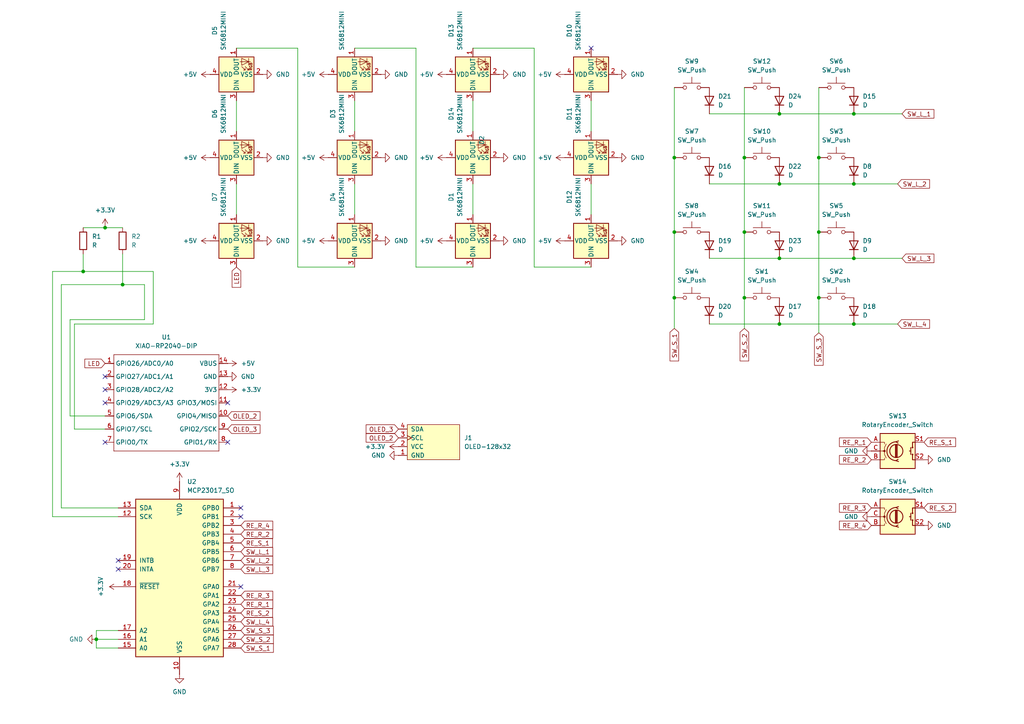
<source format=kicad_sch>
(kicad_sch
	(version 20231120)
	(generator "eeschema")
	(generator_version "8.0")
	(uuid "b02bd4c8-018b-408f-957c-10b93a058665")
	(paper "A4")
	(lib_symbols
		(symbol "Device:D"
			(pin_numbers hide)
			(pin_names
				(offset 1.016) hide)
			(exclude_from_sim no)
			(in_bom yes)
			(on_board yes)
			(property "Reference" "D"
				(at 0 2.54 0)
				(effects
					(font
						(size 1.27 1.27)
					)
				)
			)
			(property "Value" "D"
				(at 0 -2.54 0)
				(effects
					(font
						(size 1.27 1.27)
					)
				)
			)
			(property "Footprint" ""
				(at 0 0 0)
				(effects
					(font
						(size 1.27 1.27)
					)
					(hide yes)
				)
			)
			(property "Datasheet" "~"
				(at 0 0 0)
				(effects
					(font
						(size 1.27 1.27)
					)
					(hide yes)
				)
			)
			(property "Description" "Diode"
				(at 0 0 0)
				(effects
					(font
						(size 1.27 1.27)
					)
					(hide yes)
				)
			)
			(property "Sim.Device" "D"
				(at 0 0 0)
				(effects
					(font
						(size 1.27 1.27)
					)
					(hide yes)
				)
			)
			(property "Sim.Pins" "1=K 2=A"
				(at 0 0 0)
				(effects
					(font
						(size 1.27 1.27)
					)
					(hide yes)
				)
			)
			(property "ki_keywords" "diode"
				(at 0 0 0)
				(effects
					(font
						(size 1.27 1.27)
					)
					(hide yes)
				)
			)
			(property "ki_fp_filters" "TO-???* *_Diode_* *SingleDiode* D_*"
				(at 0 0 0)
				(effects
					(font
						(size 1.27 1.27)
					)
					(hide yes)
				)
			)
			(symbol "D_0_1"
				(polyline
					(pts
						(xy -1.27 1.27) (xy -1.27 -1.27)
					)
					(stroke
						(width 0.254)
						(type default)
					)
					(fill
						(type none)
					)
				)
				(polyline
					(pts
						(xy 1.27 0) (xy -1.27 0)
					)
					(stroke
						(width 0)
						(type default)
					)
					(fill
						(type none)
					)
				)
				(polyline
					(pts
						(xy 1.27 1.27) (xy 1.27 -1.27) (xy -1.27 0) (xy 1.27 1.27)
					)
					(stroke
						(width 0.254)
						(type default)
					)
					(fill
						(type none)
					)
				)
			)
			(symbol "D_1_1"
				(pin passive line
					(at -3.81 0 0)
					(length 2.54)
					(name "K"
						(effects
							(font
								(size 1.27 1.27)
							)
						)
					)
					(number "1"
						(effects
							(font
								(size 1.27 1.27)
							)
						)
					)
				)
				(pin passive line
					(at 3.81 0 180)
					(length 2.54)
					(name "A"
						(effects
							(font
								(size 1.27 1.27)
							)
						)
					)
					(number "2"
						(effects
							(font
								(size 1.27 1.27)
							)
						)
					)
				)
			)
		)
		(symbol "Device:R"
			(pin_numbers hide)
			(pin_names
				(offset 0)
			)
			(exclude_from_sim no)
			(in_bom yes)
			(on_board yes)
			(property "Reference" "R"
				(at 2.032 0 90)
				(effects
					(font
						(size 1.27 1.27)
					)
				)
			)
			(property "Value" "R"
				(at 0 0 90)
				(effects
					(font
						(size 1.27 1.27)
					)
				)
			)
			(property "Footprint" ""
				(at -1.778 0 90)
				(effects
					(font
						(size 1.27 1.27)
					)
					(hide yes)
				)
			)
			(property "Datasheet" "~"
				(at 0 0 0)
				(effects
					(font
						(size 1.27 1.27)
					)
					(hide yes)
				)
			)
			(property "Description" "Resistor"
				(at 0 0 0)
				(effects
					(font
						(size 1.27 1.27)
					)
					(hide yes)
				)
			)
			(property "ki_keywords" "R res resistor"
				(at 0 0 0)
				(effects
					(font
						(size 1.27 1.27)
					)
					(hide yes)
				)
			)
			(property "ki_fp_filters" "R_*"
				(at 0 0 0)
				(effects
					(font
						(size 1.27 1.27)
					)
					(hide yes)
				)
			)
			(symbol "R_0_1"
				(rectangle
					(start -1.016 -2.54)
					(end 1.016 2.54)
					(stroke
						(width 0.254)
						(type default)
					)
					(fill
						(type none)
					)
				)
			)
			(symbol "R_1_1"
				(pin passive line
					(at 0 3.81 270)
					(length 1.27)
					(name "~"
						(effects
							(font
								(size 1.27 1.27)
							)
						)
					)
					(number "1"
						(effects
							(font
								(size 1.27 1.27)
							)
						)
					)
				)
				(pin passive line
					(at 0 -3.81 90)
					(length 1.27)
					(name "~"
						(effects
							(font
								(size 1.27 1.27)
							)
						)
					)
					(number "2"
						(effects
							(font
								(size 1.27 1.27)
							)
						)
					)
				)
			)
		)
		(symbol "Device:RotaryEncoder_Switch"
			(pin_names
				(offset 0.254) hide)
			(exclude_from_sim no)
			(in_bom yes)
			(on_board yes)
			(property "Reference" "SW"
				(at 0 6.604 0)
				(effects
					(font
						(size 1.27 1.27)
					)
				)
			)
			(property "Value" "RotaryEncoder_Switch"
				(at 0 -6.604 0)
				(effects
					(font
						(size 1.27 1.27)
					)
				)
			)
			(property "Footprint" ""
				(at -3.81 4.064 0)
				(effects
					(font
						(size 1.27 1.27)
					)
					(hide yes)
				)
			)
			(property "Datasheet" "~"
				(at 0 6.604 0)
				(effects
					(font
						(size 1.27 1.27)
					)
					(hide yes)
				)
			)
			(property "Description" "Rotary encoder, dual channel, incremental quadrate outputs, with switch"
				(at 0 0 0)
				(effects
					(font
						(size 1.27 1.27)
					)
					(hide yes)
				)
			)
			(property "ki_keywords" "rotary switch encoder switch push button"
				(at 0 0 0)
				(effects
					(font
						(size 1.27 1.27)
					)
					(hide yes)
				)
			)
			(property "ki_fp_filters" "RotaryEncoder*Switch*"
				(at 0 0 0)
				(effects
					(font
						(size 1.27 1.27)
					)
					(hide yes)
				)
			)
			(symbol "RotaryEncoder_Switch_0_1"
				(rectangle
					(start -5.08 5.08)
					(end 5.08 -5.08)
					(stroke
						(width 0.254)
						(type default)
					)
					(fill
						(type background)
					)
				)
				(circle
					(center -3.81 0)
					(radius 0.254)
					(stroke
						(width 0)
						(type default)
					)
					(fill
						(type outline)
					)
				)
				(circle
					(center -0.381 0)
					(radius 1.905)
					(stroke
						(width 0.254)
						(type default)
					)
					(fill
						(type none)
					)
				)
				(arc
					(start -0.381 2.667)
					(mid -3.0988 -0.0635)
					(end -0.381 -2.794)
					(stroke
						(width 0.254)
						(type default)
					)
					(fill
						(type none)
					)
				)
				(polyline
					(pts
						(xy -0.635 -1.778) (xy -0.635 1.778)
					)
					(stroke
						(width 0.254)
						(type default)
					)
					(fill
						(type none)
					)
				)
				(polyline
					(pts
						(xy -0.381 -1.778) (xy -0.381 1.778)
					)
					(stroke
						(width 0.254)
						(type default)
					)
					(fill
						(type none)
					)
				)
				(polyline
					(pts
						(xy -0.127 1.778) (xy -0.127 -1.778)
					)
					(stroke
						(width 0.254)
						(type default)
					)
					(fill
						(type none)
					)
				)
				(polyline
					(pts
						(xy 3.81 0) (xy 3.429 0)
					)
					(stroke
						(width 0.254)
						(type default)
					)
					(fill
						(type none)
					)
				)
				(polyline
					(pts
						(xy 3.81 1.016) (xy 3.81 -1.016)
					)
					(stroke
						(width 0.254)
						(type default)
					)
					(fill
						(type none)
					)
				)
				(polyline
					(pts
						(xy -5.08 -2.54) (xy -3.81 -2.54) (xy -3.81 -2.032)
					)
					(stroke
						(width 0)
						(type default)
					)
					(fill
						(type none)
					)
				)
				(polyline
					(pts
						(xy -5.08 2.54) (xy -3.81 2.54) (xy -3.81 2.032)
					)
					(stroke
						(width 0)
						(type default)
					)
					(fill
						(type none)
					)
				)
				(polyline
					(pts
						(xy 0.254 -3.048) (xy -0.508 -2.794) (xy 0.127 -2.413)
					)
					(stroke
						(width 0.254)
						(type default)
					)
					(fill
						(type none)
					)
				)
				(polyline
					(pts
						(xy 0.254 2.921) (xy -0.508 2.667) (xy 0.127 2.286)
					)
					(stroke
						(width 0.254)
						(type default)
					)
					(fill
						(type none)
					)
				)
				(polyline
					(pts
						(xy 5.08 -2.54) (xy 4.318 -2.54) (xy 4.318 -1.016)
					)
					(stroke
						(width 0.254)
						(type default)
					)
					(fill
						(type none)
					)
				)
				(polyline
					(pts
						(xy 5.08 2.54) (xy 4.318 2.54) (xy 4.318 1.016)
					)
					(stroke
						(width 0.254)
						(type default)
					)
					(fill
						(type none)
					)
				)
				(polyline
					(pts
						(xy -5.08 0) (xy -3.81 0) (xy -3.81 -1.016) (xy -3.302 -2.032)
					)
					(stroke
						(width 0)
						(type default)
					)
					(fill
						(type none)
					)
				)
				(polyline
					(pts
						(xy -4.318 0) (xy -3.81 0) (xy -3.81 1.016) (xy -3.302 2.032)
					)
					(stroke
						(width 0)
						(type default)
					)
					(fill
						(type none)
					)
				)
				(circle
					(center 4.318 -1.016)
					(radius 0.127)
					(stroke
						(width 0.254)
						(type default)
					)
					(fill
						(type none)
					)
				)
				(circle
					(center 4.318 1.016)
					(radius 0.127)
					(stroke
						(width 0.254)
						(type default)
					)
					(fill
						(type none)
					)
				)
			)
			(symbol "RotaryEncoder_Switch_1_1"
				(pin passive line
					(at -7.62 2.54 0)
					(length 2.54)
					(name "A"
						(effects
							(font
								(size 1.27 1.27)
							)
						)
					)
					(number "A"
						(effects
							(font
								(size 1.27 1.27)
							)
						)
					)
				)
				(pin passive line
					(at -7.62 -2.54 0)
					(length 2.54)
					(name "B"
						(effects
							(font
								(size 1.27 1.27)
							)
						)
					)
					(number "B"
						(effects
							(font
								(size 1.27 1.27)
							)
						)
					)
				)
				(pin passive line
					(at -7.62 0 0)
					(length 2.54)
					(name "C"
						(effects
							(font
								(size 1.27 1.27)
							)
						)
					)
					(number "C"
						(effects
							(font
								(size 1.27 1.27)
							)
						)
					)
				)
				(pin passive line
					(at 7.62 2.54 180)
					(length 2.54)
					(name "S1"
						(effects
							(font
								(size 1.27 1.27)
							)
						)
					)
					(number "S1"
						(effects
							(font
								(size 1.27 1.27)
							)
						)
					)
				)
				(pin passive line
					(at 7.62 -2.54 180)
					(length 2.54)
					(name "S2"
						(effects
							(font
								(size 1.27 1.27)
							)
						)
					)
					(number "S2"
						(effects
							(font
								(size 1.27 1.27)
							)
						)
					)
				)
			)
		)
		(symbol "Interface_Expansion:MCP23017_SO"
			(pin_names
				(offset 1.016)
			)
			(exclude_from_sim no)
			(in_bom yes)
			(on_board yes)
			(property "Reference" "U"
				(at -11.43 24.13 0)
				(effects
					(font
						(size 1.27 1.27)
					)
				)
			)
			(property "Value" "MCP23017_SO"
				(at 0 0 0)
				(effects
					(font
						(size 1.27 1.27)
					)
				)
			)
			(property "Footprint" "Package_SO:SOIC-28W_7.5x17.9mm_P1.27mm"
				(at 5.08 -25.4 0)
				(effects
					(font
						(size 1.27 1.27)
					)
					(justify left)
					(hide yes)
				)
			)
			(property "Datasheet" "https://ww1.microchip.com/downloads/aemDocuments/documents/APID/ProductDocuments/DataSheets/MCP23017-Data-Sheet-DS20001952.pdf"
				(at 5.08 -27.94 0)
				(effects
					(font
						(size 1.27 1.27)
					)
					(justify left)
					(hide yes)
				)
			)
			(property "Description" "16-bit I/O expander, I2C, interrupts, w pull-ups, GPA/B7 output only (https://microchip.my.site.com/s/article/GPA7---GPB7-Cannot-Be-Used-as-Inputs-In-MCP23017),  SOIC-28"
				(at 0 0 0)
				(effects
					(font
						(size 1.27 1.27)
					)
					(hide yes)
				)
			)
			(property "ki_keywords" "I2C parallel port expander"
				(at 0 0 0)
				(effects
					(font
						(size 1.27 1.27)
					)
					(hide yes)
				)
			)
			(property "ki_fp_filters" "SOIC*7.5x17.9mm*P1.27mm*"
				(at 0 0 0)
				(effects
					(font
						(size 1.27 1.27)
					)
					(hide yes)
				)
			)
			(symbol "MCP23017_SO_0_1"
				(rectangle
					(start -12.7 22.86)
					(end 12.7 -22.86)
					(stroke
						(width 0.254)
						(type default)
					)
					(fill
						(type background)
					)
				)
			)
			(symbol "MCP23017_SO_1_1"
				(pin bidirectional line
					(at 17.78 20.32 180)
					(length 5.08)
					(name "GPB0"
						(effects
							(font
								(size 1.27 1.27)
							)
						)
					)
					(number "1"
						(effects
							(font
								(size 1.27 1.27)
							)
						)
					)
				)
				(pin power_in line
					(at 0 -27.94 90)
					(length 5.08)
					(name "VSS"
						(effects
							(font
								(size 1.27 1.27)
							)
						)
					)
					(number "10"
						(effects
							(font
								(size 1.27 1.27)
							)
						)
					)
				)
				(pin no_connect line
					(at -12.7 15.24 0)
					(length 5.08) hide
					(name "NC"
						(effects
							(font
								(size 1.27 1.27)
							)
						)
					)
					(number "11"
						(effects
							(font
								(size 1.27 1.27)
							)
						)
					)
				)
				(pin input line
					(at -17.78 17.78 0)
					(length 5.08)
					(name "SCK"
						(effects
							(font
								(size 1.27 1.27)
							)
						)
					)
					(number "12"
						(effects
							(font
								(size 1.27 1.27)
							)
						)
					)
				)
				(pin bidirectional line
					(at -17.78 20.32 0)
					(length 5.08)
					(name "SDA"
						(effects
							(font
								(size 1.27 1.27)
							)
						)
					)
					(number "13"
						(effects
							(font
								(size 1.27 1.27)
							)
						)
					)
				)
				(pin no_connect line
					(at -12.7 12.7 0)
					(length 5.08) hide
					(name "NC"
						(effects
							(font
								(size 1.27 1.27)
							)
						)
					)
					(number "14"
						(effects
							(font
								(size 1.27 1.27)
							)
						)
					)
				)
				(pin input line
					(at -17.78 -20.32 0)
					(length 5.08)
					(name "A0"
						(effects
							(font
								(size 1.27 1.27)
							)
						)
					)
					(number "15"
						(effects
							(font
								(size 1.27 1.27)
							)
						)
					)
				)
				(pin input line
					(at -17.78 -17.78 0)
					(length 5.08)
					(name "A1"
						(effects
							(font
								(size 1.27 1.27)
							)
						)
					)
					(number "16"
						(effects
							(font
								(size 1.27 1.27)
							)
						)
					)
				)
				(pin input line
					(at -17.78 -15.24 0)
					(length 5.08)
					(name "A2"
						(effects
							(font
								(size 1.27 1.27)
							)
						)
					)
					(number "17"
						(effects
							(font
								(size 1.27 1.27)
							)
						)
					)
				)
				(pin input line
					(at -17.78 -2.54 0)
					(length 5.08)
					(name "~{RESET}"
						(effects
							(font
								(size 1.27 1.27)
							)
						)
					)
					(number "18"
						(effects
							(font
								(size 1.27 1.27)
							)
						)
					)
				)
				(pin tri_state line
					(at -17.78 5.08 0)
					(length 5.08)
					(name "INTB"
						(effects
							(font
								(size 1.27 1.27)
							)
						)
					)
					(number "19"
						(effects
							(font
								(size 1.27 1.27)
							)
						)
					)
				)
				(pin bidirectional line
					(at 17.78 17.78 180)
					(length 5.08)
					(name "GPB1"
						(effects
							(font
								(size 1.27 1.27)
							)
						)
					)
					(number "2"
						(effects
							(font
								(size 1.27 1.27)
							)
						)
					)
				)
				(pin tri_state line
					(at -17.78 2.54 0)
					(length 5.08)
					(name "INTA"
						(effects
							(font
								(size 1.27 1.27)
							)
						)
					)
					(number "20"
						(effects
							(font
								(size 1.27 1.27)
							)
						)
					)
				)
				(pin bidirectional line
					(at 17.78 -2.54 180)
					(length 5.08)
					(name "GPA0"
						(effects
							(font
								(size 1.27 1.27)
							)
						)
					)
					(number "21"
						(effects
							(font
								(size 1.27 1.27)
							)
						)
					)
				)
				(pin bidirectional line
					(at 17.78 -5.08 180)
					(length 5.08)
					(name "GPA1"
						(effects
							(font
								(size 1.27 1.27)
							)
						)
					)
					(number "22"
						(effects
							(font
								(size 1.27 1.27)
							)
						)
					)
				)
				(pin bidirectional line
					(at 17.78 -7.62 180)
					(length 5.08)
					(name "GPA2"
						(effects
							(font
								(size 1.27 1.27)
							)
						)
					)
					(number "23"
						(effects
							(font
								(size 1.27 1.27)
							)
						)
					)
				)
				(pin bidirectional line
					(at 17.78 -10.16 180)
					(length 5.08)
					(name "GPA3"
						(effects
							(font
								(size 1.27 1.27)
							)
						)
					)
					(number "24"
						(effects
							(font
								(size 1.27 1.27)
							)
						)
					)
				)
				(pin bidirectional line
					(at 17.78 -12.7 180)
					(length 5.08)
					(name "GPA4"
						(effects
							(font
								(size 1.27 1.27)
							)
						)
					)
					(number "25"
						(effects
							(font
								(size 1.27 1.27)
							)
						)
					)
				)
				(pin bidirectional line
					(at 17.78 -15.24 180)
					(length 5.08)
					(name "GPA5"
						(effects
							(font
								(size 1.27 1.27)
							)
						)
					)
					(number "26"
						(effects
							(font
								(size 1.27 1.27)
							)
						)
					)
				)
				(pin bidirectional line
					(at 17.78 -17.78 180)
					(length 5.08)
					(name "GPA6"
						(effects
							(font
								(size 1.27 1.27)
							)
						)
					)
					(number "27"
						(effects
							(font
								(size 1.27 1.27)
							)
						)
					)
				)
				(pin output line
					(at 17.78 -20.32 180)
					(length 5.08)
					(name "GPA7"
						(effects
							(font
								(size 1.27 1.27)
							)
						)
					)
					(number "28"
						(effects
							(font
								(size 1.27 1.27)
							)
						)
					)
				)
				(pin bidirectional line
					(at 17.78 15.24 180)
					(length 5.08)
					(name "GPB2"
						(effects
							(font
								(size 1.27 1.27)
							)
						)
					)
					(number "3"
						(effects
							(font
								(size 1.27 1.27)
							)
						)
					)
				)
				(pin bidirectional line
					(at 17.78 12.7 180)
					(length 5.08)
					(name "GPB3"
						(effects
							(font
								(size 1.27 1.27)
							)
						)
					)
					(number "4"
						(effects
							(font
								(size 1.27 1.27)
							)
						)
					)
				)
				(pin bidirectional line
					(at 17.78 10.16 180)
					(length 5.08)
					(name "GPB4"
						(effects
							(font
								(size 1.27 1.27)
							)
						)
					)
					(number "5"
						(effects
							(font
								(size 1.27 1.27)
							)
						)
					)
				)
				(pin bidirectional line
					(at 17.78 7.62 180)
					(length 5.08)
					(name "GPB5"
						(effects
							(font
								(size 1.27 1.27)
							)
						)
					)
					(number "6"
						(effects
							(font
								(size 1.27 1.27)
							)
						)
					)
				)
				(pin bidirectional line
					(at 17.78 5.08 180)
					(length 5.08)
					(name "GPB6"
						(effects
							(font
								(size 1.27 1.27)
							)
						)
					)
					(number "7"
						(effects
							(font
								(size 1.27 1.27)
							)
						)
					)
				)
				(pin output line
					(at 17.78 2.54 180)
					(length 5.08)
					(name "GPB7"
						(effects
							(font
								(size 1.27 1.27)
							)
						)
					)
					(number "8"
						(effects
							(font
								(size 1.27 1.27)
							)
						)
					)
				)
				(pin power_in line
					(at 0 27.94 270)
					(length 5.08)
					(name "VDD"
						(effects
							(font
								(size 1.27 1.27)
							)
						)
					)
					(number "9"
						(effects
							(font
								(size 1.27 1.27)
							)
						)
					)
				)
			)
		)
		(symbol "LED:SK6812MINI"
			(pin_names
				(offset 0.254)
			)
			(exclude_from_sim no)
			(in_bom yes)
			(on_board yes)
			(property "Reference" "D"
				(at 5.08 5.715 0)
				(effects
					(font
						(size 1.27 1.27)
					)
					(justify right bottom)
				)
			)
			(property "Value" "SK6812MINI"
				(at 1.27 -5.715 0)
				(effects
					(font
						(size 1.27 1.27)
					)
					(justify left top)
				)
			)
			(property "Footprint" "LED_SMD:LED_SK6812MINI_PLCC4_3.5x3.5mm_P1.75mm"
				(at 1.27 -7.62 0)
				(effects
					(font
						(size 1.27 1.27)
					)
					(justify left top)
					(hide yes)
				)
			)
			(property "Datasheet" "https://cdn-shop.adafruit.com/product-files/2686/SK6812MINI_REV.01-1-2.pdf"
				(at 2.54 -9.525 0)
				(effects
					(font
						(size 1.27 1.27)
					)
					(justify left top)
					(hide yes)
				)
			)
			(property "Description" "RGB LED with integrated controller"
				(at 0 0 0)
				(effects
					(font
						(size 1.27 1.27)
					)
					(hide yes)
				)
			)
			(property "ki_keywords" "RGB LED NeoPixel Mini addressable"
				(at 0 0 0)
				(effects
					(font
						(size 1.27 1.27)
					)
					(hide yes)
				)
			)
			(property "ki_fp_filters" "LED*SK6812MINI*PLCC*3.5x3.5mm*P1.75mm*"
				(at 0 0 0)
				(effects
					(font
						(size 1.27 1.27)
					)
					(hide yes)
				)
			)
			(symbol "SK6812MINI_0_0"
				(text "RGB"
					(at 2.286 -4.191 0)
					(effects
						(font
							(size 0.762 0.762)
						)
					)
				)
			)
			(symbol "SK6812MINI_0_1"
				(polyline
					(pts
						(xy 1.27 -3.556) (xy 1.778 -3.556)
					)
					(stroke
						(width 0)
						(type default)
					)
					(fill
						(type none)
					)
				)
				(polyline
					(pts
						(xy 1.27 -2.54) (xy 1.778 -2.54)
					)
					(stroke
						(width 0)
						(type default)
					)
					(fill
						(type none)
					)
				)
				(polyline
					(pts
						(xy 4.699 -3.556) (xy 2.667 -3.556)
					)
					(stroke
						(width 0)
						(type default)
					)
					(fill
						(type none)
					)
				)
				(polyline
					(pts
						(xy 2.286 -2.54) (xy 1.27 -3.556) (xy 1.27 -3.048)
					)
					(stroke
						(width 0)
						(type default)
					)
					(fill
						(type none)
					)
				)
				(polyline
					(pts
						(xy 2.286 -1.524) (xy 1.27 -2.54) (xy 1.27 -2.032)
					)
					(stroke
						(width 0)
						(type default)
					)
					(fill
						(type none)
					)
				)
				(polyline
					(pts
						(xy 3.683 -1.016) (xy 3.683 -3.556) (xy 3.683 -4.064)
					)
					(stroke
						(width 0)
						(type default)
					)
					(fill
						(type none)
					)
				)
				(polyline
					(pts
						(xy 4.699 -1.524) (xy 2.667 -1.524) (xy 3.683 -3.556) (xy 4.699 -1.524)
					)
					(stroke
						(width 0)
						(type default)
					)
					(fill
						(type none)
					)
				)
				(rectangle
					(start 5.08 5.08)
					(end -5.08 -5.08)
					(stroke
						(width 0.254)
						(type default)
					)
					(fill
						(type background)
					)
				)
			)
			(symbol "SK6812MINI_1_1"
				(pin output line
					(at 7.62 0 180)
					(length 2.54)
					(name "DOUT"
						(effects
							(font
								(size 1.27 1.27)
							)
						)
					)
					(number "1"
						(effects
							(font
								(size 1.27 1.27)
							)
						)
					)
				)
				(pin power_in line
					(at 0 -7.62 90)
					(length 2.54)
					(name "VSS"
						(effects
							(font
								(size 1.27 1.27)
							)
						)
					)
					(number "2"
						(effects
							(font
								(size 1.27 1.27)
							)
						)
					)
				)
				(pin input line
					(at -7.62 0 0)
					(length 2.54)
					(name "DIN"
						(effects
							(font
								(size 1.27 1.27)
							)
						)
					)
					(number "3"
						(effects
							(font
								(size 1.27 1.27)
							)
						)
					)
				)
				(pin power_in line
					(at 0 7.62 270)
					(length 2.54)
					(name "VDD"
						(effects
							(font
								(size 1.27 1.27)
							)
						)
					)
					(number "4"
						(effects
							(font
								(size 1.27 1.27)
							)
						)
					)
				)
			)
		)
		(symbol "OLED:OLED-128x32"
			(pin_names
				(offset 1.016)
			)
			(exclude_from_sim no)
			(in_bom yes)
			(on_board yes)
			(property "Reference" "J"
				(at 0 -6.35 0)
				(effects
					(font
						(size 1.27 1.27)
					)
				)
			)
			(property "Value" "OLED-128x32"
				(at 0 6.35 0)
				(effects
					(font
						(size 1.27 1.27)
					)
				)
			)
			(property "Footprint" "display:OLED-128x32-cutout"
				(at 0 8.89 0)
				(effects
					(font
						(size 1.27 1.27)
					)
					(hide yes)
				)
			)
			(property "Datasheet" ""
				(at 0 1.27 0)
				(effects
					(font
						(size 1.27 1.27)
					)
					(hide yes)
				)
			)
			(property "Description" ""
				(at 0 0 0)
				(effects
					(font
						(size 1.27 1.27)
					)
					(hide yes)
				)
			)
			(symbol "OLED-128x32_0_1"
				(rectangle
					(start 0 5.08)
					(end 15.24 -5.08)
					(stroke
						(width 0)
						(type default)
					)
					(fill
						(type background)
					)
				)
			)
			(symbol "OLED-128x32_1_1"
				(pin power_in line
					(at -2.54 -3.81 0)
					(length 2.54)
					(name "GND"
						(effects
							(font
								(size 1.27 1.27)
							)
						)
					)
					(number "1"
						(effects
							(font
								(size 1.27 1.27)
							)
						)
					)
				)
				(pin power_in line
					(at -2.54 -1.27 0)
					(length 2.54)
					(name "VCC"
						(effects
							(font
								(size 1.27 1.27)
							)
						)
					)
					(number "2"
						(effects
							(font
								(size 1.27 1.27)
							)
						)
					)
				)
				(pin input clock
					(at -2.54 1.27 0)
					(length 2.54)
					(name "SCL"
						(effects
							(font
								(size 1.27 1.27)
							)
						)
					)
					(number "3"
						(effects
							(font
								(size 1.27 1.27)
							)
						)
					)
				)
				(pin bidirectional line
					(at -2.54 3.81 0)
					(length 2.54)
					(name "SDA"
						(effects
							(font
								(size 1.27 1.27)
							)
						)
					)
					(number "4"
						(effects
							(font
								(size 1.27 1.27)
							)
						)
					)
				)
			)
		)
		(symbol "OPL:XIAO-RP2040-DIP"
			(exclude_from_sim no)
			(in_bom yes)
			(on_board yes)
			(property "Reference" "U"
				(at 0 0 0)
				(effects
					(font
						(size 1.27 1.27)
					)
				)
			)
			(property "Value" "XIAO-RP2040-DIP"
				(at 5.334 -1.778 0)
				(effects
					(font
						(size 1.27 1.27)
					)
				)
			)
			(property "Footprint" "Module:MOUDLE14P-XIAO-DIP-SMD"
				(at 14.478 -32.258 0)
				(effects
					(font
						(size 1.27 1.27)
					)
					(hide yes)
				)
			)
			(property "Datasheet" ""
				(at 0 0 0)
				(effects
					(font
						(size 1.27 1.27)
					)
					(hide yes)
				)
			)
			(property "Description" ""
				(at 0 0 0)
				(effects
					(font
						(size 1.27 1.27)
					)
					(hide yes)
				)
			)
			(symbol "XIAO-RP2040-DIP_1_0"
				(polyline
					(pts
						(xy -1.27 -30.48) (xy -1.27 -16.51)
					)
					(stroke
						(width 0.1524)
						(type solid)
					)
					(fill
						(type none)
					)
				)
				(polyline
					(pts
						(xy -1.27 -27.94) (xy -2.54 -27.94)
					)
					(stroke
						(width 0.1524)
						(type solid)
					)
					(fill
						(type none)
					)
				)
				(polyline
					(pts
						(xy -1.27 -24.13) (xy -2.54 -24.13)
					)
					(stroke
						(width 0.1524)
						(type solid)
					)
					(fill
						(type none)
					)
				)
				(polyline
					(pts
						(xy -1.27 -20.32) (xy -2.54 -20.32)
					)
					(stroke
						(width 0.1524)
						(type solid)
					)
					(fill
						(type none)
					)
				)
				(polyline
					(pts
						(xy -1.27 -16.51) (xy -2.54 -16.51)
					)
					(stroke
						(width 0.1524)
						(type solid)
					)
					(fill
						(type none)
					)
				)
				(polyline
					(pts
						(xy -1.27 -16.51) (xy -1.27 -12.7)
					)
					(stroke
						(width 0.1524)
						(type solid)
					)
					(fill
						(type none)
					)
				)
				(polyline
					(pts
						(xy -1.27 -12.7) (xy -2.54 -12.7)
					)
					(stroke
						(width 0.1524)
						(type solid)
					)
					(fill
						(type none)
					)
				)
				(polyline
					(pts
						(xy -1.27 -12.7) (xy -1.27 -8.89)
					)
					(stroke
						(width 0.1524)
						(type solid)
					)
					(fill
						(type none)
					)
				)
				(polyline
					(pts
						(xy -1.27 -8.89) (xy -2.54 -8.89)
					)
					(stroke
						(width 0.1524)
						(type solid)
					)
					(fill
						(type none)
					)
				)
				(polyline
					(pts
						(xy -1.27 -8.89) (xy -1.27 -5.08)
					)
					(stroke
						(width 0.1524)
						(type solid)
					)
					(fill
						(type none)
					)
				)
				(polyline
					(pts
						(xy -1.27 -5.08) (xy -2.54 -5.08)
					)
					(stroke
						(width 0.1524)
						(type solid)
					)
					(fill
						(type none)
					)
				)
				(polyline
					(pts
						(xy -1.27 -5.08) (xy -1.27 -2.54)
					)
					(stroke
						(width 0.1524)
						(type solid)
					)
					(fill
						(type none)
					)
				)
				(polyline
					(pts
						(xy -1.27 -2.54) (xy 29.21 -2.54)
					)
					(stroke
						(width 0.1524)
						(type solid)
					)
					(fill
						(type none)
					)
				)
				(polyline
					(pts
						(xy 29.21 -30.48) (xy -1.27 -30.48)
					)
					(stroke
						(width 0.1524)
						(type solid)
					)
					(fill
						(type none)
					)
				)
				(polyline
					(pts
						(xy 29.21 -12.7) (xy 29.21 -30.48)
					)
					(stroke
						(width 0.1524)
						(type solid)
					)
					(fill
						(type none)
					)
				)
				(polyline
					(pts
						(xy 29.21 -8.89) (xy 29.21 -12.7)
					)
					(stroke
						(width 0.1524)
						(type solid)
					)
					(fill
						(type none)
					)
				)
				(polyline
					(pts
						(xy 29.21 -5.08) (xy 29.21 -8.89)
					)
					(stroke
						(width 0.1524)
						(type solid)
					)
					(fill
						(type none)
					)
				)
				(polyline
					(pts
						(xy 29.21 -2.54) (xy 29.21 -5.08)
					)
					(stroke
						(width 0.1524)
						(type solid)
					)
					(fill
						(type none)
					)
				)
				(polyline
					(pts
						(xy 30.48 -27.94) (xy 29.21 -27.94)
					)
					(stroke
						(width 0.1524)
						(type solid)
					)
					(fill
						(type none)
					)
				)
				(polyline
					(pts
						(xy 30.48 -24.13) (xy 29.21 -24.13)
					)
					(stroke
						(width 0.1524)
						(type solid)
					)
					(fill
						(type none)
					)
				)
				(polyline
					(pts
						(xy 30.48 -20.32) (xy 29.21 -20.32)
					)
					(stroke
						(width 0.1524)
						(type solid)
					)
					(fill
						(type none)
					)
				)
				(polyline
					(pts
						(xy 30.48 -16.51) (xy 29.21 -16.51)
					)
					(stroke
						(width 0.1524)
						(type solid)
					)
					(fill
						(type none)
					)
				)
				(polyline
					(pts
						(xy 30.48 -12.7) (xy 29.21 -12.7)
					)
					(stroke
						(width 0.1524)
						(type solid)
					)
					(fill
						(type none)
					)
				)
				(polyline
					(pts
						(xy 30.48 -8.89) (xy 29.21 -8.89)
					)
					(stroke
						(width 0.1524)
						(type solid)
					)
					(fill
						(type none)
					)
				)
				(polyline
					(pts
						(xy 30.48 -5.08) (xy 29.21 -5.08)
					)
					(stroke
						(width 0.1524)
						(type solid)
					)
					(fill
						(type none)
					)
				)
				(pin passive line
					(at -3.81 -5.08 0)
					(length 2.54)
					(name "GPIO26/ADC0/A0"
						(effects
							(font
								(size 1.27 1.27)
							)
						)
					)
					(number "1"
						(effects
							(font
								(size 1.27 1.27)
							)
						)
					)
				)
				(pin passive line
					(at 31.75 -20.32 180)
					(length 2.54)
					(name "GPIO4/MISO"
						(effects
							(font
								(size 1.27 1.27)
							)
						)
					)
					(number "10"
						(effects
							(font
								(size 1.27 1.27)
							)
						)
					)
				)
				(pin passive line
					(at 31.75 -16.51 180)
					(length 2.54)
					(name "GPIO3/MOSI"
						(effects
							(font
								(size 1.27 1.27)
							)
						)
					)
					(number "11"
						(effects
							(font
								(size 1.27 1.27)
							)
						)
					)
				)
				(pin passive line
					(at 31.75 -12.7 180)
					(length 2.54)
					(name "3V3"
						(effects
							(font
								(size 1.27 1.27)
							)
						)
					)
					(number "12"
						(effects
							(font
								(size 1.27 1.27)
							)
						)
					)
				)
				(pin passive line
					(at 31.75 -8.89 180)
					(length 2.54)
					(name "GND"
						(effects
							(font
								(size 1.27 1.27)
							)
						)
					)
					(number "13"
						(effects
							(font
								(size 1.27 1.27)
							)
						)
					)
				)
				(pin passive line
					(at 31.75 -5.08 180)
					(length 2.54)
					(name "VBUS"
						(effects
							(font
								(size 1.27 1.27)
							)
						)
					)
					(number "14"
						(effects
							(font
								(size 1.27 1.27)
							)
						)
					)
				)
				(pin passive line
					(at -3.81 -8.89 0)
					(length 2.54)
					(name "GPIO27/ADC1/A1"
						(effects
							(font
								(size 1.27 1.27)
							)
						)
					)
					(number "2"
						(effects
							(font
								(size 1.27 1.27)
							)
						)
					)
				)
				(pin passive line
					(at -3.81 -12.7 0)
					(length 2.54)
					(name "GPIO28/ADC2/A2"
						(effects
							(font
								(size 1.27 1.27)
							)
						)
					)
					(number "3"
						(effects
							(font
								(size 1.27 1.27)
							)
						)
					)
				)
				(pin passive line
					(at -3.81 -16.51 0)
					(length 2.54)
					(name "GPIO29/ADC3/A3"
						(effects
							(font
								(size 1.27 1.27)
							)
						)
					)
					(number "4"
						(effects
							(font
								(size 1.27 1.27)
							)
						)
					)
				)
				(pin passive line
					(at -3.81 -20.32 0)
					(length 2.54)
					(name "GPIO6/SDA"
						(effects
							(font
								(size 1.27 1.27)
							)
						)
					)
					(number "5"
						(effects
							(font
								(size 1.27 1.27)
							)
						)
					)
				)
				(pin passive line
					(at -3.81 -24.13 0)
					(length 2.54)
					(name "GPIO7/SCL"
						(effects
							(font
								(size 1.27 1.27)
							)
						)
					)
					(number "6"
						(effects
							(font
								(size 1.27 1.27)
							)
						)
					)
				)
				(pin passive line
					(at -3.81 -27.94 0)
					(length 2.54)
					(name "GPIO0/TX"
						(effects
							(font
								(size 1.27 1.27)
							)
						)
					)
					(number "7"
						(effects
							(font
								(size 1.27 1.27)
							)
						)
					)
				)
				(pin passive line
					(at 31.75 -27.94 180)
					(length 2.54)
					(name "GPIO1/RX"
						(effects
							(font
								(size 1.27 1.27)
							)
						)
					)
					(number "8"
						(effects
							(font
								(size 1.27 1.27)
							)
						)
					)
				)
				(pin passive line
					(at 31.75 -24.13 180)
					(length 2.54)
					(name "GPIO2/SCK"
						(effects
							(font
								(size 1.27 1.27)
							)
						)
					)
					(number "9"
						(effects
							(font
								(size 1.27 1.27)
							)
						)
					)
				)
			)
		)
		(symbol "Switch:SW_Push"
			(pin_numbers hide)
			(pin_names
				(offset 1.016) hide)
			(exclude_from_sim no)
			(in_bom yes)
			(on_board yes)
			(property "Reference" "SW"
				(at 1.27 2.54 0)
				(effects
					(font
						(size 1.27 1.27)
					)
					(justify left)
				)
			)
			(property "Value" "SW_Push"
				(at 0 -1.524 0)
				(effects
					(font
						(size 1.27 1.27)
					)
				)
			)
			(property "Footprint" ""
				(at 0 5.08 0)
				(effects
					(font
						(size 1.27 1.27)
					)
					(hide yes)
				)
			)
			(property "Datasheet" "~"
				(at 0 5.08 0)
				(effects
					(font
						(size 1.27 1.27)
					)
					(hide yes)
				)
			)
			(property "Description" "Push button switch, generic, two pins"
				(at 0 0 0)
				(effects
					(font
						(size 1.27 1.27)
					)
					(hide yes)
				)
			)
			(property "ki_keywords" "switch normally-open pushbutton push-button"
				(at 0 0 0)
				(effects
					(font
						(size 1.27 1.27)
					)
					(hide yes)
				)
			)
			(symbol "SW_Push_0_1"
				(circle
					(center -2.032 0)
					(radius 0.508)
					(stroke
						(width 0)
						(type default)
					)
					(fill
						(type none)
					)
				)
				(polyline
					(pts
						(xy 0 1.27) (xy 0 3.048)
					)
					(stroke
						(width 0)
						(type default)
					)
					(fill
						(type none)
					)
				)
				(polyline
					(pts
						(xy 2.54 1.27) (xy -2.54 1.27)
					)
					(stroke
						(width 0)
						(type default)
					)
					(fill
						(type none)
					)
				)
				(circle
					(center 2.032 0)
					(radius 0.508)
					(stroke
						(width 0)
						(type default)
					)
					(fill
						(type none)
					)
				)
				(pin passive line
					(at -5.08 0 0)
					(length 2.54)
					(name "1"
						(effects
							(font
								(size 1.27 1.27)
							)
						)
					)
					(number "1"
						(effects
							(font
								(size 1.27 1.27)
							)
						)
					)
				)
				(pin passive line
					(at 5.08 0 180)
					(length 2.54)
					(name "2"
						(effects
							(font
								(size 1.27 1.27)
							)
						)
					)
					(number "2"
						(effects
							(font
								(size 1.27 1.27)
							)
						)
					)
				)
			)
		)
		(symbol "power:+3.3V"
			(power)
			(pin_numbers hide)
			(pin_names
				(offset 0) hide)
			(exclude_from_sim no)
			(in_bom yes)
			(on_board yes)
			(property "Reference" "#PWR"
				(at 0 -3.81 0)
				(effects
					(font
						(size 1.27 1.27)
					)
					(hide yes)
				)
			)
			(property "Value" "+3.3V"
				(at 0 3.556 0)
				(effects
					(font
						(size 1.27 1.27)
					)
				)
			)
			(property "Footprint" ""
				(at 0 0 0)
				(effects
					(font
						(size 1.27 1.27)
					)
					(hide yes)
				)
			)
			(property "Datasheet" ""
				(at 0 0 0)
				(effects
					(font
						(size 1.27 1.27)
					)
					(hide yes)
				)
			)
			(property "Description" "Power symbol creates a global label with name \"+3.3V\""
				(at 0 0 0)
				(effects
					(font
						(size 1.27 1.27)
					)
					(hide yes)
				)
			)
			(property "ki_keywords" "global power"
				(at 0 0 0)
				(effects
					(font
						(size 1.27 1.27)
					)
					(hide yes)
				)
			)
			(symbol "+3.3V_0_1"
				(polyline
					(pts
						(xy -0.762 1.27) (xy 0 2.54)
					)
					(stroke
						(width 0)
						(type default)
					)
					(fill
						(type none)
					)
				)
				(polyline
					(pts
						(xy 0 0) (xy 0 2.54)
					)
					(stroke
						(width 0)
						(type default)
					)
					(fill
						(type none)
					)
				)
				(polyline
					(pts
						(xy 0 2.54) (xy 0.762 1.27)
					)
					(stroke
						(width 0)
						(type default)
					)
					(fill
						(type none)
					)
				)
			)
			(symbol "+3.3V_1_1"
				(pin power_in line
					(at 0 0 90)
					(length 0)
					(name "~"
						(effects
							(font
								(size 1.27 1.27)
							)
						)
					)
					(number "1"
						(effects
							(font
								(size 1.27 1.27)
							)
						)
					)
				)
			)
		)
		(symbol "power:+5V"
			(power)
			(pin_numbers hide)
			(pin_names
				(offset 0) hide)
			(exclude_from_sim no)
			(in_bom yes)
			(on_board yes)
			(property "Reference" "#PWR"
				(at 0 -3.81 0)
				(effects
					(font
						(size 1.27 1.27)
					)
					(hide yes)
				)
			)
			(property "Value" "+5V"
				(at 0 3.556 0)
				(effects
					(font
						(size 1.27 1.27)
					)
				)
			)
			(property "Footprint" ""
				(at 0 0 0)
				(effects
					(font
						(size 1.27 1.27)
					)
					(hide yes)
				)
			)
			(property "Datasheet" ""
				(at 0 0 0)
				(effects
					(font
						(size 1.27 1.27)
					)
					(hide yes)
				)
			)
			(property "Description" "Power symbol creates a global label with name \"+5V\""
				(at 0 0 0)
				(effects
					(font
						(size 1.27 1.27)
					)
					(hide yes)
				)
			)
			(property "ki_keywords" "global power"
				(at 0 0 0)
				(effects
					(font
						(size 1.27 1.27)
					)
					(hide yes)
				)
			)
			(symbol "+5V_0_1"
				(polyline
					(pts
						(xy -0.762 1.27) (xy 0 2.54)
					)
					(stroke
						(width 0)
						(type default)
					)
					(fill
						(type none)
					)
				)
				(polyline
					(pts
						(xy 0 0) (xy 0 2.54)
					)
					(stroke
						(width 0)
						(type default)
					)
					(fill
						(type none)
					)
				)
				(polyline
					(pts
						(xy 0 2.54) (xy 0.762 1.27)
					)
					(stroke
						(width 0)
						(type default)
					)
					(fill
						(type none)
					)
				)
			)
			(symbol "+5V_1_1"
				(pin power_in line
					(at 0 0 90)
					(length 0)
					(name "~"
						(effects
							(font
								(size 1.27 1.27)
							)
						)
					)
					(number "1"
						(effects
							(font
								(size 1.27 1.27)
							)
						)
					)
				)
			)
		)
		(symbol "power:GND"
			(power)
			(pin_numbers hide)
			(pin_names
				(offset 0) hide)
			(exclude_from_sim no)
			(in_bom yes)
			(on_board yes)
			(property "Reference" "#PWR"
				(at 0 -6.35 0)
				(effects
					(font
						(size 1.27 1.27)
					)
					(hide yes)
				)
			)
			(property "Value" "GND"
				(at 0 -3.81 0)
				(effects
					(font
						(size 1.27 1.27)
					)
				)
			)
			(property "Footprint" ""
				(at 0 0 0)
				(effects
					(font
						(size 1.27 1.27)
					)
					(hide yes)
				)
			)
			(property "Datasheet" ""
				(at 0 0 0)
				(effects
					(font
						(size 1.27 1.27)
					)
					(hide yes)
				)
			)
			(property "Description" "Power symbol creates a global label with name \"GND\" , ground"
				(at 0 0 0)
				(effects
					(font
						(size 1.27 1.27)
					)
					(hide yes)
				)
			)
			(property "ki_keywords" "global power"
				(at 0 0 0)
				(effects
					(font
						(size 1.27 1.27)
					)
					(hide yes)
				)
			)
			(symbol "GND_0_1"
				(polyline
					(pts
						(xy 0 0) (xy 0 -1.27) (xy 1.27 -1.27) (xy 0 -2.54) (xy -1.27 -1.27) (xy 0 -1.27)
					)
					(stroke
						(width 0)
						(type default)
					)
					(fill
						(type none)
					)
				)
			)
			(symbol "GND_1_1"
				(pin power_in line
					(at 0 0 270)
					(length 0)
					(name "~"
						(effects
							(font
								(size 1.27 1.27)
							)
						)
					)
					(number "1"
						(effects
							(font
								(size 1.27 1.27)
							)
						)
					)
				)
			)
		)
	)
	(junction
		(at 247.65 93.98)
		(diameter 0)
		(color 0 0 0 0)
		(uuid "02d9ef1f-2139-4c2d-9566-211a3e193bcc")
	)
	(junction
		(at 237.49 45.72)
		(diameter 0)
		(color 0 0 0 0)
		(uuid "09233056-639d-47ae-a255-77c3166abc5a")
	)
	(junction
		(at 195.58 67.31)
		(diameter 0)
		(color 0 0 0 0)
		(uuid "152b819e-74a8-49ab-a52d-bc22c87f3d04")
	)
	(junction
		(at 195.58 45.72)
		(diameter 0)
		(color 0 0 0 0)
		(uuid "2e2498a0-0437-4330-8ca4-9dee952ac8ba")
	)
	(junction
		(at 247.65 33.02)
		(diameter 0)
		(color 0 0 0 0)
		(uuid "2ea9bfdd-51da-40a5-b247-7d0abfa69c44")
	)
	(junction
		(at 215.9 86.36)
		(diameter 0)
		(color 0 0 0 0)
		(uuid "43c342a4-5892-407e-a2a3-34aa198f822d")
	)
	(junction
		(at 237.49 67.31)
		(diameter 0)
		(color 0 0 0 0)
		(uuid "46c0da7b-1cd1-4e51-8f1d-26c9b170c119")
	)
	(junction
		(at 195.58 86.36)
		(diameter 0)
		(color 0 0 0 0)
		(uuid "4d810ffd-3f43-4bdf-b8a6-7e92172cceda")
	)
	(junction
		(at 247.65 74.93)
		(diameter 0)
		(color 0 0 0 0)
		(uuid "68d7819c-114d-4b8d-a0bb-d528dbd58e8c")
	)
	(junction
		(at 215.9 45.72)
		(diameter 0)
		(color 0 0 0 0)
		(uuid "73bab57e-cade-4616-9c19-b5397df86d8b")
	)
	(junction
		(at 35.56 82.55)
		(diameter 0)
		(color 0 0 0 0)
		(uuid "775eb909-3bd2-40df-b6c7-c26f3b92215c")
	)
	(junction
		(at 226.06 53.34)
		(diameter 0)
		(color 0 0 0 0)
		(uuid "8cc7e588-86e0-48bd-b815-92661f25cb11")
	)
	(junction
		(at 226.06 74.93)
		(diameter 0)
		(color 0 0 0 0)
		(uuid "9eb5d40f-eece-4ab1-b342-4e18bec1098d")
	)
	(junction
		(at 27.94 185.42)
		(diameter 0)
		(color 0 0 0 0)
		(uuid "aac54477-b306-44b5-bc85-63aa5f70a603")
	)
	(junction
		(at 226.06 93.98)
		(diameter 0)
		(color 0 0 0 0)
		(uuid "c4fb50ff-ed83-4261-8329-d326f9ca1627")
	)
	(junction
		(at 24.13 78.74)
		(diameter 0)
		(color 0 0 0 0)
		(uuid "cf4679ae-70ed-43d0-9238-93f685546d2c")
	)
	(junction
		(at 30.48 66.04)
		(diameter 0)
		(color 0 0 0 0)
		(uuid "db6afe1a-ce7f-47b9-a355-db8e4c26e827")
	)
	(junction
		(at 237.49 86.36)
		(diameter 0)
		(color 0 0 0 0)
		(uuid "e300b187-4d65-4550-8289-5627eb649131")
	)
	(junction
		(at 215.9 67.31)
		(diameter 0)
		(color 0 0 0 0)
		(uuid "fa4fbfae-36ad-494d-bd03-eb23b3476f6c")
	)
	(junction
		(at 247.65 53.34)
		(diameter 0)
		(color 0 0 0 0)
		(uuid "fc30382a-7963-4ce7-80d8-f8643850266b")
	)
	(junction
		(at 226.06 33.02)
		(diameter 0)
		(color 0 0 0 0)
		(uuid "fcd87dc8-f9da-438a-b97e-cea090917ac9")
	)
	(no_connect
		(at 66.04 128.27)
		(uuid "358439f8-0a9d-45d9-8285-47ed6ec3a488")
	)
	(no_connect
		(at 171.45 13.97)
		(uuid "3b3ee848-6564-469c-b238-fedcd3740424")
	)
	(no_connect
		(at 34.29 162.56)
		(uuid "3ca9da08-5e0a-411d-82e7-2bcec36d7976")
	)
	(no_connect
		(at 30.48 109.22)
		(uuid "522c565e-443a-48f3-b5d1-e38c48c8d6aa")
	)
	(no_connect
		(at 30.48 128.27)
		(uuid "58869c1f-913d-437a-827a-970259c68996")
	)
	(no_connect
		(at 34.29 165.1)
		(uuid "5bb9a0f8-2a29-4aa3-9f17-490891b3fe66")
	)
	(no_connect
		(at 30.48 116.84)
		(uuid "72f3f890-cd55-4837-a920-13a870bc27c0")
	)
	(no_connect
		(at 69.85 147.32)
		(uuid "7be0be53-8345-4238-9b49-b65a236ace76")
	)
	(no_connect
		(at 69.85 149.86)
		(uuid "99055e18-5cab-4c64-bcd1-4aeb2c92570d")
	)
	(no_connect
		(at 30.48 113.03)
		(uuid "a9ee1139-386b-455f-ac62-7365ca0f632c")
	)
	(no_connect
		(at 69.85 170.18)
		(uuid "e1d4eac4-92a2-44da-9b5a-7b97be4174af")
	)
	(no_connect
		(at 66.04 116.84)
		(uuid "e9e16e3e-4ca9-44c9-9700-a433f95b1e50")
	)
	(wire
		(pts
			(xy 34.29 149.86) (xy 15.24 149.86)
		)
		(stroke
			(width 0)
			(type default)
		)
		(uuid "00fef08a-6b48-4cb6-8d56-c4d6e5edc5a7")
	)
	(wire
		(pts
			(xy 120.65 13.97) (xy 120.65 77.47)
		)
		(stroke
			(width 0)
			(type default)
		)
		(uuid "08bb2de6-1658-470a-bb53-a12fa30c8b8b")
	)
	(wire
		(pts
			(xy 205.74 33.02) (xy 226.06 33.02)
		)
		(stroke
			(width 0)
			(type default)
		)
		(uuid "0900a049-12d1-4a16-b2c2-d54c8d6609d9")
	)
	(wire
		(pts
			(xy 237.49 45.72) (xy 237.49 67.31)
		)
		(stroke
			(width 0)
			(type default)
		)
		(uuid "0b1accb8-025f-4391-900d-d5c8a7680bca")
	)
	(wire
		(pts
			(xy 15.24 149.86) (xy 15.24 78.74)
		)
		(stroke
			(width 0)
			(type default)
		)
		(uuid "0bedf763-912a-49b0-9e8b-0021fb26b3dc")
	)
	(wire
		(pts
			(xy 20.32 120.65) (xy 30.48 120.65)
		)
		(stroke
			(width 0)
			(type default)
		)
		(uuid "0ea80bd2-1ba1-477f-913a-e21f77697abc")
	)
	(wire
		(pts
			(xy 86.36 77.47) (xy 102.87 77.47)
		)
		(stroke
			(width 0)
			(type default)
		)
		(uuid "1f229a23-ca13-4566-a0cf-226a0efb9775")
	)
	(wire
		(pts
			(xy 24.13 66.04) (xy 30.48 66.04)
		)
		(stroke
			(width 0)
			(type default)
		)
		(uuid "28e91ef0-dde3-48af-a400-cd81e9f79abf")
	)
	(wire
		(pts
			(xy 247.65 93.98) (xy 260.35 93.98)
		)
		(stroke
			(width 0)
			(type default)
		)
		(uuid "292f8be5-bcdd-4b98-9a6e-8f48a8ad637f")
	)
	(wire
		(pts
			(xy 195.58 25.4) (xy 195.58 45.72)
		)
		(stroke
			(width 0)
			(type default)
		)
		(uuid "2a01c637-52b6-4dfe-a63b-baee4a6c1ac6")
	)
	(wire
		(pts
			(xy 205.74 53.34) (xy 226.06 53.34)
		)
		(stroke
			(width 0)
			(type default)
		)
		(uuid "2d8e83dd-3ee7-400c-9c74-94714d9f1e19")
	)
	(wire
		(pts
			(xy 237.49 67.31) (xy 237.49 86.36)
		)
		(stroke
			(width 0)
			(type default)
		)
		(uuid "30507632-eaf8-4ebd-9b2e-8404b2981a68")
	)
	(wire
		(pts
			(xy 68.58 13.97) (xy 86.36 13.97)
		)
		(stroke
			(width 0)
			(type default)
		)
		(uuid "34c4b96a-1e9c-4281-abfa-43cd254e00e5")
	)
	(wire
		(pts
			(xy 24.13 78.74) (xy 44.45 78.74)
		)
		(stroke
			(width 0)
			(type default)
		)
		(uuid "3959d6eb-fdeb-474c-823a-0d5ad2f61153")
	)
	(wire
		(pts
			(xy 247.65 33.02) (xy 261.62 33.02)
		)
		(stroke
			(width 0)
			(type default)
		)
		(uuid "3da1de76-2c00-4277-87db-44a3bc359e79")
	)
	(wire
		(pts
			(xy 34.29 147.32) (xy 17.78 147.32)
		)
		(stroke
			(width 0)
			(type default)
		)
		(uuid "44b276cf-71d0-4ff6-9716-7b76f8ef479b")
	)
	(wire
		(pts
			(xy 27.94 185.42) (xy 34.29 185.42)
		)
		(stroke
			(width 0)
			(type default)
		)
		(uuid "51d456cb-bebe-40eb-9c47-2ab4a9f6b2d8")
	)
	(wire
		(pts
			(xy 120.65 77.47) (xy 137.16 77.47)
		)
		(stroke
			(width 0)
			(type default)
		)
		(uuid "564bb901-9474-48a2-9af2-9c7aee3fdc9f")
	)
	(wire
		(pts
			(xy 34.29 187.96) (xy 27.94 187.96)
		)
		(stroke
			(width 0)
			(type default)
		)
		(uuid "56b5bb6f-d4b8-42c7-9aff-962306c4db75")
	)
	(wire
		(pts
			(xy 21.59 93.98) (xy 21.59 124.46)
		)
		(stroke
			(width 0)
			(type default)
		)
		(uuid "574bf1c8-1a35-4579-9357-630813f370a9")
	)
	(wire
		(pts
			(xy 15.24 78.74) (xy 24.13 78.74)
		)
		(stroke
			(width 0)
			(type default)
		)
		(uuid "582efb64-a339-4d72-8616-f3cae739cc69")
	)
	(wire
		(pts
			(xy 24.13 73.66) (xy 24.13 78.74)
		)
		(stroke
			(width 0)
			(type default)
		)
		(uuid "5ca49b78-7a54-4800-bf7c-ee670312db2a")
	)
	(wire
		(pts
			(xy 68.58 53.34) (xy 68.58 62.23)
		)
		(stroke
			(width 0)
			(type default)
		)
		(uuid "5f64b4f8-b1ff-46d5-8b06-d8e57457b5c1")
	)
	(wire
		(pts
			(xy 27.94 182.88) (xy 27.94 185.42)
		)
		(stroke
			(width 0)
			(type default)
		)
		(uuid "64db9342-4955-4555-9a14-a75ca940cd92")
	)
	(wire
		(pts
			(xy 30.48 66.04) (xy 35.56 66.04)
		)
		(stroke
			(width 0)
			(type default)
		)
		(uuid "65e7370d-3253-43cf-beba-683565dc9169")
	)
	(wire
		(pts
			(xy 247.65 74.93) (xy 261.62 74.93)
		)
		(stroke
			(width 0)
			(type default)
		)
		(uuid "68469cb6-903c-4fd4-b512-5f3dba4162e7")
	)
	(wire
		(pts
			(xy 17.78 82.55) (xy 35.56 82.55)
		)
		(stroke
			(width 0)
			(type default)
		)
		(uuid "6f4be90f-25b6-405c-81d0-0c3986bb17ff")
	)
	(wire
		(pts
			(xy 195.58 86.36) (xy 195.58 95.25)
		)
		(stroke
			(width 0)
			(type default)
		)
		(uuid "6fbdf400-c69d-4650-9cf9-f917da5344cf")
	)
	(wire
		(pts
			(xy 102.87 53.34) (xy 102.87 62.23)
		)
		(stroke
			(width 0)
			(type default)
		)
		(uuid "779540d0-1dcc-4a1f-bf12-608b49eb6838")
	)
	(wire
		(pts
			(xy 247.65 53.34) (xy 260.35 53.34)
		)
		(stroke
			(width 0)
			(type default)
		)
		(uuid "7899bf21-4133-4226-b51f-ffe73f10a254")
	)
	(wire
		(pts
			(xy 154.94 77.47) (xy 171.45 77.47)
		)
		(stroke
			(width 0)
			(type default)
		)
		(uuid "79130310-e72c-443e-8e93-0963e79c6fed")
	)
	(wire
		(pts
			(xy 20.32 92.71) (xy 20.32 120.65)
		)
		(stroke
			(width 0)
			(type default)
		)
		(uuid "7945bba8-4dae-4b59-b54f-513e18a44d96")
	)
	(wire
		(pts
			(xy 102.87 29.21) (xy 102.87 38.1)
		)
		(stroke
			(width 0)
			(type default)
		)
		(uuid "83af3672-4aa7-4d45-8885-296178aa9e97")
	)
	(wire
		(pts
			(xy 102.87 13.97) (xy 120.65 13.97)
		)
		(stroke
			(width 0)
			(type default)
		)
		(uuid "a296d67c-a5d8-4761-bcae-2156008c6247")
	)
	(wire
		(pts
			(xy 137.16 29.21) (xy 137.16 38.1)
		)
		(stroke
			(width 0)
			(type default)
		)
		(uuid "a417b8a4-bf50-4598-9a45-b65a0d1bfddf")
	)
	(wire
		(pts
			(xy 154.94 13.97) (xy 154.94 77.47)
		)
		(stroke
			(width 0)
			(type default)
		)
		(uuid "a56a921a-052a-4700-9292-8990f46e2fe7")
	)
	(wire
		(pts
			(xy 205.74 93.98) (xy 226.06 93.98)
		)
		(stroke
			(width 0)
			(type default)
		)
		(uuid "a9fc6ad8-33eb-4947-9464-795a4971669c")
	)
	(wire
		(pts
			(xy 86.36 13.97) (xy 86.36 77.47)
		)
		(stroke
			(width 0)
			(type default)
		)
		(uuid "aecb80b2-1db4-4f5f-9b09-0528fb468bac")
	)
	(wire
		(pts
			(xy 215.9 86.36) (xy 215.9 95.25)
		)
		(stroke
			(width 0)
			(type default)
		)
		(uuid "b3869a34-8260-44d4-97d4-c9489241dc0b")
	)
	(wire
		(pts
			(xy 205.74 74.93) (xy 226.06 74.93)
		)
		(stroke
			(width 0)
			(type default)
		)
		(uuid "bcca6b3c-1a1e-47e2-a44a-ff6ae38cdbbb")
	)
	(wire
		(pts
			(xy 237.49 86.36) (xy 237.49 96.52)
		)
		(stroke
			(width 0)
			(type default)
		)
		(uuid "bced2dcc-6fd3-4549-b33d-ed9264c42d6c")
	)
	(wire
		(pts
			(xy 215.9 67.31) (xy 215.9 86.36)
		)
		(stroke
			(width 0)
			(type default)
		)
		(uuid "bde699cb-ed30-4b3c-b447-fbda63912201")
	)
	(wire
		(pts
			(xy 215.9 45.72) (xy 215.9 67.31)
		)
		(stroke
			(width 0)
			(type default)
		)
		(uuid "be4f61a6-501e-407b-afb9-7066d116ecab")
	)
	(wire
		(pts
			(xy 195.58 67.31) (xy 195.58 86.36)
		)
		(stroke
			(width 0)
			(type default)
		)
		(uuid "c397dac8-9925-42dd-8ccf-7041358ad7fd")
	)
	(wire
		(pts
			(xy 44.45 78.74) (xy 44.45 93.98)
		)
		(stroke
			(width 0)
			(type default)
		)
		(uuid "c4d2438c-3cc5-4298-a64c-0e6662212430")
	)
	(wire
		(pts
			(xy 237.49 25.4) (xy 237.49 45.72)
		)
		(stroke
			(width 0)
			(type default)
		)
		(uuid "c846994f-80e6-4776-b920-bbd07fa55f9a")
	)
	(wire
		(pts
			(xy 44.45 93.98) (xy 21.59 93.98)
		)
		(stroke
			(width 0)
			(type default)
		)
		(uuid "cc584237-2054-48bd-8924-0d0a46745caf")
	)
	(wire
		(pts
			(xy 41.91 92.71) (xy 20.32 92.71)
		)
		(stroke
			(width 0)
			(type default)
		)
		(uuid "cd552c56-6ce2-4412-8a16-be4f6b6aa5a9")
	)
	(wire
		(pts
			(xy 35.56 82.55) (xy 41.91 82.55)
		)
		(stroke
			(width 0)
			(type default)
		)
		(uuid "d07cd30c-42ef-4abc-9a05-c6cfcdc297f3")
	)
	(wire
		(pts
			(xy 27.94 187.96) (xy 27.94 185.42)
		)
		(stroke
			(width 0)
			(type default)
		)
		(uuid "d121b229-2e50-4d28-b693-d594b027c604")
	)
	(wire
		(pts
			(xy 17.78 147.32) (xy 17.78 82.55)
		)
		(stroke
			(width 0)
			(type default)
		)
		(uuid "d459f5e3-bace-41e2-96f1-2219191d09fd")
	)
	(wire
		(pts
			(xy 21.59 124.46) (xy 30.48 124.46)
		)
		(stroke
			(width 0)
			(type default)
		)
		(uuid "d7907589-1ddc-47a9-888a-8b1c1dcdcacb")
	)
	(wire
		(pts
			(xy 226.06 53.34) (xy 247.65 53.34)
		)
		(stroke
			(width 0)
			(type default)
		)
		(uuid "d8e743d2-2d8d-42fa-8c0c-c16868949d94")
	)
	(wire
		(pts
			(xy 35.56 73.66) (xy 35.56 82.55)
		)
		(stroke
			(width 0)
			(type default)
		)
		(uuid "dcfad98a-ce18-4e87-a106-9016002be883")
	)
	(wire
		(pts
			(xy 195.58 45.72) (xy 195.58 67.31)
		)
		(stroke
			(width 0)
			(type default)
		)
		(uuid "de44c26c-9c4b-4671-8d7e-8080434d641f")
	)
	(wire
		(pts
			(xy 226.06 33.02) (xy 247.65 33.02)
		)
		(stroke
			(width 0)
			(type default)
		)
		(uuid "e302d3d0-11fd-4db5-87d2-5ed7f2cfa77c")
	)
	(wire
		(pts
			(xy 171.45 53.34) (xy 171.45 62.23)
		)
		(stroke
			(width 0)
			(type default)
		)
		(uuid "e322ecc9-d105-4143-883f-461cdbec59a7")
	)
	(wire
		(pts
			(xy 171.45 29.21) (xy 171.45 38.1)
		)
		(stroke
			(width 0)
			(type default)
		)
		(uuid "e55dfc4c-7a50-4bf3-beb3-bc2958aaaca0")
	)
	(wire
		(pts
			(xy 226.06 74.93) (xy 247.65 74.93)
		)
		(stroke
			(width 0)
			(type default)
		)
		(uuid "e5b14d7f-c873-45d1-b250-51d06c31e06a")
	)
	(wire
		(pts
			(xy 34.29 182.88) (xy 27.94 182.88)
		)
		(stroke
			(width 0)
			(type default)
		)
		(uuid "e7c5602f-253b-4bfe-91fb-a8aa4e287c4f")
	)
	(wire
		(pts
			(xy 137.16 62.23) (xy 137.16 53.34)
		)
		(stroke
			(width 0)
			(type default)
		)
		(uuid "ed2e4e4d-194e-47e2-873d-b375ea394688")
	)
	(wire
		(pts
			(xy 137.16 13.97) (xy 154.94 13.97)
		)
		(stroke
			(width 0)
			(type default)
		)
		(uuid "f29c4951-6b24-491f-ac4c-499e4458c9c3")
	)
	(wire
		(pts
			(xy 215.9 25.4) (xy 215.9 45.72)
		)
		(stroke
			(width 0)
			(type default)
		)
		(uuid "f304bfda-15b5-4045-8772-946f3b9f7b7c")
	)
	(wire
		(pts
			(xy 41.91 82.55) (xy 41.91 92.71)
		)
		(stroke
			(width 0)
			(type default)
		)
		(uuid "fba51f86-71f7-454f-a417-4a6ed7c1391a")
	)
	(wire
		(pts
			(xy 68.58 29.21) (xy 68.58 38.1)
		)
		(stroke
			(width 0)
			(type default)
		)
		(uuid "fc7adc33-e972-4196-82ea-a43a02786c2e")
	)
	(wire
		(pts
			(xy 226.06 93.98) (xy 247.65 93.98)
		)
		(stroke
			(width 0)
			(type default)
		)
		(uuid "fe820f11-b9f9-4bc8-863a-257b375286f7")
	)
	(global_label "SW_S_1"
		(shape input)
		(at 195.58 95.25 270)
		(fields_autoplaced yes)
		(effects
			(font
				(size 1.27 1.27)
			)
			(justify right)
		)
		(uuid "0a0e4234-5538-461a-a023-2797255e4c96")
		(property "Intersheetrefs" "${INTERSHEET_REFS}"
			(at 195.58 105.2503 90)
			(effects
				(font
					(size 1.27 1.27)
				)
				(justify right)
				(hide yes)
			)
		)
	)
	(global_label "SW_L_4"
		(shape input)
		(at 69.85 180.34 0)
		(fields_autoplaced yes)
		(effects
			(font
				(size 1.27 1.27)
			)
			(justify left)
		)
		(uuid "0a274d47-f965-41c1-bd61-ffc2e833c783")
		(property "Intersheetrefs" "${INTERSHEET_REFS}"
			(at 79.6689 180.34 0)
			(effects
				(font
					(size 1.27 1.27)
				)
				(justify left)
				(hide yes)
			)
		)
	)
	(global_label "SW_L_3"
		(shape input)
		(at 69.85 165.1 0)
		(fields_autoplaced yes)
		(effects
			(font
				(size 1.27 1.27)
			)
			(justify left)
		)
		(uuid "0c806422-5c2f-4092-8b20-62044e64bbbf")
		(property "Intersheetrefs" "${INTERSHEET_REFS}"
			(at 79.6689 165.1 0)
			(effects
				(font
					(size 1.27 1.27)
				)
				(justify left)
				(hide yes)
			)
		)
	)
	(global_label "OLED_2"
		(shape input)
		(at 66.04 120.65 0)
		(fields_autoplaced yes)
		(effects
			(font
				(size 1.27 1.27)
			)
			(justify left)
		)
		(uuid "0cdb13b4-7ff6-4076-8b17-20b691541d5c")
		(property "Intersheetrefs" "${INTERSHEET_REFS}"
			(at 75.9799 120.65 0)
			(effects
				(font
					(size 1.27 1.27)
				)
				(justify left)
				(hide yes)
			)
		)
	)
	(global_label "RE_R_1"
		(shape input)
		(at 252.73 128.27 180)
		(fields_autoplaced yes)
		(effects
			(font
				(size 1.27 1.27)
			)
			(justify right)
		)
		(uuid "13484237-23b3-4c82-b688-93e4010fa4d9")
		(property "Intersheetrefs" "${INTERSHEET_REFS}"
			(at 242.9111 128.27 0)
			(effects
				(font
					(size 1.27 1.27)
				)
				(justify right)
				(hide yes)
			)
		)
	)
	(global_label "RE_R_1"
		(shape input)
		(at 69.85 175.26 0)
		(fields_autoplaced yes)
		(effects
			(font
				(size 1.27 1.27)
			)
			(justify left)
		)
		(uuid "19f607d6-2793-42ca-aa11-d6f35df8df9c")
		(property "Intersheetrefs" "${INTERSHEET_REFS}"
			(at 79.6689 175.26 0)
			(effects
				(font
					(size 1.27 1.27)
				)
				(justify left)
				(hide yes)
			)
		)
	)
	(global_label "RE_R_2"
		(shape input)
		(at 252.73 133.35 180)
		(fields_autoplaced yes)
		(effects
			(font
				(size 1.27 1.27)
			)
			(justify right)
		)
		(uuid "258403e9-2cfa-40de-8d0a-1fd554893646")
		(property "Intersheetrefs" "${INTERSHEET_REFS}"
			(at 242.9111 133.35 0)
			(effects
				(font
					(size 1.27 1.27)
				)
				(justify right)
				(hide yes)
			)
		)
	)
	(global_label "RE_R_4"
		(shape input)
		(at 252.73 152.4 180)
		(fields_autoplaced yes)
		(effects
			(font
				(size 1.27 1.27)
			)
			(justify right)
		)
		(uuid "2b02c784-507a-4046-bec8-356a0313bd2d")
		(property "Intersheetrefs" "${INTERSHEET_REFS}"
			(at 242.9111 152.4 0)
			(effects
				(font
					(size 1.27 1.27)
				)
				(justify right)
				(hide yes)
			)
		)
	)
	(global_label "RE_R_3"
		(shape input)
		(at 252.73 147.32 180)
		(fields_autoplaced yes)
		(effects
			(font
				(size 1.27 1.27)
			)
			(justify right)
		)
		(uuid "2fa7c171-e0f2-43b1-a954-02d8835ccd73")
		(property "Intersheetrefs" "${INTERSHEET_REFS}"
			(at 242.9111 147.32 0)
			(effects
				(font
					(size 1.27 1.27)
				)
				(justify right)
				(hide yes)
			)
		)
	)
	(global_label "RE_R_2"
		(shape input)
		(at 69.85 154.94 0)
		(fields_autoplaced yes)
		(effects
			(font
				(size 1.27 1.27)
			)
			(justify left)
		)
		(uuid "301bedbc-77a6-4cca-91f0-5078bc566438")
		(property "Intersheetrefs" "${INTERSHEET_REFS}"
			(at 79.6689 154.94 0)
			(effects
				(font
					(size 1.27 1.27)
				)
				(justify left)
				(hide yes)
			)
		)
	)
	(global_label "SW_L_2"
		(shape input)
		(at 260.35 53.34 0)
		(fields_autoplaced yes)
		(effects
			(font
				(size 1.27 1.27)
			)
			(justify left)
		)
		(uuid "36846aaf-c6de-4d0e-9fda-b20770e431b6")
		(property "Intersheetrefs" "${INTERSHEET_REFS}"
			(at 270.1689 53.34 0)
			(effects
				(font
					(size 1.27 1.27)
				)
				(justify left)
				(hide yes)
			)
		)
	)
	(global_label "LED"
		(shape input)
		(at 30.48 105.41 180)
		(fields_autoplaced yes)
		(effects
			(font
				(size 1.27 1.27)
			)
			(justify right)
		)
		(uuid "4e2d5d30-becf-4778-a4b7-712fc17d872e")
		(property "Intersheetrefs" "${INTERSHEET_REFS}"
			(at 24.0477 105.41 0)
			(effects
				(font
					(size 1.27 1.27)
				)
				(justify right)
				(hide yes)
			)
		)
	)
	(global_label "SW_S_2"
		(shape input)
		(at 69.85 185.42 0)
		(fields_autoplaced yes)
		(effects
			(font
				(size 1.27 1.27)
			)
			(justify left)
		)
		(uuid "5217a0a5-b9c2-4b4c-9286-b5d20c26440d")
		(property "Intersheetrefs" "${INTERSHEET_REFS}"
			(at 79.8503 185.42 0)
			(effects
				(font
					(size 1.27 1.27)
				)
				(justify left)
				(hide yes)
			)
		)
	)
	(global_label "RE_S_2"
		(shape input)
		(at 69.85 177.8 0)
		(fields_autoplaced yes)
		(effects
			(font
				(size 1.27 1.27)
			)
			(justify left)
		)
		(uuid "54881168-f121-467d-9fca-8611ecb1ddc4")
		(property "Intersheetrefs" "${INTERSHEET_REFS}"
			(at 79.6084 177.8 0)
			(effects
				(font
					(size 1.27 1.27)
				)
				(justify left)
				(hide yes)
			)
		)
	)
	(global_label "SW_L_3"
		(shape input)
		(at 261.62 74.93 0)
		(fields_autoplaced yes)
		(effects
			(font
				(size 1.27 1.27)
			)
			(justify left)
		)
		(uuid "61289fbb-2382-4ab2-8013-4b84b3c2f34f")
		(property "Intersheetrefs" "${INTERSHEET_REFS}"
			(at 271.4389 74.93 0)
			(effects
				(font
					(size 1.27 1.27)
				)
				(justify left)
				(hide yes)
			)
		)
	)
	(global_label "SW_S_1"
		(shape input)
		(at 69.85 187.96 0)
		(fields_autoplaced yes)
		(effects
			(font
				(size 1.27 1.27)
			)
			(justify left)
		)
		(uuid "628bf4c9-63f1-4846-ab8b-12c245155f41")
		(property "Intersheetrefs" "${INTERSHEET_REFS}"
			(at 79.8503 187.96 0)
			(effects
				(font
					(size 1.27 1.27)
				)
				(justify left)
				(hide yes)
			)
		)
	)
	(global_label "OLED_3"
		(shape input)
		(at 66.04 124.46 0)
		(fields_autoplaced yes)
		(effects
			(font
				(size 1.27 1.27)
			)
			(justify left)
		)
		(uuid "7ba789f0-6b53-4115-a84a-f39faef7bfae")
		(property "Intersheetrefs" "${INTERSHEET_REFS}"
			(at 75.9799 124.46 0)
			(effects
				(font
					(size 1.27 1.27)
				)
				(justify left)
				(hide yes)
			)
		)
	)
	(global_label "RE_R_3"
		(shape input)
		(at 69.85 172.72 0)
		(fields_autoplaced yes)
		(effects
			(font
				(size 1.27 1.27)
			)
			(justify left)
		)
		(uuid "7e089f64-0068-4f6e-99dd-c75357e17cc3")
		(property "Intersheetrefs" "${INTERSHEET_REFS}"
			(at 79.6689 172.72 0)
			(effects
				(font
					(size 1.27 1.27)
				)
				(justify left)
				(hide yes)
			)
		)
	)
	(global_label "SW_S_2"
		(shape input)
		(at 215.9 95.25 270)
		(fields_autoplaced yes)
		(effects
			(font
				(size 1.27 1.27)
			)
			(justify right)
		)
		(uuid "8e50de3d-4cce-4b0e-8641-7a92c660fbff")
		(property "Intersheetrefs" "${INTERSHEET_REFS}"
			(at 215.9 105.2503 90)
			(effects
				(font
					(size 1.27 1.27)
				)
				(justify right)
				(hide yes)
			)
		)
	)
	(global_label "SW_L_4"
		(shape input)
		(at 260.35 93.98 0)
		(fields_autoplaced yes)
		(effects
			(font
				(size 1.27 1.27)
			)
			(justify left)
		)
		(uuid "9606b8c6-09ef-4dc4-a630-b03c41e6277a")
		(property "Intersheetrefs" "${INTERSHEET_REFS}"
			(at 270.1689 93.98 0)
			(effects
				(font
					(size 1.27 1.27)
				)
				(justify left)
				(hide yes)
			)
		)
	)
	(global_label "RE_S_1"
		(shape input)
		(at 267.97 128.27 0)
		(fields_autoplaced yes)
		(effects
			(font
				(size 1.27 1.27)
			)
			(justify left)
		)
		(uuid "a1b487f0-8193-4d82-a6ef-61c9bd8cf166")
		(property "Intersheetrefs" "${INTERSHEET_REFS}"
			(at 277.7284 128.27 0)
			(effects
				(font
					(size 1.27 1.27)
				)
				(justify left)
				(hide yes)
			)
		)
	)
	(global_label "SW_L_1"
		(shape input)
		(at 69.85 160.02 0)
		(fields_autoplaced yes)
		(effects
			(font
				(size 1.27 1.27)
			)
			(justify left)
		)
		(uuid "a3e24a15-8ca0-418e-b2d9-087d27de7cdb")
		(property "Intersheetrefs" "${INTERSHEET_REFS}"
			(at 79.6689 160.02 0)
			(effects
				(font
					(size 1.27 1.27)
				)
				(justify left)
				(hide yes)
			)
		)
	)
	(global_label "OLED_2"
		(shape input)
		(at 115.57 127 180)
		(fields_autoplaced yes)
		(effects
			(font
				(size 1.27 1.27)
			)
			(justify right)
		)
		(uuid "a9e658f8-0841-4766-a316-321701772410")
		(property "Intersheetrefs" "${INTERSHEET_REFS}"
			(at 105.6301 127 0)
			(effects
				(font
					(size 1.27 1.27)
				)
				(justify right)
				(hide yes)
			)
		)
	)
	(global_label "RE_S_2"
		(shape input)
		(at 267.97 147.32 0)
		(fields_autoplaced yes)
		(effects
			(font
				(size 1.27 1.27)
			)
			(justify left)
		)
		(uuid "adcfa16b-ed70-41a7-9959-d66426e08340")
		(property "Intersheetrefs" "${INTERSHEET_REFS}"
			(at 277.7284 147.32 0)
			(effects
				(font
					(size 1.27 1.27)
				)
				(justify left)
				(hide yes)
			)
		)
	)
	(global_label "LED"
		(shape input)
		(at 68.58 77.47 270)
		(fields_autoplaced yes)
		(effects
			(font
				(size 1.27 1.27)
			)
			(justify right)
		)
		(uuid "b516b923-e8d0-4f10-8fef-68470279dc7d")
		(property "Intersheetrefs" "${INTERSHEET_REFS}"
			(at 68.58 83.9023 90)
			(effects
				(font
					(size 1.27 1.27)
				)
				(justify right)
				(hide yes)
			)
		)
	)
	(global_label "SW_L_2"
		(shape input)
		(at 69.85 162.56 0)
		(fields_autoplaced yes)
		(effects
			(font
				(size 1.27 1.27)
			)
			(justify left)
		)
		(uuid "baa4eee6-60e8-4309-aea8-513e3780185f")
		(property "Intersheetrefs" "${INTERSHEET_REFS}"
			(at 79.6689 162.56 0)
			(effects
				(font
					(size 1.27 1.27)
				)
				(justify left)
				(hide yes)
			)
		)
	)
	(global_label "SW_L_1"
		(shape input)
		(at 261.62 33.02 0)
		(fields_autoplaced yes)
		(effects
			(font
				(size 1.27 1.27)
			)
			(justify left)
		)
		(uuid "c5936ed6-b2a8-492f-b0c1-2b001db4f23b")
		(property "Intersheetrefs" "${INTERSHEET_REFS}"
			(at 271.4389 33.02 0)
			(effects
				(font
					(size 1.27 1.27)
				)
				(justify left)
				(hide yes)
			)
		)
	)
	(global_label "SW_S_3"
		(shape input)
		(at 237.49 96.52 270)
		(fields_autoplaced yes)
		(effects
			(font
				(size 1.27 1.27)
			)
			(justify right)
		)
		(uuid "d971b61f-f9ff-4043-8b35-a440012c509b")
		(property "Intersheetrefs" "${INTERSHEET_REFS}"
			(at 237.49 106.5203 90)
			(effects
				(font
					(size 1.27 1.27)
				)
				(justify right)
				(hide yes)
			)
		)
	)
	(global_label "RE_S_1"
		(shape input)
		(at 69.85 157.48 0)
		(fields_autoplaced yes)
		(effects
			(font
				(size 1.27 1.27)
			)
			(justify left)
		)
		(uuid "e3217e9e-9cfd-42cc-b289-72bec621f2a8")
		(property "Intersheetrefs" "${INTERSHEET_REFS}"
			(at 79.6084 157.48 0)
			(effects
				(font
					(size 1.27 1.27)
				)
				(justify left)
				(hide yes)
			)
		)
	)
	(global_label "OLED_3"
		(shape input)
		(at 115.57 124.46 180)
		(fields_autoplaced yes)
		(effects
			(font
				(size 1.27 1.27)
			)
			(justify right)
		)
		(uuid "e719a226-df23-46ff-98c3-9571797eb121")
		(property "Intersheetrefs" "${INTERSHEET_REFS}"
			(at 105.6301 124.46 0)
			(effects
				(font
					(size 1.27 1.27)
				)
				(justify right)
				(hide yes)
			)
		)
	)
	(global_label "SW_S_3"
		(shape input)
		(at 69.85 182.88 0)
		(fields_autoplaced yes)
		(effects
			(font
				(size 1.27 1.27)
			)
			(justify left)
		)
		(uuid "fcc2b21f-4790-4383-b548-b1c1a03a7eac")
		(property "Intersheetrefs" "${INTERSHEET_REFS}"
			(at 79.8503 182.88 0)
			(effects
				(font
					(size 1.27 1.27)
				)
				(justify left)
				(hide yes)
			)
		)
	)
	(global_label "RE_R_4"
		(shape input)
		(at 69.85 152.4 0)
		(fields_autoplaced yes)
		(effects
			(font
				(size 1.27 1.27)
			)
			(justify left)
		)
		(uuid "fdf2b300-0b9f-46e6-886e-4d8fe40f948d")
		(property "Intersheetrefs" "${INTERSHEET_REFS}"
			(at 79.6689 152.4 0)
			(effects
				(font
					(size 1.27 1.27)
				)
				(justify left)
				(hide yes)
			)
		)
	)
	(symbol
		(lib_id "power:GND")
		(at 179.07 21.59 90)
		(unit 1)
		(exclude_from_sim no)
		(in_bom yes)
		(on_board yes)
		(dnp no)
		(fields_autoplaced yes)
		(uuid "08d83b74-18b7-4d74-a8d0-0c971ef9e808")
		(property "Reference" "#PWR032"
			(at 185.42 21.59 0)
			(effects
				(font
					(size 1.27 1.27)
				)
				(hide yes)
			)
		)
		(property "Value" "GND"
			(at 182.88 21.5899 90)
			(effects
				(font
					(size 1.27 1.27)
				)
				(justify right)
			)
		)
		(property "Footprint" ""
			(at 179.07 21.59 0)
			(effects
				(font
					(size 1.27 1.27)
				)
				(hide yes)
			)
		)
		(property "Datasheet" ""
			(at 179.07 21.59 0)
			(effects
				(font
					(size 1.27 1.27)
				)
				(hide yes)
			)
		)
		(property "Description" "Power symbol creates a global label with name \"GND\" , ground"
			(at 179.07 21.59 0)
			(effects
				(font
					(size 1.27 1.27)
				)
				(hide yes)
			)
		)
		(pin "1"
			(uuid "31a4ab4f-13aa-43b0-933c-7717ba7bcb3b")
		)
		(instances
			(project "Hackpad2.0"
				(path "/b02bd4c8-018b-408f-957c-10b93a058665"
					(reference "#PWR032")
					(unit 1)
				)
			)
		)
	)
	(symbol
		(lib_id "power:GND")
		(at 76.2 69.85 90)
		(unit 1)
		(exclude_from_sim no)
		(in_bom yes)
		(on_board yes)
		(dnp no)
		(fields_autoplaced yes)
		(uuid "0a4e163a-31ea-4c7c-a5bc-fd5f3b4d0db5")
		(property "Reference" "#PWR022"
			(at 82.55 69.85 0)
			(effects
				(font
					(size 1.27 1.27)
				)
				(hide yes)
			)
		)
		(property "Value" "GND"
			(at 80.01 69.8499 90)
			(effects
				(font
					(size 1.27 1.27)
				)
				(justify right)
			)
		)
		(property "Footprint" ""
			(at 76.2 69.85 0)
			(effects
				(font
					(size 1.27 1.27)
				)
				(hide yes)
			)
		)
		(property "Datasheet" ""
			(at 76.2 69.85 0)
			(effects
				(font
					(size 1.27 1.27)
				)
				(hide yes)
			)
		)
		(property "Description" "Power symbol creates a global label with name \"GND\" , ground"
			(at 76.2 69.85 0)
			(effects
				(font
					(size 1.27 1.27)
				)
				(hide yes)
			)
		)
		(pin "1"
			(uuid "6d9520e6-919a-4ea1-affe-c2959bdda1a8")
		)
		(instances
			(project "Hackpad2.0"
				(path "/b02bd4c8-018b-408f-957c-10b93a058665"
					(reference "#PWR022")
					(unit 1)
				)
			)
		)
	)
	(symbol
		(lib_id "power:+5V")
		(at 163.83 21.59 90)
		(unit 1)
		(exclude_from_sim no)
		(in_bom yes)
		(on_board yes)
		(dnp no)
		(fields_autoplaced yes)
		(uuid "1072eb89-c607-4d3a-909c-26f59a96081f")
		(property "Reference" "#PWR025"
			(at 167.64 21.59 0)
			(effects
				(font
					(size 1.27 1.27)
				)
				(hide yes)
			)
		)
		(property "Value" "+5V"
			(at 160.02 21.5899 90)
			(effects
				(font
					(size 1.27 1.27)
				)
				(justify left)
			)
		)
		(property "Footprint" ""
			(at 163.83 21.59 0)
			(effects
				(font
					(size 1.27 1.27)
				)
				(hide yes)
			)
		)
		(property "Datasheet" ""
			(at 163.83 21.59 0)
			(effects
				(font
					(size 1.27 1.27)
				)
				(hide yes)
			)
		)
		(property "Description" "Power symbol creates a global label with name \"+5V\""
			(at 163.83 21.59 0)
			(effects
				(font
					(size 1.27 1.27)
				)
				(hide yes)
			)
		)
		(pin "1"
			(uuid "c0f5dc1f-bfa6-4972-b575-5bf04baa3183")
		)
		(instances
			(project "Hackpad2.0"
				(path "/b02bd4c8-018b-408f-957c-10b93a058665"
					(reference "#PWR025")
					(unit 1)
				)
			)
		)
	)
	(symbol
		(lib_id "Switch:SW_Push")
		(at 220.98 45.72 0)
		(unit 1)
		(exclude_from_sim no)
		(in_bom yes)
		(on_board yes)
		(dnp no)
		(fields_autoplaced yes)
		(uuid "13127a68-bece-428d-9913-61bc29724a6f")
		(property "Reference" "SW10"
			(at 220.98 38.1 0)
			(effects
				(font
					(size 1.27 1.27)
				)
			)
		)
		(property "Value" "SW_Push"
			(at 220.98 40.64 0)
			(effects
				(font
					(size 1.27 1.27)
				)
			)
		)
		(property "Footprint" "Button_Switch_Keyboard:SW_Cherry_MX_1.00u_PCB"
			(at 220.98 40.64 0)
			(effects
				(font
					(size 1.27 1.27)
				)
				(hide yes)
			)
		)
		(property "Datasheet" "~"
			(at 220.98 40.64 0)
			(effects
				(font
					(size 1.27 1.27)
				)
				(hide yes)
			)
		)
		(property "Description" "Push button switch, generic, two pins"
			(at 220.98 45.72 0)
			(effects
				(font
					(size 1.27 1.27)
				)
				(hide yes)
			)
		)
		(pin "1"
			(uuid "d108b728-b836-4bfc-bb2e-1d63da1ac112")
		)
		(pin "2"
			(uuid "c4ba651a-f088-424f-8d13-8b1a950598f3")
		)
		(instances
			(project "Hackpad2.0"
				(path "/b02bd4c8-018b-408f-957c-10b93a058665"
					(reference "SW10")
					(unit 1)
				)
			)
		)
	)
	(symbol
		(lib_id "Switch:SW_Push")
		(at 200.66 86.36 0)
		(unit 1)
		(exclude_from_sim no)
		(in_bom yes)
		(on_board yes)
		(dnp no)
		(fields_autoplaced yes)
		(uuid "166ebcf7-a8dd-4b07-bee7-f8e83d393648")
		(property "Reference" "SW4"
			(at 200.66 78.74 0)
			(effects
				(font
					(size 1.27 1.27)
				)
			)
		)
		(property "Value" "SW_Push"
			(at 200.66 81.28 0)
			(effects
				(font
					(size 1.27 1.27)
				)
			)
		)
		(property "Footprint" "Button_Switch_Keyboard:SW_Cherry_MX_1.00u_PCB"
			(at 200.66 81.28 0)
			(effects
				(font
					(size 1.27 1.27)
				)
				(hide yes)
			)
		)
		(property "Datasheet" "~"
			(at 200.66 81.28 0)
			(effects
				(font
					(size 1.27 1.27)
				)
				(hide yes)
			)
		)
		(property "Description" "Push button switch, generic, two pins"
			(at 200.66 86.36 0)
			(effects
				(font
					(size 1.27 1.27)
				)
				(hide yes)
			)
		)
		(pin "1"
			(uuid "463e3a89-948b-423a-9008-a4118feda0e9")
		)
		(pin "2"
			(uuid "22e677b7-57a0-4e21-9bbd-ad7cf36f3063")
		)
		(instances
			(project "Hackpad2.0"
				(path "/b02bd4c8-018b-408f-957c-10b93a058665"
					(reference "SW4")
					(unit 1)
				)
			)
		)
	)
	(symbol
		(lib_id "Device:RotaryEncoder_Switch")
		(at 260.35 149.86 0)
		(unit 1)
		(exclude_from_sim no)
		(in_bom yes)
		(on_board yes)
		(dnp no)
		(fields_autoplaced yes)
		(uuid "183d293f-2314-4cba-b76e-65f72c9fbbe8")
		(property "Reference" "SW14"
			(at 260.35 139.7 0)
			(effects
				(font
					(size 1.27 1.27)
				)
			)
		)
		(property "Value" "RotaryEncoder_Switch"
			(at 260.35 142.24 0)
			(effects
				(font
					(size 1.27 1.27)
				)
			)
		)
		(property "Footprint" "Rotary_Encoder:RotaryEncoder_Alps_EC11E-Switch_Vertical_H20mm_CircularMountingHoles"
			(at 256.54 145.796 0)
			(effects
				(font
					(size 1.27 1.27)
				)
				(hide yes)
			)
		)
		(property "Datasheet" "~"
			(at 260.35 143.256 0)
			(effects
				(font
					(size 1.27 1.27)
				)
				(hide yes)
			)
		)
		(property "Description" "Rotary encoder, dual channel, incremental quadrate outputs, with switch"
			(at 260.35 149.86 0)
			(effects
				(font
					(size 1.27 1.27)
				)
				(hide yes)
			)
		)
		(pin "S1"
			(uuid "03fcfe1a-3a67-482d-bd91-2d9921943147")
		)
		(pin "B"
			(uuid "d249bffc-2652-4f8d-a067-902b5af8e533")
		)
		(pin "C"
			(uuid "aa62e6a5-ac93-40b9-940c-57ea20db589b")
		)
		(pin "A"
			(uuid "d54a4f51-0256-4d92-8426-fd36333aeb46")
		)
		(pin "S2"
			(uuid "afe93804-de3f-45ef-8176-bb635f9aaf18")
		)
		(instances
			(project "Hackpad2.0"
				(path "/b02bd4c8-018b-408f-957c-10b93a058665"
					(reference "SW14")
					(unit 1)
				)
			)
		)
	)
	(symbol
		(lib_id "Switch:SW_Push")
		(at 200.66 45.72 0)
		(unit 1)
		(exclude_from_sim no)
		(in_bom yes)
		(on_board yes)
		(dnp no)
		(fields_autoplaced yes)
		(uuid "1b4fc860-00a5-42d3-8eed-dace840ce67c")
		(property "Reference" "SW7"
			(at 200.66 38.1 0)
			(effects
				(font
					(size 1.27 1.27)
				)
			)
		)
		(property "Value" "SW_Push"
			(at 200.66 40.64 0)
			(effects
				(font
					(size 1.27 1.27)
				)
			)
		)
		(property "Footprint" "Button_Switch_Keyboard:SW_Cherry_MX_1.00u_PCB"
			(at 200.66 40.64 0)
			(effects
				(font
					(size 1.27 1.27)
				)
				(hide yes)
			)
		)
		(property "Datasheet" "~"
			(at 200.66 40.64 0)
			(effects
				(font
					(size 1.27 1.27)
				)
				(hide yes)
			)
		)
		(property "Description" "Push button switch, generic, two pins"
			(at 200.66 45.72 0)
			(effects
				(font
					(size 1.27 1.27)
				)
				(hide yes)
			)
		)
		(pin "1"
			(uuid "8a00e1c9-e24d-493a-9a8d-4ff9d96eed97")
		)
		(pin "2"
			(uuid "3ec8bc9c-db61-4493-9aa7-4a07bb69b10d")
		)
		(instances
			(project "Hackpad2.0"
				(path "/b02bd4c8-018b-408f-957c-10b93a058665"
					(reference "SW7")
					(unit 1)
				)
			)
		)
	)
	(symbol
		(lib_id "power:+5V")
		(at 60.96 45.72 90)
		(unit 1)
		(exclude_from_sim no)
		(in_bom yes)
		(on_board yes)
		(dnp no)
		(fields_autoplaced yes)
		(uuid "1bf31c82-9bfa-46f1-a70c-dacbedb47a0c")
		(property "Reference" "#PWR014"
			(at 64.77 45.72 0)
			(effects
				(font
					(size 1.27 1.27)
				)
				(hide yes)
			)
		)
		(property "Value" "+5V"
			(at 57.15 45.7199 90)
			(effects
				(font
					(size 1.27 1.27)
				)
				(justify left)
			)
		)
		(property "Footprint" ""
			(at 60.96 45.72 0)
			(effects
				(font
					(size 1.27 1.27)
				)
				(hide yes)
			)
		)
		(property "Datasheet" ""
			(at 60.96 45.72 0)
			(effects
				(font
					(size 1.27 1.27)
				)
				(hide yes)
			)
		)
		(property "Description" "Power symbol creates a global label with name \"+5V\""
			(at 60.96 45.72 0)
			(effects
				(font
					(size 1.27 1.27)
				)
				(hide yes)
			)
		)
		(pin "1"
			(uuid "c97e2dda-9e14-4634-b542-ed8d9917e794")
		)
		(instances
			(project "Hackpad2.0"
				(path "/b02bd4c8-018b-408f-957c-10b93a058665"
					(reference "#PWR014")
					(unit 1)
				)
			)
		)
	)
	(symbol
		(lib_id "Switch:SW_Push")
		(at 242.57 45.72 0)
		(unit 1)
		(exclude_from_sim no)
		(in_bom yes)
		(on_board yes)
		(dnp no)
		(fields_autoplaced yes)
		(uuid "1da3822c-c47a-4c6e-8ca3-a2bdc7c6c353")
		(property "Reference" "SW3"
			(at 242.57 38.1 0)
			(effects
				(font
					(size 1.27 1.27)
				)
			)
		)
		(property "Value" "SW_Push"
			(at 242.57 40.64 0)
			(effects
				(font
					(size 1.27 1.27)
				)
			)
		)
		(property "Footprint" "Button_Switch_Keyboard:SW_Cherry_MX_1.00u_PCB"
			(at 242.57 40.64 0)
			(effects
				(font
					(size 1.27 1.27)
				)
				(hide yes)
			)
		)
		(property "Datasheet" "~"
			(at 242.57 40.64 0)
			(effects
				(font
					(size 1.27 1.27)
				)
				(hide yes)
			)
		)
		(property "Description" "Push button switch, generic, two pins"
			(at 242.57 45.72 0)
			(effects
				(font
					(size 1.27 1.27)
				)
				(hide yes)
			)
		)
		(pin "1"
			(uuid "26a8304c-7367-40cd-8c8d-6554bf20bbb4")
		)
		(pin "2"
			(uuid "464d7e68-4d39-42f1-a07f-c062f29023f2")
		)
		(instances
			(project "Hackpad2.0"
				(path "/b02bd4c8-018b-408f-957c-10b93a058665"
					(reference "SW3")
					(unit 1)
				)
			)
		)
	)
	(symbol
		(lib_id "Device:D")
		(at 205.74 90.17 90)
		(unit 1)
		(exclude_from_sim no)
		(in_bom yes)
		(on_board yes)
		(dnp no)
		(fields_autoplaced yes)
		(uuid "21cc0b7f-70f6-4992-a66e-473fcf3f4de9")
		(property "Reference" "D20"
			(at 208.28 88.8999 90)
			(effects
				(font
					(size 1.27 1.27)
				)
				(justify right)
			)
		)
		(property "Value" "D"
			(at 208.28 91.4399 90)
			(effects
				(font
					(size 1.27 1.27)
				)
				(justify right)
			)
		)
		(property "Footprint" "Diode_THT:D_DO-35_SOD27_P7.62mm_Horizontal"
			(at 205.74 90.17 0)
			(effects
				(font
					(size 1.27 1.27)
				)
				(hide yes)
			)
		)
		(property "Datasheet" "~"
			(at 205.74 90.17 0)
			(effects
				(font
					(size 1.27 1.27)
				)
				(hide yes)
			)
		)
		(property "Description" "Diode"
			(at 205.74 90.17 0)
			(effects
				(font
					(size 1.27 1.27)
				)
				(hide yes)
			)
		)
		(property "Sim.Device" "D"
			(at 205.74 90.17 0)
			(effects
				(font
					(size 1.27 1.27)
				)
				(hide yes)
			)
		)
		(property "Sim.Pins" "1=K 2=A"
			(at 205.74 90.17 0)
			(effects
				(font
					(size 1.27 1.27)
				)
				(hide yes)
			)
		)
		(pin "2"
			(uuid "98c5793e-2cc6-4bb1-a0c7-5ecf88255cce")
		)
		(pin "1"
			(uuid "dc306d8c-b2b1-4980-bb6a-a98dbad9683b")
		)
		(instances
			(project "Hackpad2.0"
				(path "/b02bd4c8-018b-408f-957c-10b93a058665"
					(reference "D20")
					(unit 1)
				)
			)
		)
	)
	(symbol
		(lib_id "LED:SK6812MINI")
		(at 171.45 45.72 90)
		(unit 1)
		(exclude_from_sim no)
		(in_bom yes)
		(on_board yes)
		(dnp no)
		(fields_autoplaced yes)
		(uuid "2a9d8ffd-c8fa-4b10-86f3-a9118414f770")
		(property "Reference" "D11"
			(at 165.1314 33.02 0)
			(effects
				(font
					(size 1.27 1.27)
				)
			)
		)
		(property "Value" "SK6812MINI"
			(at 167.6714 33.02 0)
			(effects
				(font
					(size 1.27 1.27)
				)
			)
		)
		(property "Footprint" "LED_SMD:LED_SK6812MINI_PLCC4_3.5x3.5mm_P1.75mm"
			(at 179.07 44.45 0)
			(effects
				(font
					(size 1.27 1.27)
				)
				(justify left top)
				(hide yes)
			)
		)
		(property "Datasheet" "https://cdn-shop.adafruit.com/product-files/2686/SK6812MINI_REV.01-1-2.pdf"
			(at 180.975 43.18 0)
			(effects
				(font
					(size 1.27 1.27)
				)
				(justify left top)
				(hide yes)
			)
		)
		(property "Description" "RGB LED with integrated controller"
			(at 171.45 45.72 0)
			(effects
				(font
					(size 1.27 1.27)
				)
				(hide yes)
			)
		)
		(pin "4"
			(uuid "36b4010d-2b60-4ad8-97e3-57e0d3a2d1ba")
		)
		(pin "1"
			(uuid "4c702b65-d774-4ad8-b753-0e10916df5e2")
		)
		(pin "3"
			(uuid "8147f1e4-2b8d-46ac-87cb-77741bc23164")
		)
		(pin "2"
			(uuid "2201ceaa-1b04-4101-a54f-d6fa84ed334f")
		)
		(instances
			(project "Hackpad2.0"
				(path "/b02bd4c8-018b-408f-957c-10b93a058665"
					(reference "D11")
					(unit 1)
				)
			)
		)
	)
	(symbol
		(lib_id "LED:SK6812MINI")
		(at 137.16 69.85 90)
		(unit 1)
		(exclude_from_sim no)
		(in_bom yes)
		(on_board yes)
		(dnp no)
		(fields_autoplaced yes)
		(uuid "300aad9d-c40f-4ea8-9a51-434e1f17dbf0")
		(property "Reference" "D1"
			(at 130.8414 57.15 0)
			(effects
				(font
					(size 1.27 1.27)
				)
			)
		)
		(property "Value" "SK6812MINI"
			(at 133.3814 57.15 0)
			(effects
				(font
					(size 1.27 1.27)
				)
			)
		)
		(property "Footprint" "LED_SMD:LED_SK6812MINI_PLCC4_3.5x3.5mm_P1.75mm"
			(at 144.78 68.58 0)
			(effects
				(font
					(size 1.27 1.27)
				)
				(justify left top)
				(hide yes)
			)
		)
		(property "Datasheet" "https://cdn-shop.adafruit.com/product-files/2686/SK6812MINI_REV.01-1-2.pdf"
			(at 146.685 67.31 0)
			(effects
				(font
					(size 1.27 1.27)
				)
				(justify left top)
				(hide yes)
			)
		)
		(property "Description" "RGB LED with integrated controller"
			(at 137.16 69.85 0)
			(effects
				(font
					(size 1.27 1.27)
				)
				(hide yes)
			)
		)
		(pin "4"
			(uuid "dc54d080-248e-46b9-a198-b08125bb72af")
		)
		(pin "1"
			(uuid "10cb5296-1eeb-4e42-bd11-bee176833996")
		)
		(pin "3"
			(uuid "7393ddf6-960f-4d4b-a6bf-462112a6459c")
		)
		(pin "2"
			(uuid "d9b04096-6aea-494d-9193-ac2cf4be0b42")
		)
		(instances
			(project "Hackpad2.0"
				(path "/b02bd4c8-018b-408f-957c-10b93a058665"
					(reference "D1")
					(unit 1)
				)
			)
		)
	)
	(symbol
		(lib_id "power:GND")
		(at 76.2 45.72 90)
		(unit 1)
		(exclude_from_sim no)
		(in_bom yes)
		(on_board yes)
		(dnp no)
		(fields_autoplaced yes)
		(uuid "323fbdb0-1dc7-4d7b-b8fe-d2fa9a93cde1")
		(property "Reference" "#PWR021"
			(at 82.55 45.72 0)
			(effects
				(font
					(size 1.27 1.27)
				)
				(hide yes)
			)
		)
		(property "Value" "GND"
			(at 80.01 45.7199 90)
			(effects
				(font
					(size 1.27 1.27)
				)
				(justify right)
			)
		)
		(property "Footprint" ""
			(at 76.2 45.72 0)
			(effects
				(font
					(size 1.27 1.27)
				)
				(hide yes)
			)
		)
		(property "Datasheet" ""
			(at 76.2 45.72 0)
			(effects
				(font
					(size 1.27 1.27)
				)
				(hide yes)
			)
		)
		(property "Description" "Power symbol creates a global label with name \"GND\" , ground"
			(at 76.2 45.72 0)
			(effects
				(font
					(size 1.27 1.27)
				)
				(hide yes)
			)
		)
		(pin "1"
			(uuid "3257e4c3-0eff-4222-b075-4ec7920910c3")
		)
		(instances
			(project "Hackpad2.0"
				(path "/b02bd4c8-018b-408f-957c-10b93a058665"
					(reference "#PWR021")
					(unit 1)
				)
			)
		)
	)
	(symbol
		(lib_id "LED:SK6812MINI")
		(at 102.87 21.59 90)
		(unit 1)
		(exclude_from_sim no)
		(in_bom yes)
		(on_board yes)
		(dnp no)
		(uuid "32e18fb3-db19-48a6-a075-2e94e5e43c03")
		(property "Reference" "D2"
			(at 139.7314 40.64 0)
			(effects
				(font
					(size 1.27 1.27)
				)
			)
		)
		(property "Value" "SK6812MINI"
			(at 99.0914 8.89 0)
			(effects
				(font
					(size 1.27 1.27)
				)
			)
		)
		(property "Footprint" "LED_SMD:LED_SK6812MINI_PLCC4_3.5x3.5mm_P1.75mm"
			(at 110.49 20.32 0)
			(effects
				(font
					(size 1.27 1.27)
				)
				(justify left top)
				(hide yes)
			)
		)
		(property "Datasheet" "https://cdn-shop.adafruit.com/product-files/2686/SK6812MINI_REV.01-1-2.pdf"
			(at 112.395 19.05 0)
			(effects
				(font
					(size 1.27 1.27)
				)
				(justify left top)
				(hide yes)
			)
		)
		(property "Description" "RGB LED with integrated controller"
			(at 102.87 21.59 0)
			(effects
				(font
					(size 1.27 1.27)
				)
				(hide yes)
			)
		)
		(pin "4"
			(uuid "6b65b9ac-61d8-40fb-bf6c-a0995f163de9")
		)
		(pin "1"
			(uuid "d247e4d3-23d4-48cf-9015-873d0da37232")
		)
		(pin "3"
			(uuid "9a854bb7-c172-48e1-9be7-eb63fb629594")
		)
		(pin "2"
			(uuid "1e63bc35-4b52-4592-9525-1771e673a231")
		)
		(instances
			(project "Hackpad2.0"
				(path "/b02bd4c8-018b-408f-957c-10b93a058665"
					(reference "D2")
					(unit 1)
				)
			)
		)
	)
	(symbol
		(lib_id "power:+5V")
		(at 129.54 21.59 90)
		(unit 1)
		(exclude_from_sim no)
		(in_bom yes)
		(on_board yes)
		(dnp no)
		(fields_autoplaced yes)
		(uuid "32f4ae17-2474-40c3-9066-2c86de429014")
		(property "Reference" "#PWR028"
			(at 133.35 21.59 0)
			(effects
				(font
					(size 1.27 1.27)
				)
				(hide yes)
			)
		)
		(property "Value" "+5V"
			(at 125.73 21.5899 90)
			(effects
				(font
					(size 1.27 1.27)
				)
				(justify left)
			)
		)
		(property "Footprint" ""
			(at 129.54 21.59 0)
			(effects
				(font
					(size 1.27 1.27)
				)
				(hide yes)
			)
		)
		(property "Datasheet" ""
			(at 129.54 21.59 0)
			(effects
				(font
					(size 1.27 1.27)
				)
				(hide yes)
			)
		)
		(property "Description" "Power symbol creates a global label with name \"+5V\""
			(at 129.54 21.59 0)
			(effects
				(font
					(size 1.27 1.27)
				)
				(hide yes)
			)
		)
		(pin "1"
			(uuid "8d4a8741-47f2-4dbb-8ca0-81968a2b1fd5")
		)
		(instances
			(project "Hackpad2.0"
				(path "/b02bd4c8-018b-408f-957c-10b93a058665"
					(reference "#PWR028")
					(unit 1)
				)
			)
		)
	)
	(symbol
		(lib_id "Switch:SW_Push")
		(at 220.98 25.4 0)
		(unit 1)
		(exclude_from_sim no)
		(in_bom yes)
		(on_board yes)
		(dnp no)
		(fields_autoplaced yes)
		(uuid "3440f5d9-9aaa-477d-9c44-af078d071853")
		(property "Reference" "SW12"
			(at 220.98 17.78 0)
			(effects
				(font
					(size 1.27 1.27)
				)
			)
		)
		(property "Value" "SW_Push"
			(at 220.98 20.32 0)
			(effects
				(font
					(size 1.27 1.27)
				)
			)
		)
		(property "Footprint" "Button_Switch_Keyboard:SW_Cherry_MX_1.00u_PCB"
			(at 220.98 20.32 0)
			(effects
				(font
					(size 1.27 1.27)
				)
				(hide yes)
			)
		)
		(property "Datasheet" "~"
			(at 220.98 20.32 0)
			(effects
				(font
					(size 1.27 1.27)
				)
				(hide yes)
			)
		)
		(property "Description" "Push button switch, generic, two pins"
			(at 220.98 25.4 0)
			(effects
				(font
					(size 1.27 1.27)
				)
				(hide yes)
			)
		)
		(pin "1"
			(uuid "a2efccd4-18c3-4125-b685-56cac2dd7da9")
		)
		(pin "2"
			(uuid "b58d995c-b5dd-46f7-82b2-0567745267b0")
		)
		(instances
			(project "Hackpad2.0"
				(path "/b02bd4c8-018b-408f-957c-10b93a058665"
					(reference "SW12")
					(unit 1)
				)
			)
		)
	)
	(symbol
		(lib_id "Switch:SW_Push")
		(at 200.66 67.31 0)
		(unit 1)
		(exclude_from_sim no)
		(in_bom yes)
		(on_board yes)
		(dnp no)
		(fields_autoplaced yes)
		(uuid "399e5664-311d-4b25-b26b-7a681dc88efd")
		(property "Reference" "SW8"
			(at 200.66 59.69 0)
			(effects
				(font
					(size 1.27 1.27)
				)
			)
		)
		(property "Value" "SW_Push"
			(at 200.66 62.23 0)
			(effects
				(font
					(size 1.27 1.27)
				)
			)
		)
		(property "Footprint" "Button_Switch_Keyboard:SW_Cherry_MX_1.00u_PCB"
			(at 200.66 62.23 0)
			(effects
				(font
					(size 1.27 1.27)
				)
				(hide yes)
			)
		)
		(property "Datasheet" "~"
			(at 200.66 62.23 0)
			(effects
				(font
					(size 1.27 1.27)
				)
				(hide yes)
			)
		)
		(property "Description" "Push button switch, generic, two pins"
			(at 200.66 67.31 0)
			(effects
				(font
					(size 1.27 1.27)
				)
				(hide yes)
			)
		)
		(pin "1"
			(uuid "0aa61902-f238-4081-ad11-7084c3444b36")
		)
		(pin "2"
			(uuid "202585cc-ecdf-42e4-b35d-d4f71e10977f")
		)
		(instances
			(project "Hackpad2.0"
				(path "/b02bd4c8-018b-408f-957c-10b93a058665"
					(reference "SW8")
					(unit 1)
				)
			)
		)
	)
	(symbol
		(lib_id "Device:D")
		(at 226.06 49.53 90)
		(unit 1)
		(exclude_from_sim no)
		(in_bom yes)
		(on_board yes)
		(dnp no)
		(fields_autoplaced yes)
		(uuid "39f41958-6a8c-4a70-bed3-ec680fe16346")
		(property "Reference" "D22"
			(at 228.6 48.2599 90)
			(effects
				(font
					(size 1.27 1.27)
				)
				(justify right)
			)
		)
		(property "Value" "D"
			(at 228.6 50.7999 90)
			(effects
				(font
					(size 1.27 1.27)
				)
				(justify right)
			)
		)
		(property "Footprint" "Diode_THT:D_DO-35_SOD27_P7.62mm_Horizontal"
			(at 226.06 49.53 0)
			(effects
				(font
					(size 1.27 1.27)
				)
				(hide yes)
			)
		)
		(property "Datasheet" "~"
			(at 226.06 49.53 0)
			(effects
				(font
					(size 1.27 1.27)
				)
				(hide yes)
			)
		)
		(property "Description" "Diode"
			(at 226.06 49.53 0)
			(effects
				(font
					(size 1.27 1.27)
				)
				(hide yes)
			)
		)
		(property "Sim.Device" "D"
			(at 226.06 49.53 0)
			(effects
				(font
					(size 1.27 1.27)
				)
				(hide yes)
			)
		)
		(property "Sim.Pins" "1=K 2=A"
			(at 226.06 49.53 0)
			(effects
				(font
					(size 1.27 1.27)
				)
				(hide yes)
			)
		)
		(pin "2"
			(uuid "7822f2a0-2573-4a20-8ba5-2b768ce59e68")
		)
		(pin "1"
			(uuid "b14616a7-21e4-49bc-8e3e-105a8deb0253")
		)
		(instances
			(project "Hackpad2.0"
				(path "/b02bd4c8-018b-408f-957c-10b93a058665"
					(reference "D22")
					(unit 1)
				)
			)
		)
	)
	(symbol
		(lib_id "Device:D")
		(at 205.74 71.12 90)
		(unit 1)
		(exclude_from_sim no)
		(in_bom yes)
		(on_board yes)
		(dnp no)
		(fields_autoplaced yes)
		(uuid "3b265e74-aa4a-4697-aa16-0983fa316f53")
		(property "Reference" "D19"
			(at 208.28 69.8499 90)
			(effects
				(font
					(size 1.27 1.27)
				)
				(justify right)
			)
		)
		(property "Value" "D"
			(at 208.28 72.3899 90)
			(effects
				(font
					(size 1.27 1.27)
				)
				(justify right)
			)
		)
		(property "Footprint" "Diode_THT:D_DO-35_SOD27_P7.62mm_Horizontal"
			(at 205.74 71.12 0)
			(effects
				(font
					(size 1.27 1.27)
				)
				(hide yes)
			)
		)
		(property "Datasheet" "~"
			(at 205.74 71.12 0)
			(effects
				(font
					(size 1.27 1.27)
				)
				(hide yes)
			)
		)
		(property "Description" "Diode"
			(at 205.74 71.12 0)
			(effects
				(font
					(size 1.27 1.27)
				)
				(hide yes)
			)
		)
		(property "Sim.Device" "D"
			(at 205.74 71.12 0)
			(effects
				(font
					(size 1.27 1.27)
				)
				(hide yes)
			)
		)
		(property "Sim.Pins" "1=K 2=A"
			(at 205.74 71.12 0)
			(effects
				(font
					(size 1.27 1.27)
				)
				(hide yes)
			)
		)
		(pin "2"
			(uuid "b59bab0a-c190-4766-9bab-fab3253c130c")
		)
		(pin "1"
			(uuid "f057af6e-5fb4-4a5d-98fc-d022c771fcd0")
		)
		(instances
			(project "Hackpad2.0"
				(path "/b02bd4c8-018b-408f-957c-10b93a058665"
					(reference "D19")
					(unit 1)
				)
			)
		)
	)
	(symbol
		(lib_id "power:+5V")
		(at 95.25 45.72 90)
		(unit 1)
		(exclude_from_sim no)
		(in_bom yes)
		(on_board yes)
		(dnp no)
		(fields_autoplaced yes)
		(uuid "42e8d8d2-453d-4c92-b4ce-f0f8ea0fe394")
		(property "Reference" "#PWR011"
			(at 99.06 45.72 0)
			(effects
				(font
					(size 1.27 1.27)
				)
				(hide yes)
			)
		)
		(property "Value" "+5V"
			(at 91.44 45.7199 90)
			(effects
				(font
					(size 1.27 1.27)
				)
				(justify left)
			)
		)
		(property "Footprint" ""
			(at 95.25 45.72 0)
			(effects
				(font
					(size 1.27 1.27)
				)
				(hide yes)
			)
		)
		(property "Datasheet" ""
			(at 95.25 45.72 0)
			(effects
				(font
					(size 1.27 1.27)
				)
				(hide yes)
			)
		)
		(property "Description" "Power symbol creates a global label with name \"+5V\""
			(at 95.25 45.72 0)
			(effects
				(font
					(size 1.27 1.27)
				)
				(hide yes)
			)
		)
		(pin "1"
			(uuid "2d73486d-d06e-4f8c-8f4a-b67f2b9f4f15")
		)
		(instances
			(project "Hackpad2.0"
				(path "/b02bd4c8-018b-408f-957c-10b93a058665"
					(reference "#PWR011")
					(unit 1)
				)
			)
		)
	)
	(symbol
		(lib_id "power:GND")
		(at 110.49 69.85 90)
		(unit 1)
		(exclude_from_sim no)
		(in_bom yes)
		(on_board yes)
		(dnp no)
		(fields_autoplaced yes)
		(uuid "43568975-8675-494c-b758-fc9603799e28")
		(property "Reference" "#PWR019"
			(at 116.84 69.85 0)
			(effects
				(font
					(size 1.27 1.27)
				)
				(hide yes)
			)
		)
		(property "Value" "GND"
			(at 114.3 69.8499 90)
			(effects
				(font
					(size 1.27 1.27)
				)
				(justify right)
			)
		)
		(property "Footprint" ""
			(at 110.49 69.85 0)
			(effects
				(font
					(size 1.27 1.27)
				)
				(hide yes)
			)
		)
		(property "Datasheet" ""
			(at 110.49 69.85 0)
			(effects
				(font
					(size 1.27 1.27)
				)
				(hide yes)
			)
		)
		(property "Description" "Power symbol creates a global label with name \"GND\" , ground"
			(at 110.49 69.85 0)
			(effects
				(font
					(size 1.27 1.27)
				)
				(hide yes)
			)
		)
		(pin "1"
			(uuid "dfd2748b-7065-407f-ab0f-b3f4dff0c893")
		)
		(instances
			(project "Hackpad2.0"
				(path "/b02bd4c8-018b-408f-957c-10b93a058665"
					(reference "#PWR019")
					(unit 1)
				)
			)
		)
	)
	(symbol
		(lib_id "power:GND")
		(at 27.94 185.42 270)
		(unit 1)
		(exclude_from_sim no)
		(in_bom yes)
		(on_board yes)
		(dnp no)
		(fields_autoplaced yes)
		(uuid "45d239ab-e05e-4d4e-8365-c5e84f12a8ea")
		(property "Reference" "#PWR01"
			(at 21.59 185.42 0)
			(effects
				(font
					(size 1.27 1.27)
				)
				(hide yes)
			)
		)
		(property "Value" "GND"
			(at 24.13 185.4199 90)
			(effects
				(font
					(size 1.27 1.27)
				)
				(justify right)
			)
		)
		(property "Footprint" ""
			(at 27.94 185.42 0)
			(effects
				(font
					(size 1.27 1.27)
				)
				(hide yes)
			)
		)
		(property "Datasheet" ""
			(at 27.94 185.42 0)
			(effects
				(font
					(size 1.27 1.27)
				)
				(hide yes)
			)
		)
		(property "Description" "Power symbol creates a global label with name \"GND\" , ground"
			(at 27.94 185.42 0)
			(effects
				(font
					(size 1.27 1.27)
				)
				(hide yes)
			)
		)
		(pin "1"
			(uuid "806af83f-b66e-4dc7-ace6-456b5f136f71")
		)
		(instances
			(project "Hackpad2.0"
				(path "/b02bd4c8-018b-408f-957c-10b93a058665"
					(reference "#PWR01")
					(unit 1)
				)
			)
		)
	)
	(symbol
		(lib_id "power:GND")
		(at 267.97 152.4 90)
		(unit 1)
		(exclude_from_sim no)
		(in_bom yes)
		(on_board yes)
		(dnp no)
		(fields_autoplaced yes)
		(uuid "46666a32-e670-4a40-b717-a618cab3c2b4")
		(property "Reference" "#PWR024"
			(at 274.32 152.4 0)
			(effects
				(font
					(size 1.27 1.27)
				)
				(hide yes)
			)
		)
		(property "Value" "GND"
			(at 271.78 152.3999 90)
			(effects
				(font
					(size 1.27 1.27)
				)
				(justify right)
			)
		)
		(property "Footprint" ""
			(at 267.97 152.4 0)
			(effects
				(font
					(size 1.27 1.27)
				)
				(hide yes)
			)
		)
		(property "Datasheet" ""
			(at 267.97 152.4 0)
			(effects
				(font
					(size 1.27 1.27)
				)
				(hide yes)
			)
		)
		(property "Description" "Power symbol creates a global label with name \"GND\" , ground"
			(at 267.97 152.4 0)
			(effects
				(font
					(size 1.27 1.27)
				)
				(hide yes)
			)
		)
		(pin "1"
			(uuid "c558c1e6-93f4-4678-99a6-b67105b9d36d")
		)
		(instances
			(project "Hackpad2.0"
				(path "/b02bd4c8-018b-408f-957c-10b93a058665"
					(reference "#PWR024")
					(unit 1)
				)
			)
		)
	)
	(symbol
		(lib_id "LED:SK6812MINI")
		(at 102.87 45.72 90)
		(unit 1)
		(exclude_from_sim no)
		(in_bom yes)
		(on_board yes)
		(dnp no)
		(fields_autoplaced yes)
		(uuid "4b8f84e1-4ed3-4ffc-ba18-4b9b7dd19012")
		(property "Reference" "D3"
			(at 96.5514 33.02 0)
			(effects
				(font
					(size 1.27 1.27)
				)
			)
		)
		(property "Value" "SK6812MINI"
			(at 99.0914 33.02 0)
			(effects
				(font
					(size 1.27 1.27)
				)
			)
		)
		(property "Footprint" "LED_SMD:LED_SK6812MINI_PLCC4_3.5x3.5mm_P1.75mm"
			(at 110.49 44.45 0)
			(effects
				(font
					(size 1.27 1.27)
				)
				(justify left top)
				(hide yes)
			)
		)
		(property "Datasheet" "https://cdn-shop.adafruit.com/product-files/2686/SK6812MINI_REV.01-1-2.pdf"
			(at 112.395 43.18 0)
			(effects
				(font
					(size 1.27 1.27)
				)
				(justify left top)
				(hide yes)
			)
		)
		(property "Description" "RGB LED with integrated controller"
			(at 102.87 45.72 0)
			(effects
				(font
					(size 1.27 1.27)
				)
				(hide yes)
			)
		)
		(pin "4"
			(uuid "be94af09-e75c-457d-8297-5ef7ce009d3a")
		)
		(pin "1"
			(uuid "a5a3568a-2e57-499e-ae9e-4e0c78f2b0b6")
		)
		(pin "3"
			(uuid "c8e4cd7d-3fe0-4752-9127-447da649f5a9")
		)
		(pin "2"
			(uuid "8ff9eff8-6619-4232-8736-086eae3b4a93")
		)
		(instances
			(project "Hackpad2.0"
				(path "/b02bd4c8-018b-408f-957c-10b93a058665"
					(reference "D3")
					(unit 1)
				)
			)
		)
	)
	(symbol
		(lib_id "Device:D")
		(at 247.65 29.21 90)
		(unit 1)
		(exclude_from_sim no)
		(in_bom yes)
		(on_board yes)
		(dnp no)
		(fields_autoplaced yes)
		(uuid "4efa62b8-5a38-4bd4-9bbc-fd85ccc18db7")
		(property "Reference" "D15"
			(at 250.19 27.9399 90)
			(effects
				(font
					(size 1.27 1.27)
				)
				(justify right)
			)
		)
		(property "Value" "D"
			(at 250.19 30.4799 90)
			(effects
				(font
					(size 1.27 1.27)
				)
				(justify right)
			)
		)
		(property "Footprint" "Diode_THT:D_DO-35_SOD27_P7.62mm_Horizontal"
			(at 247.65 29.21 0)
			(effects
				(font
					(size 1.27 1.27)
				)
				(hide yes)
			)
		)
		(property "Datasheet" "~"
			(at 247.65 29.21 0)
			(effects
				(font
					(size 1.27 1.27)
				)
				(hide yes)
			)
		)
		(property "Description" "Diode"
			(at 247.65 29.21 0)
			(effects
				(font
					(size 1.27 1.27)
				)
				(hide yes)
			)
		)
		(property "Sim.Device" "D"
			(at 247.65 29.21 0)
			(effects
				(font
					(size 1.27 1.27)
				)
				(hide yes)
			)
		)
		(property "Sim.Pins" "1=K 2=A"
			(at 247.65 29.21 0)
			(effects
				(font
					(size 1.27 1.27)
				)
				(hide yes)
			)
		)
		(pin "2"
			(uuid "4d527de6-cf4f-4122-95a3-97eb9b633b06")
		)
		(pin "1"
			(uuid "ae289f2a-0790-4c6f-a6b0-928690ec3d03")
		)
		(instances
			(project "Hackpad2.0"
				(path "/b02bd4c8-018b-408f-957c-10b93a058665"
					(reference "D15")
					(unit 1)
				)
			)
		)
	)
	(symbol
		(lib_id "Switch:SW_Push")
		(at 242.57 86.36 0)
		(unit 1)
		(exclude_from_sim no)
		(in_bom yes)
		(on_board yes)
		(dnp no)
		(fields_autoplaced yes)
		(uuid "54efc95c-eb2a-44ac-8cf2-74350fcbde8e")
		(property "Reference" "SW2"
			(at 242.57 78.74 0)
			(effects
				(font
					(size 1.27 1.27)
				)
			)
		)
		(property "Value" "SW_Push"
			(at 242.57 81.28 0)
			(effects
				(font
					(size 1.27 1.27)
				)
			)
		)
		(property "Footprint" "Button_Switch_Keyboard:SW_Cherry_MX_1.00u_PCB"
			(at 242.57 81.28 0)
			(effects
				(font
					(size 1.27 1.27)
				)
				(hide yes)
			)
		)
		(property "Datasheet" "~"
			(at 242.57 81.28 0)
			(effects
				(font
					(size 1.27 1.27)
				)
				(hide yes)
			)
		)
		(property "Description" "Push button switch, generic, two pins"
			(at 242.57 86.36 0)
			(effects
				(font
					(size 1.27 1.27)
				)
				(hide yes)
			)
		)
		(pin "1"
			(uuid "034cd393-580f-4e19-b30e-9e54dd72f741")
		)
		(pin "2"
			(uuid "c4d2d665-fe28-45f1-b17c-5039345e5fef")
		)
		(instances
			(project "Hackpad2.0"
				(path "/b02bd4c8-018b-408f-957c-10b93a058665"
					(reference "SW2")
					(unit 1)
				)
			)
		)
	)
	(symbol
		(lib_id "power:+3.3V")
		(at 66.04 113.03 270)
		(unit 1)
		(exclude_from_sim no)
		(in_bom yes)
		(on_board yes)
		(dnp no)
		(fields_autoplaced yes)
		(uuid "5707dbe7-647e-4f63-8524-a0e2324e288a")
		(property "Reference" "#PWR08"
			(at 62.23 113.03 0)
			(effects
				(font
					(size 1.27 1.27)
				)
				(hide yes)
			)
		)
		(property "Value" "+3.3V"
			(at 69.85 113.0299 90)
			(effects
				(font
					(size 1.27 1.27)
				)
				(justify left)
			)
		)
		(property "Footprint" ""
			(at 66.04 113.03 0)
			(effects
				(font
					(size 1.27 1.27)
				)
				(hide yes)
			)
		)
		(property "Datasheet" ""
			(at 66.04 113.03 0)
			(effects
				(font
					(size 1.27 1.27)
				)
				(hide yes)
			)
		)
		(property "Description" "Power symbol creates a global label with name \"+3.3V\""
			(at 66.04 113.03 0)
			(effects
				(font
					(size 1.27 1.27)
				)
				(hide yes)
			)
		)
		(pin "1"
			(uuid "8a35e881-6fb8-4fa0-aa7e-fa29c9191def")
		)
		(instances
			(project "Hackpad2.0"
				(path "/b02bd4c8-018b-408f-957c-10b93a058665"
					(reference "#PWR08")
					(unit 1)
				)
			)
		)
	)
	(symbol
		(lib_id "power:GND")
		(at 144.78 21.59 90)
		(unit 1)
		(exclude_from_sim no)
		(in_bom yes)
		(on_board yes)
		(dnp no)
		(fields_autoplaced yes)
		(uuid "58d82a1e-3de2-4437-aac5-96e167a4be81")
		(property "Reference" "#PWR035"
			(at 151.13 21.59 0)
			(effects
				(font
					(size 1.27 1.27)
				)
				(hide yes)
			)
		)
		(property "Value" "GND"
			(at 148.59 21.5899 90)
			(effects
				(font
					(size 1.27 1.27)
				)
				(justify right)
			)
		)
		(property "Footprint" ""
			(at 144.78 21.59 0)
			(effects
				(font
					(size 1.27 1.27)
				)
				(hide yes)
			)
		)
		(property "Datasheet" ""
			(at 144.78 21.59 0)
			(effects
				(font
					(size 1.27 1.27)
				)
				(hide yes)
			)
		)
		(property "Description" "Power symbol creates a global label with name \"GND\" , ground"
			(at 144.78 21.59 0)
			(effects
				(font
					(size 1.27 1.27)
				)
				(hide yes)
			)
		)
		(pin "1"
			(uuid "21d3cffb-af4a-433c-b941-79db0fabda98")
		)
		(instances
			(project "Hackpad2.0"
				(path "/b02bd4c8-018b-408f-957c-10b93a058665"
					(reference "#PWR035")
					(unit 1)
				)
			)
		)
	)
	(symbol
		(lib_id "LED:SK6812MINI")
		(at 137.16 21.59 90)
		(unit 1)
		(exclude_from_sim no)
		(in_bom yes)
		(on_board yes)
		(dnp no)
		(fields_autoplaced yes)
		(uuid "5e1af619-afa8-406a-9b4c-3d9a57842d0a")
		(property "Reference" "D13"
			(at 130.8414 8.89 0)
			(effects
				(font
					(size 1.27 1.27)
				)
			)
		)
		(property "Value" "SK6812MINI"
			(at 133.3814 8.89 0)
			(effects
				(font
					(size 1.27 1.27)
				)
			)
		)
		(property "Footprint" "LED_SMD:LED_SK6812MINI_PLCC4_3.5x3.5mm_P1.75mm"
			(at 144.78 20.32 0)
			(effects
				(font
					(size 1.27 1.27)
				)
				(justify left top)
				(hide yes)
			)
		)
		(property "Datasheet" "https://cdn-shop.adafruit.com/product-files/2686/SK6812MINI_REV.01-1-2.pdf"
			(at 146.685 19.05 0)
			(effects
				(font
					(size 1.27 1.27)
				)
				(justify left top)
				(hide yes)
			)
		)
		(property "Description" "RGB LED with integrated controller"
			(at 137.16 21.59 0)
			(effects
				(font
					(size 1.27 1.27)
				)
				(hide yes)
			)
		)
		(pin "4"
			(uuid "98ff94b4-3874-462d-8c60-f52846a49bfb")
		)
		(pin "1"
			(uuid "31e12dd2-0771-47a2-ae1f-a01ba273e40f")
		)
		(pin "3"
			(uuid "208796b7-a092-4911-821e-0a8bafd45c44")
		)
		(pin "2"
			(uuid "17b079f8-c4e7-44d4-bafa-6b2ef4ce1153")
		)
		(instances
			(project "Hackpad2.0"
				(path "/b02bd4c8-018b-408f-957c-10b93a058665"
					(reference "D13")
					(unit 1)
				)
			)
		)
	)
	(symbol
		(lib_id "power:+3.3V")
		(at 30.48 66.04 0)
		(unit 1)
		(exclude_from_sim no)
		(in_bom yes)
		(on_board yes)
		(dnp no)
		(fields_autoplaced yes)
		(uuid "6137ebf7-88e8-45df-a5c5-3c088356ddef")
		(property "Reference" "#PWR02"
			(at 30.48 69.85 0)
			(effects
				(font
					(size 1.27 1.27)
				)
				(hide yes)
			)
		)
		(property "Value" "+3.3V"
			(at 30.48 60.96 0)
			(effects
				(font
					(size 1.27 1.27)
				)
			)
		)
		(property "Footprint" ""
			(at 30.48 66.04 0)
			(effects
				(font
					(size 1.27 1.27)
				)
				(hide yes)
			)
		)
		(property "Datasheet" ""
			(at 30.48 66.04 0)
			(effects
				(font
					(size 1.27 1.27)
				)
				(hide yes)
			)
		)
		(property "Description" "Power symbol creates a global label with name \"+3.3V\""
			(at 30.48 66.04 0)
			(effects
				(font
					(size 1.27 1.27)
				)
				(hide yes)
			)
		)
		(pin "1"
			(uuid "150d56ac-984c-41d1-bcee-8a10e970fbdd")
		)
		(instances
			(project "Hackpad2.0"
				(path "/b02bd4c8-018b-408f-957c-10b93a058665"
					(reference "#PWR02")
					(unit 1)
				)
			)
		)
	)
	(symbol
		(lib_id "power:GND")
		(at 144.78 69.85 90)
		(unit 1)
		(exclude_from_sim no)
		(in_bom yes)
		(on_board yes)
		(dnp no)
		(fields_autoplaced yes)
		(uuid "63182e2f-4db0-42f9-b391-12186f796431")
		(property "Reference" "#PWR016"
			(at 151.13 69.85 0)
			(effects
				(font
					(size 1.27 1.27)
				)
				(hide yes)
			)
		)
		(property "Value" "GND"
			(at 148.59 69.8499 90)
			(effects
				(font
					(size 1.27 1.27)
				)
				(justify right)
			)
		)
		(property "Footprint" ""
			(at 144.78 69.85 0)
			(effects
				(font
					(size 1.27 1.27)
				)
				(hide yes)
			)
		)
		(property "Datasheet" ""
			(at 144.78 69.85 0)
			(effects
				(font
					(size 1.27 1.27)
				)
				(hide yes)
			)
		)
		(property "Description" "Power symbol creates a global label with name \"GND\" , ground"
			(at 144.78 69.85 0)
			(effects
				(font
					(size 1.27 1.27)
				)
				(hide yes)
			)
		)
		(pin "1"
			(uuid "18b27c86-dbac-435b-b607-e0b20e2ebb27")
		)
		(instances
			(project "Hackpad2.0"
				(path "/b02bd4c8-018b-408f-957c-10b93a058665"
					(reference "#PWR016")
					(unit 1)
				)
			)
		)
	)
	(symbol
		(lib_id "Device:D")
		(at 247.65 49.53 90)
		(unit 1)
		(exclude_from_sim no)
		(in_bom yes)
		(on_board yes)
		(dnp no)
		(fields_autoplaced yes)
		(uuid "65a7230c-af17-42b2-b624-07ed84f40155")
		(property "Reference" "D8"
			(at 250.19 48.2599 90)
			(effects
				(font
					(size 1.27 1.27)
				)
				(justify right)
			)
		)
		(property "Value" "D"
			(at 250.19 50.7999 90)
			(effects
				(font
					(size 1.27 1.27)
				)
				(justify right)
			)
		)
		(property "Footprint" "Diode_THT:D_DO-35_SOD27_P7.62mm_Horizontal"
			(at 247.65 49.53 0)
			(effects
				(font
					(size 1.27 1.27)
				)
				(hide yes)
			)
		)
		(property "Datasheet" "~"
			(at 247.65 49.53 0)
			(effects
				(font
					(size 1.27 1.27)
				)
				(hide yes)
			)
		)
		(property "Description" "Diode"
			(at 247.65 49.53 0)
			(effects
				(font
					(size 1.27 1.27)
				)
				(hide yes)
			)
		)
		(property "Sim.Device" "D"
			(at 247.65 49.53 0)
			(effects
				(font
					(size 1.27 1.27)
				)
				(hide yes)
			)
		)
		(property "Sim.Pins" "1=K 2=A"
			(at 247.65 49.53 0)
			(effects
				(font
					(size 1.27 1.27)
				)
				(hide yes)
			)
		)
		(pin "2"
			(uuid "d5059d28-4578-428b-9b56-91b8262db26f")
		)
		(pin "1"
			(uuid "7d4e7792-1e62-4ae6-831d-923a013e648c")
		)
		(instances
			(project "Hackpad2.0"
				(path "/b02bd4c8-018b-408f-957c-10b93a058665"
					(reference "D8")
					(unit 1)
				)
			)
		)
	)
	(symbol
		(lib_id "LED:SK6812MINI")
		(at 171.45 69.85 90)
		(unit 1)
		(exclude_from_sim no)
		(in_bom yes)
		(on_board yes)
		(dnp no)
		(fields_autoplaced yes)
		(uuid "66da2b7b-a7f1-4336-94cd-2b0aa638f14d")
		(property "Reference" "D12"
			(at 165.1314 57.15 0)
			(effects
				(font
					(size 1.27 1.27)
				)
			)
		)
		(property "Value" "SK6812MINI"
			(at 167.6714 57.15 0)
			(effects
				(font
					(size 1.27 1.27)
				)
			)
		)
		(property "Footprint" "LED_SMD:LED_SK6812MINI_PLCC4_3.5x3.5mm_P1.75mm"
			(at 179.07 68.58 0)
			(effects
				(font
					(size 1.27 1.27)
				)
				(justify left top)
				(hide yes)
			)
		)
		(property "Datasheet" "https://cdn-shop.adafruit.com/product-files/2686/SK6812MINI_REV.01-1-2.pdf"
			(at 180.975 67.31 0)
			(effects
				(font
					(size 1.27 1.27)
				)
				(justify left top)
				(hide yes)
			)
		)
		(property "Description" "RGB LED with integrated controller"
			(at 171.45 69.85 0)
			(effects
				(font
					(size 1.27 1.27)
				)
				(hide yes)
			)
		)
		(pin "4"
			(uuid "eda85c71-3b54-4b82-bb46-b4eaf93b29bc")
		)
		(pin "1"
			(uuid "3770e9c4-1714-4ae2-83ba-877ca4aa63c0")
		)
		(pin "3"
			(uuid "664d641e-eca7-4c3f-aa7d-be1bd0965e47")
		)
		(pin "2"
			(uuid "1575e8a1-46b1-415c-a40e-7c2652ff5956")
		)
		(instances
			(project "Hackpad2.0"
				(path "/b02bd4c8-018b-408f-957c-10b93a058665"
					(reference "D12")
					(unit 1)
				)
			)
		)
	)
	(symbol
		(lib_id "Device:D")
		(at 226.06 29.21 90)
		(unit 1)
		(exclude_from_sim no)
		(in_bom yes)
		(on_board yes)
		(dnp no)
		(fields_autoplaced yes)
		(uuid "687d3990-4d8d-4880-b106-01dc201e969b")
		(property "Reference" "D24"
			(at 228.6 27.9399 90)
			(effects
				(font
					(size 1.27 1.27)
				)
				(justify right)
			)
		)
		(property "Value" "D"
			(at 228.6 30.4799 90)
			(effects
				(font
					(size 1.27 1.27)
				)
				(justify right)
			)
		)
		(property "Footprint" "Diode_THT:D_DO-35_SOD27_P7.62mm_Horizontal"
			(at 226.06 29.21 0)
			(effects
				(font
					(size 1.27 1.27)
				)
				(hide yes)
			)
		)
		(property "Datasheet" "~"
			(at 226.06 29.21 0)
			(effects
				(font
					(size 1.27 1.27)
				)
				(hide yes)
			)
		)
		(property "Description" "Diode"
			(at 226.06 29.21 0)
			(effects
				(font
					(size 1.27 1.27)
				)
				(hide yes)
			)
		)
		(property "Sim.Device" "D"
			(at 226.06 29.21 0)
			(effects
				(font
					(size 1.27 1.27)
				)
				(hide yes)
			)
		)
		(property "Sim.Pins" "1=K 2=A"
			(at 226.06 29.21 0)
			(effects
				(font
					(size 1.27 1.27)
				)
				(hide yes)
			)
		)
		(pin "2"
			(uuid "d275eb12-5f8e-4ae8-be33-8487f125a70d")
		)
		(pin "1"
			(uuid "f7b0817a-27d2-4cc6-b387-2a32e46eddd3")
		)
		(instances
			(project "Hackpad2.0"
				(path "/b02bd4c8-018b-408f-957c-10b93a058665"
					(reference "D24")
					(unit 1)
				)
			)
		)
	)
	(symbol
		(lib_id "LED:SK6812MINI")
		(at 102.87 69.85 90)
		(unit 1)
		(exclude_from_sim no)
		(in_bom yes)
		(on_board yes)
		(dnp no)
		(fields_autoplaced yes)
		(uuid "69ce43a8-a79c-48ff-bd5f-032c48b568a1")
		(property "Reference" "D4"
			(at 96.5514 57.15 0)
			(effects
				(font
					(size 1.27 1.27)
				)
			)
		)
		(property "Value" "SK6812MINI"
			(at 99.0914 57.15 0)
			(effects
				(font
					(size 1.27 1.27)
				)
			)
		)
		(property "Footprint" "LED_SMD:LED_SK6812MINI_PLCC4_3.5x3.5mm_P1.75mm"
			(at 110.49 68.58 0)
			(effects
				(font
					(size 1.27 1.27)
				)
				(justify left top)
				(hide yes)
			)
		)
		(property "Datasheet" "https://cdn-shop.adafruit.com/product-files/2686/SK6812MINI_REV.01-1-2.pdf"
			(at 112.395 67.31 0)
			(effects
				(font
					(size 1.27 1.27)
				)
				(justify left top)
				(hide yes)
			)
		)
		(property "Description" "RGB LED with integrated controller"
			(at 102.87 69.85 0)
			(effects
				(font
					(size 1.27 1.27)
				)
				(hide yes)
			)
		)
		(pin "4"
			(uuid "75d55ece-5bf8-4f9f-a423-4d56212cec8d")
		)
		(pin "1"
			(uuid "8dc87a7d-a0cf-4a78-8d45-060a38808bbe")
		)
		(pin "3"
			(uuid "951662c6-b6f7-4d60-ad10-d317c0b3e901")
		)
		(pin "2"
			(uuid "c2105d08-b71d-4753-90ab-2a2e753f32b9")
		)
		(instances
			(project "Hackpad2.0"
				(path "/b02bd4c8-018b-408f-957c-10b93a058665"
					(reference "D4")
					(unit 1)
				)
			)
		)
	)
	(symbol
		(lib_id "LED:SK6812MINI")
		(at 68.58 21.59 90)
		(unit 1)
		(exclude_from_sim no)
		(in_bom yes)
		(on_board yes)
		(dnp no)
		(fields_autoplaced yes)
		(uuid "6c3e7c6c-703b-40ce-9345-d85171aa6d80")
		(property "Reference" "D5"
			(at 62.2614 8.89 0)
			(effects
				(font
					(size 1.27 1.27)
				)
			)
		)
		(property "Value" "SK6812MINI"
			(at 64.8014 8.89 0)
			(effects
				(font
					(size 1.27 1.27)
				)
			)
		)
		(property "Footprint" "LED_SMD:LED_SK6812MINI_PLCC4_3.5x3.5mm_P1.75mm"
			(at 76.2 20.32 0)
			(effects
				(font
					(size 1.27 1.27)
				)
				(justify left top)
				(hide yes)
			)
		)
		(property "Datasheet" "https://cdn-shop.adafruit.com/product-files/2686/SK6812MINI_REV.01-1-2.pdf"
			(at 78.105 19.05 0)
			(effects
				(font
					(size 1.27 1.27)
				)
				(justify left top)
				(hide yes)
			)
		)
		(property "Description" "RGB LED with integrated controller"
			(at 68.58 21.59 0)
			(effects
				(font
					(size 1.27 1.27)
				)
				(hide yes)
			)
		)
		(pin "4"
			(uuid "e0f4520b-3c3e-4bca-8dab-afef1986cd72")
		)
		(pin "1"
			(uuid "af58400d-b638-48ac-9650-87d1022cefad")
		)
		(pin "3"
			(uuid "5f615341-d8d8-416f-b2ca-201418c719d0")
		)
		(pin "2"
			(uuid "38784099-6b29-49f9-84a8-ec7865a6a5d3")
		)
		(instances
			(project "Hackpad2.0"
				(path "/b02bd4c8-018b-408f-957c-10b93a058665"
					(reference "D5")
					(unit 1)
				)
			)
		)
	)
	(symbol
		(lib_id "Device:D")
		(at 247.65 71.12 90)
		(unit 1)
		(exclude_from_sim no)
		(in_bom yes)
		(on_board yes)
		(dnp no)
		(fields_autoplaced yes)
		(uuid "743c3cc9-5d97-4718-98c8-0b14ce03c36e")
		(property "Reference" "D9"
			(at 250.19 69.8499 90)
			(effects
				(font
					(size 1.27 1.27)
				)
				(justify right)
			)
		)
		(property "Value" "D"
			(at 250.19 72.3899 90)
			(effects
				(font
					(size 1.27 1.27)
				)
				(justify right)
			)
		)
		(property "Footprint" "Diode_THT:D_DO-35_SOD27_P7.62mm_Horizontal"
			(at 247.65 71.12 0)
			(effects
				(font
					(size 1.27 1.27)
				)
				(hide yes)
			)
		)
		(property "Datasheet" "~"
			(at 247.65 71.12 0)
			(effects
				(font
					(size 1.27 1.27)
				)
				(hide yes)
			)
		)
		(property "Description" "Diode"
			(at 247.65 71.12 0)
			(effects
				(font
					(size 1.27 1.27)
				)
				(hide yes)
			)
		)
		(property "Sim.Device" "D"
			(at 247.65 71.12 0)
			(effects
				(font
					(size 1.27 1.27)
				)
				(hide yes)
			)
		)
		(property "Sim.Pins" "1=K 2=A"
			(at 247.65 71.12 0)
			(effects
				(font
					(size 1.27 1.27)
				)
				(hide yes)
			)
		)
		(pin "2"
			(uuid "e15f0276-2ec2-4b1f-ba47-847111de3484")
		)
		(pin "1"
			(uuid "403d51c9-9b04-4074-98d8-3f41b4b428dd")
		)
		(instances
			(project "Hackpad2.0"
				(path "/b02bd4c8-018b-408f-957c-10b93a058665"
					(reference "D9")
					(unit 1)
				)
			)
		)
	)
	(symbol
		(lib_id "power:GND")
		(at 115.57 132.08 270)
		(unit 1)
		(exclude_from_sim no)
		(in_bom yes)
		(on_board yes)
		(dnp no)
		(fields_autoplaced yes)
		(uuid "757ff9ef-f495-4f12-9dc2-b58d60d81a8c")
		(property "Reference" "#PWR037"
			(at 109.22 132.08 0)
			(effects
				(font
					(size 1.27 1.27)
				)
				(hide yes)
			)
		)
		(property "Value" "GND"
			(at 111.76 132.0799 90)
			(effects
				(font
					(size 1.27 1.27)
				)
				(justify right)
			)
		)
		(property "Footprint" ""
			(at 115.57 132.08 0)
			(effects
				(font
					(size 1.27 1.27)
				)
				(hide yes)
			)
		)
		(property "Datasheet" ""
			(at 115.57 132.08 0)
			(effects
				(font
					(size 1.27 1.27)
				)
				(hide yes)
			)
		)
		(property "Description" "Power symbol creates a global label with name \"GND\" , ground"
			(at 115.57 132.08 0)
			(effects
				(font
					(size 1.27 1.27)
				)
				(hide yes)
			)
		)
		(pin "1"
			(uuid "0803dc86-520e-4957-be9d-ff8ee2236706")
		)
		(instances
			(project ""
				(path "/b02bd4c8-018b-408f-957c-10b93a058665"
					(reference "#PWR037")
					(unit 1)
				)
			)
		)
	)
	(symbol
		(lib_id "power:+5V")
		(at 163.83 69.85 90)
		(unit 1)
		(exclude_from_sim no)
		(in_bom yes)
		(on_board yes)
		(dnp no)
		(fields_autoplaced yes)
		(uuid "78a1721b-f5e9-42b4-9d68-59028665424b")
		(property "Reference" "#PWR027"
			(at 167.64 69.85 0)
			(effects
				(font
					(size 1.27 1.27)
				)
				(hide yes)
			)
		)
		(property "Value" "+5V"
			(at 160.02 69.8499 90)
			(effects
				(font
					(size 1.27 1.27)
				)
				(justify left)
			)
		)
		(property "Footprint" ""
			(at 163.83 69.85 0)
			(effects
				(font
					(size 1.27 1.27)
				)
				(hide yes)
			)
		)
		(property "Datasheet" ""
			(at 163.83 69.85 0)
			(effects
				(font
					(size 1.27 1.27)
				)
				(hide yes)
			)
		)
		(property "Description" "Power symbol creates a global label with name \"+5V\""
			(at 163.83 69.85 0)
			(effects
				(font
					(size 1.27 1.27)
				)
				(hide yes)
			)
		)
		(pin "1"
			(uuid "4fd3ddbf-9ce6-4fd3-aa26-509cb2bdc0da")
		)
		(instances
			(project "Hackpad2.0"
				(path "/b02bd4c8-018b-408f-957c-10b93a058665"
					(reference "#PWR027")
					(unit 1)
				)
			)
		)
	)
	(symbol
		(lib_id "Device:R")
		(at 24.13 69.85 0)
		(unit 1)
		(exclude_from_sim no)
		(in_bom yes)
		(on_board yes)
		(dnp no)
		(fields_autoplaced yes)
		(uuid "7fa863b7-290d-44a9-b76a-d9b68780deec")
		(property "Reference" "R1"
			(at 26.67 68.5799 0)
			(effects
				(font
					(size 1.27 1.27)
				)
				(justify left)
			)
		)
		(property "Value" "R"
			(at 26.67 71.1199 0)
			(effects
				(font
					(size 1.27 1.27)
				)
				(justify left)
			)
		)
		(property "Footprint" "Resistor_THT:R_Axial_DIN0204_L3.6mm_D1.6mm_P7.62mm_Horizontal"
			(at 22.352 69.85 90)
			(effects
				(font
					(size 1.27 1.27)
				)
				(hide yes)
			)
		)
		(property "Datasheet" "~"
			(at 24.13 69.85 0)
			(effects
				(font
					(size 1.27 1.27)
				)
				(hide yes)
			)
		)
		(property "Description" "Resistor"
			(at 24.13 69.85 0)
			(effects
				(font
					(size 1.27 1.27)
				)
				(hide yes)
			)
		)
		(pin "1"
			(uuid "6f7a93c2-937e-4e8a-b656-4181a0bd9cd4")
		)
		(pin "2"
			(uuid "88f71a66-6330-44bb-ba81-e089fddd0beb")
		)
		(instances
			(project "Hackpad2.0"
				(path "/b02bd4c8-018b-408f-957c-10b93a058665"
					(reference "R1")
					(unit 1)
				)
			)
		)
	)
	(symbol
		(lib_id "power:+5V")
		(at 60.96 21.59 90)
		(unit 1)
		(exclude_from_sim no)
		(in_bom yes)
		(on_board yes)
		(dnp no)
		(fields_autoplaced yes)
		(uuid "80063f78-c3b0-441c-abbd-69643d3c6b58")
		(property "Reference" "#PWR013"
			(at 64.77 21.59 0)
			(effects
				(font
					(size 1.27 1.27)
				)
				(hide yes)
			)
		)
		(property "Value" "+5V"
			(at 57.15 21.5899 90)
			(effects
				(font
					(size 1.27 1.27)
				)
				(justify left)
			)
		)
		(property "Footprint" ""
			(at 60.96 21.59 0)
			(effects
				(font
					(size 1.27 1.27)
				)
				(hide yes)
			)
		)
		(property "Datasheet" ""
			(at 60.96 21.59 0)
			(effects
				(font
					(size 1.27 1.27)
				)
				(hide yes)
			)
		)
		(property "Description" "Power symbol creates a global label with name \"+5V\""
			(at 60.96 21.59 0)
			(effects
				(font
					(size 1.27 1.27)
				)
				(hide yes)
			)
		)
		(pin "1"
			(uuid "85c13789-a54b-4c53-8e84-4def562c1f83")
		)
		(instances
			(project "Hackpad2.0"
				(path "/b02bd4c8-018b-408f-957c-10b93a058665"
					(reference "#PWR013")
					(unit 1)
				)
			)
		)
	)
	(symbol
		(lib_id "Interface_Expansion:MCP23017_SO")
		(at 52.07 167.64 0)
		(unit 1)
		(exclude_from_sim no)
		(in_bom yes)
		(on_board yes)
		(dnp no)
		(fields_autoplaced yes)
		(uuid "878f4b27-60fe-4b20-beb7-c2b5ae4f8814")
		(property "Reference" "U2"
			(at 54.2641 139.7 0)
			(effects
				(font
					(size 1.27 1.27)
				)
				(justify left)
			)
		)
		(property "Value" "MCP23017_SO"
			(at 54.2641 142.24 0)
			(effects
				(font
					(size 1.27 1.27)
				)
				(justify left)
			)
		)
		(property "Footprint" "Package_SO:SOIC-28W_7.5x17.9mm_P1.27mm"
			(at 57.15 193.04 0)
			(effects
				(font
					(size 1.27 1.27)
				)
				(justify left)
				(hide yes)
			)
		)
		(property "Datasheet" "https://ww1.microchip.com/downloads/aemDocuments/documents/APID/ProductDocuments/DataSheets/MCP23017-Data-Sheet-DS20001952.pdf"
			(at 57.15 195.58 0)
			(effects
				(font
					(size 1.27 1.27)
				)
				(justify left)
				(hide yes)
			)
		)
		(property "Description" "16-bit I/O expander, I2C, interrupts, w pull-ups, GPA/B7 output only (https://microchip.my.site.com/s/article/GPA7---GPB7-Cannot-Be-Used-as-Inputs-In-MCP23017),  SOIC-28"
			(at 52.07 167.64 0)
			(effects
				(font
					(size 1.27 1.27)
				)
				(hide yes)
			)
		)
		(pin "26"
			(uuid "a25c7220-c2fc-4209-9125-1f2938adfd51")
		)
		(pin "24"
			(uuid "bada61a3-e9c1-488e-ada7-de2119c17fb2")
		)
		(pin "17"
			(uuid "6ea11856-b381-4fd8-b741-ce7871ad4b22")
		)
		(pin "3"
			(uuid "6a5740e4-1d88-42cc-982a-6564afb5ee48")
		)
		(pin "9"
			(uuid "7ad55672-2ccc-4421-9de4-5b7c9ef49965")
		)
		(pin "2"
			(uuid "9090fffe-358e-4f4b-9ac3-f671810fcf72")
		)
		(pin "7"
			(uuid "e5020fdd-4ae4-49c7-89ac-c5044edfd9ab")
		)
		(pin "8"
			(uuid "f2908143-3159-4144-b018-73b49dbb6124")
		)
		(pin "21"
			(uuid "1dcbfec6-ad34-4abe-ac8a-e9f968946264")
		)
		(pin "10"
			(uuid "5b5a0459-6905-4d53-9dc6-9903a64bcd44")
		)
		(pin "20"
			(uuid "c500ba22-aa70-49a9-b011-88f43bf12b39")
		)
		(pin "19"
			(uuid "ebf599b4-1087-4693-b16a-fcc75a391f1a")
		)
		(pin "23"
			(uuid "8176ff94-73e3-4b8e-932b-7f435febef9e")
		)
		(pin "25"
			(uuid "5ba97e90-5381-4716-8cb0-40192e73a739")
		)
		(pin "22"
			(uuid "83248ff2-3d4e-4440-9aa5-837d05f31685")
		)
		(pin "4"
			(uuid "fcc0e724-4afc-42ba-872c-bd9d3b2b3fd3")
		)
		(pin "6"
			(uuid "1fdeef4a-fc1f-40da-a323-8fc05b1e312b")
		)
		(pin "1"
			(uuid "5b4f411c-e899-46fd-ae85-3e73784d1fa8")
		)
		(pin "27"
			(uuid "61424f57-8ad1-4df6-a739-aeb48bba4d4d")
		)
		(pin "28"
			(uuid "a322be18-df03-42f8-9824-bfe5014bb135")
		)
		(pin "16"
			(uuid "d4c2356e-f305-4d18-ad6e-c446c87400ce")
		)
		(pin "14"
			(uuid "90ca6453-68d9-47a4-92ea-cf84f615f001")
		)
		(pin "11"
			(uuid "070807d3-8388-4dcf-be5e-85eb05f7f324")
		)
		(pin "18"
			(uuid "ed4bc27a-2792-430d-b3b5-7283aa31c542")
		)
		(pin "13"
			(uuid "1a0945c2-f9d2-4e47-91bd-3f96b5dfe3cd")
		)
		(pin "12"
			(uuid "16cab3f8-00db-4b8a-98d0-4d8efc0d7086")
		)
		(pin "5"
			(uuid "8f9af904-921d-409b-a333-db94418d140e")
		)
		(pin "15"
			(uuid "ddfb27b4-9868-4fdc-b277-5bbd4d0da0e5")
		)
		(instances
			(project "Hackpad2.0"
				(path "/b02bd4c8-018b-408f-957c-10b93a058665"
					(reference "U2")
					(unit 1)
				)
			)
		)
	)
	(symbol
		(lib_id "power:+3.3V")
		(at 34.29 170.18 90)
		(unit 1)
		(exclude_from_sim no)
		(in_bom yes)
		(on_board yes)
		(dnp no)
		(uuid "8987b98c-f91c-4381-a775-ff081526c772")
		(property "Reference" "#PWR03"
			(at 38.1 170.18 0)
			(effects
				(font
					(size 1.27 1.27)
				)
				(hide yes)
			)
		)
		(property "Value" "+3.3V"
			(at 29.21 170.18 0)
			(effects
				(font
					(size 1.27 1.27)
				)
			)
		)
		(property "Footprint" ""
			(at 34.29 170.18 0)
			(effects
				(font
					(size 1.27 1.27)
				)
				(hide yes)
			)
		)
		(property "Datasheet" ""
			(at 34.29 170.18 0)
			(effects
				(font
					(size 1.27 1.27)
				)
				(hide yes)
			)
		)
		(property "Description" "Power symbol creates a global label with name \"+3.3V\""
			(at 34.29 170.18 0)
			(effects
				(font
					(size 1.27 1.27)
				)
				(hide yes)
			)
		)
		(pin "1"
			(uuid "9d771366-09ea-46fa-9611-bbea31388f30")
		)
		(instances
			(project "Hackpad2.0"
				(path "/b02bd4c8-018b-408f-957c-10b93a058665"
					(reference "#PWR03")
					(unit 1)
				)
			)
		)
	)
	(symbol
		(lib_id "Switch:SW_Push")
		(at 220.98 67.31 0)
		(unit 1)
		(exclude_from_sim no)
		(in_bom yes)
		(on_board yes)
		(dnp no)
		(fields_autoplaced yes)
		(uuid "9084efdb-eab0-4d46-82db-671222fe3fea")
		(property "Reference" "SW11"
			(at 220.98 59.69 0)
			(effects
				(font
					(size 1.27 1.27)
				)
			)
		)
		(property "Value" "SW_Push"
			(at 220.98 62.23 0)
			(effects
				(font
					(size 1.27 1.27)
				)
			)
		)
		(property "Footprint" "Button_Switch_Keyboard:SW_Cherry_MX_1.00u_PCB"
			(at 220.98 62.23 0)
			(effects
				(font
					(size 1.27 1.27)
				)
				(hide yes)
			)
		)
		(property "Datasheet" "~"
			(at 220.98 62.23 0)
			(effects
				(font
					(size 1.27 1.27)
				)
				(hide yes)
			)
		)
		(property "Description" "Push button switch, generic, two pins"
			(at 220.98 67.31 0)
			(effects
				(font
					(size 1.27 1.27)
				)
				(hide yes)
			)
		)
		(pin "1"
			(uuid "f3ad761e-99eb-4718-a9a1-0d9193c7d3f5")
		)
		(pin "2"
			(uuid "752f2e79-7ba1-477b-a719-34b926ef14d5")
		)
		(instances
			(project "Hackpad2.0"
				(path "/b02bd4c8-018b-408f-957c-10b93a058665"
					(reference "SW11")
					(unit 1)
				)
			)
		)
	)
	(symbol
		(lib_id "LED:SK6812MINI")
		(at 171.45 21.59 90)
		(unit 1)
		(exclude_from_sim no)
		(in_bom yes)
		(on_board yes)
		(dnp no)
		(fields_autoplaced yes)
		(uuid "97fa0348-1478-40f6-9bca-254d0ca0c086")
		(property "Reference" "D10"
			(at 165.1314 8.89 0)
			(effects
				(font
					(size 1.27 1.27)
				)
			)
		)
		(property "Value" "SK6812MINI"
			(at 167.6714 8.89 0)
			(effects
				(font
					(size 1.27 1.27)
				)
			)
		)
		(property "Footprint" "LED_SMD:LED_SK6812MINI_PLCC4_3.5x3.5mm_P1.75mm"
			(at 179.07 20.32 0)
			(effects
				(font
					(size 1.27 1.27)
				)
				(justify left top)
				(hide yes)
			)
		)
		(property "Datasheet" "https://cdn-shop.adafruit.com/product-files/2686/SK6812MINI_REV.01-1-2.pdf"
			(at 180.975 19.05 0)
			(effects
				(font
					(size 1.27 1.27)
				)
				(justify left top)
				(hide yes)
			)
		)
		(property "Description" "RGB LED with integrated controller"
			(at 171.45 21.59 0)
			(effects
				(font
					(size 1.27 1.27)
				)
				(hide yes)
			)
		)
		(pin "4"
			(uuid "d3637014-0250-424c-b2d8-8eddb796eb5a")
		)
		(pin "1"
			(uuid "41b68568-ef11-4912-97ac-01f85d803685")
		)
		(pin "3"
			(uuid "3cde89bf-c65d-4ade-bd08-4eddede6dc6d")
		)
		(pin "2"
			(uuid "3daa1ca9-fe36-4cc2-b41d-403fdb333a00")
		)
		(instances
			(project "Hackpad2.0"
				(path "/b02bd4c8-018b-408f-957c-10b93a058665"
					(reference "D10")
					(unit 1)
				)
			)
		)
	)
	(symbol
		(lib_id "Switch:SW_Push")
		(at 242.57 67.31 0)
		(unit 1)
		(exclude_from_sim no)
		(in_bom yes)
		(on_board yes)
		(dnp no)
		(fields_autoplaced yes)
		(uuid "984b50ed-88cf-40ff-a122-52967e29274f")
		(property "Reference" "SW5"
			(at 242.57 59.69 0)
			(effects
				(font
					(size 1.27 1.27)
				)
			)
		)
		(property "Value" "SW_Push"
			(at 242.57 62.23 0)
			(effects
				(font
					(size 1.27 1.27)
				)
			)
		)
		(property "Footprint" "Button_Switch_Keyboard:SW_Cherry_MX_1.00u_PCB"
			(at 242.57 62.23 0)
			(effects
				(font
					(size 1.27 1.27)
				)
				(hide yes)
			)
		)
		(property "Datasheet" "~"
			(at 242.57 62.23 0)
			(effects
				(font
					(size 1.27 1.27)
				)
				(hide yes)
			)
		)
		(property "Description" "Push button switch, generic, two pins"
			(at 242.57 67.31 0)
			(effects
				(font
					(size 1.27 1.27)
				)
				(hide yes)
			)
		)
		(pin "1"
			(uuid "11d03165-9db0-4de7-9e3d-bd6cd88de720")
		)
		(pin "2"
			(uuid "65767e39-80ab-4438-a0d4-bd50cb3168a8")
		)
		(instances
			(project "Hackpad2.0"
				(path "/b02bd4c8-018b-408f-957c-10b93a058665"
					(reference "SW5")
					(unit 1)
				)
			)
		)
	)
	(symbol
		(lib_id "LED:SK6812MINI")
		(at 137.16 45.72 90)
		(unit 1)
		(exclude_from_sim no)
		(in_bom yes)
		(on_board yes)
		(dnp no)
		(fields_autoplaced yes)
		(uuid "a38deddf-1e98-476b-8b82-482e8b99656b")
		(property "Reference" "D14"
			(at 130.8414 33.02 0)
			(effects
				(font
					(size 1.27 1.27)
				)
			)
		)
		(property "Value" "SK6812MINI"
			(at 133.3814 33.02 0)
			(effects
				(font
					(size 1.27 1.27)
				)
			)
		)
		(property "Footprint" "LED_SMD:LED_SK6812MINI_PLCC4_3.5x3.5mm_P1.75mm"
			(at 144.78 44.45 0)
			(effects
				(font
					(size 1.27 1.27)
				)
				(justify left top)
				(hide yes)
			)
		)
		(property "Datasheet" "https://cdn-shop.adafruit.com/product-files/2686/SK6812MINI_REV.01-1-2.pdf"
			(at 146.685 43.18 0)
			(effects
				(font
					(size 1.27 1.27)
				)
				(justify left top)
				(hide yes)
			)
		)
		(property "Description" "RGB LED with integrated controller"
			(at 137.16 45.72 0)
			(effects
				(font
					(size 1.27 1.27)
				)
				(hide yes)
			)
		)
		(pin "4"
			(uuid "d90454c2-3f42-4bbe-bfce-31f4d2ae2d43")
		)
		(pin "1"
			(uuid "f9230a46-7838-4c90-9a3b-ecdbcc431d3f")
		)
		(pin "3"
			(uuid "da169424-8631-45c8-8715-594d021a3051")
		)
		(pin "2"
			(uuid "5fda1c03-3c10-44fa-9205-451707feb644")
		)
		(instances
			(project "Hackpad2.0"
				(path "/b02bd4c8-018b-408f-957c-10b93a058665"
					(reference "D14")
					(unit 1)
				)
			)
		)
	)
	(symbol
		(lib_id "power:+5V")
		(at 60.96 69.85 90)
		(unit 1)
		(exclude_from_sim no)
		(in_bom yes)
		(on_board yes)
		(dnp no)
		(fields_autoplaced yes)
		(uuid "a49c55f3-4a35-4fe6-97bf-847863be331f")
		(property "Reference" "#PWR015"
			(at 64.77 69.85 0)
			(effects
				(font
					(size 1.27 1.27)
				)
				(hide yes)
			)
		)
		(property "Value" "+5V"
			(at 57.15 69.8499 90)
			(effects
				(font
					(size 1.27 1.27)
				)
				(justify left)
			)
		)
		(property "Footprint" ""
			(at 60.96 69.85 0)
			(effects
				(font
					(size 1.27 1.27)
				)
				(hide yes)
			)
		)
		(property "Datasheet" ""
			(at 60.96 69.85 0)
			(effects
				(font
					(size 1.27 1.27)
				)
				(hide yes)
			)
		)
		(property "Description" "Power symbol creates a global label with name \"+5V\""
			(at 60.96 69.85 0)
			(effects
				(font
					(size 1.27 1.27)
				)
				(hide yes)
			)
		)
		(pin "1"
			(uuid "01f99689-7951-4ee1-acda-fca54a8c022a")
		)
		(instances
			(project "Hackpad2.0"
				(path "/b02bd4c8-018b-408f-957c-10b93a058665"
					(reference "#PWR015")
					(unit 1)
				)
			)
		)
	)
	(symbol
		(lib_id "power:GND")
		(at 252.73 149.86 270)
		(unit 1)
		(exclude_from_sim no)
		(in_bom yes)
		(on_board yes)
		(dnp no)
		(fields_autoplaced yes)
		(uuid "a93d7e39-e80f-4e19-9eff-93ebbc35ba94")
		(property "Reference" "#PWR030"
			(at 246.38 149.86 0)
			(effects
				(font
					(size 1.27 1.27)
				)
				(hide yes)
			)
		)
		(property "Value" "GND"
			(at 248.92 149.8599 90)
			(effects
				(font
					(size 1.27 1.27)
				)
				(justify right)
			)
		)
		(property "Footprint" ""
			(at 252.73 149.86 0)
			(effects
				(font
					(size 1.27 1.27)
				)
				(hide yes)
			)
		)
		(property "Datasheet" ""
			(at 252.73 149.86 0)
			(effects
				(font
					(size 1.27 1.27)
				)
				(hide yes)
			)
		)
		(property "Description" "Power symbol creates a global label with name \"GND\" , ground"
			(at 252.73 149.86 0)
			(effects
				(font
					(size 1.27 1.27)
				)
				(hide yes)
			)
		)
		(pin "1"
			(uuid "290296d3-90e4-42b1-b16e-95c078bb2b52")
		)
		(instances
			(project "Hackpad2.0"
				(path "/b02bd4c8-018b-408f-957c-10b93a058665"
					(reference "#PWR030")
					(unit 1)
				)
			)
		)
	)
	(symbol
		(lib_id "Device:D")
		(at 205.74 49.53 90)
		(unit 1)
		(exclude_from_sim no)
		(in_bom yes)
		(on_board yes)
		(dnp no)
		(fields_autoplaced yes)
		(uuid "ab36aaa9-726f-4657-ac12-e00a01ec6056")
		(property "Reference" "D16"
			(at 208.28 48.2599 90)
			(effects
				(font
					(size 1.27 1.27)
				)
				(justify right)
			)
		)
		(property "Value" "D"
			(at 208.28 50.7999 90)
			(effects
				(font
					(size 1.27 1.27)
				)
				(justify right)
			)
		)
		(property "Footprint" "Diode_THT:D_DO-35_SOD27_P7.62mm_Horizontal"
			(at 205.74 49.53 0)
			(effects
				(font
					(size 1.27 1.27)
				)
				(hide yes)
			)
		)
		(property "Datasheet" "~"
			(at 205.74 49.53 0)
			(effects
				(font
					(size 1.27 1.27)
				)
				(hide yes)
			)
		)
		(property "Description" "Diode"
			(at 205.74 49.53 0)
			(effects
				(font
					(size 1.27 1.27)
				)
				(hide yes)
			)
		)
		(property "Sim.Device" "D"
			(at 205.74 49.53 0)
			(effects
				(font
					(size 1.27 1.27)
				)
				(hide yes)
			)
		)
		(property "Sim.Pins" "1=K 2=A"
			(at 205.74 49.53 0)
			(effects
				(font
					(size 1.27 1.27)
				)
				(hide yes)
			)
		)
		(pin "2"
			(uuid "6e7e78fe-017c-4501-8646-a4899ede85e3")
		)
		(pin "1"
			(uuid "a03d5743-6837-472e-94a0-da3f1aeb0882")
		)
		(instances
			(project "Hackpad2.0"
				(path "/b02bd4c8-018b-408f-957c-10b93a058665"
					(reference "D16")
					(unit 1)
				)
			)
		)
	)
	(symbol
		(lib_id "power:GND")
		(at 252.73 130.81 270)
		(unit 1)
		(exclude_from_sim no)
		(in_bom yes)
		(on_board yes)
		(dnp no)
		(fields_autoplaced yes)
		(uuid "ac8aabed-91ed-46e0-8314-8b4b3986ea16")
		(property "Reference" "#PWR031"
			(at 246.38 130.81 0)
			(effects
				(font
					(size 1.27 1.27)
				)
				(hide yes)
			)
		)
		(property "Value" "GND"
			(at 248.92 130.8099 90)
			(effects
				(font
					(size 1.27 1.27)
				)
				(justify right)
			)
		)
		(property "Footprint" ""
			(at 252.73 130.81 0)
			(effects
				(font
					(size 1.27 1.27)
				)
				(hide yes)
			)
		)
		(property "Datasheet" ""
			(at 252.73 130.81 0)
			(effects
				(font
					(size 1.27 1.27)
				)
				(hide yes)
			)
		)
		(property "Description" "Power symbol creates a global label with name \"GND\" , ground"
			(at 252.73 130.81 0)
			(effects
				(font
					(size 1.27 1.27)
				)
				(hide yes)
			)
		)
		(pin "1"
			(uuid "e0f981d3-c33e-47ab-b1d8-77ee29fe671b")
		)
		(instances
			(project "Hackpad2.0"
				(path "/b02bd4c8-018b-408f-957c-10b93a058665"
					(reference "#PWR031")
					(unit 1)
				)
			)
		)
	)
	(symbol
		(lib_id "Switch:SW_Push")
		(at 200.66 25.4 0)
		(unit 1)
		(exclude_from_sim no)
		(in_bom yes)
		(on_board yes)
		(dnp no)
		(fields_autoplaced yes)
		(uuid "aefe492a-dc45-4cbb-a881-734dab7c19ca")
		(property "Reference" "SW9"
			(at 200.66 17.78 0)
			(effects
				(font
					(size 1.27 1.27)
				)
			)
		)
		(property "Value" "SW_Push"
			(at 200.66 20.32 0)
			(effects
				(font
					(size 1.27 1.27)
				)
			)
		)
		(property "Footprint" "Button_Switch_Keyboard:SW_Cherry_MX_1.00u_PCB"
			(at 200.66 20.32 0)
			(effects
				(font
					(size 1.27 1.27)
				)
				(hide yes)
			)
		)
		(property "Datasheet" "~"
			(at 200.66 20.32 0)
			(effects
				(font
					(size 1.27 1.27)
				)
				(hide yes)
			)
		)
		(property "Description" "Push button switch, generic, two pins"
			(at 200.66 25.4 0)
			(effects
				(font
					(size 1.27 1.27)
				)
				(hide yes)
			)
		)
		(pin "1"
			(uuid "e2b6ec76-4e81-4a10-a1a7-35d23a53fef6")
		)
		(pin "2"
			(uuid "bbb6754a-73f0-4b74-9260-9a795d7d3310")
		)
		(instances
			(project "Hackpad2.0"
				(path "/b02bd4c8-018b-408f-957c-10b93a058665"
					(reference "SW9")
					(unit 1)
				)
			)
		)
	)
	(symbol
		(lib_id "power:GND")
		(at 267.97 133.35 90)
		(unit 1)
		(exclude_from_sim no)
		(in_bom yes)
		(on_board yes)
		(dnp no)
		(fields_autoplaced yes)
		(uuid "b4cd7c3c-7740-4295-86fa-b92d0588a5ad")
		(property "Reference" "#PWR023"
			(at 274.32 133.35 0)
			(effects
				(font
					(size 1.27 1.27)
				)
				(hide yes)
			)
		)
		(property "Value" "GND"
			(at 271.78 133.3499 90)
			(effects
				(font
					(size 1.27 1.27)
				)
				(justify right)
			)
		)
		(property "Footprint" ""
			(at 267.97 133.35 0)
			(effects
				(font
					(size 1.27 1.27)
				)
				(hide yes)
			)
		)
		(property "Datasheet" ""
			(at 267.97 133.35 0)
			(effects
				(font
					(size 1.27 1.27)
				)
				(hide yes)
			)
		)
		(property "Description" "Power symbol creates a global label with name \"GND\" , ground"
			(at 267.97 133.35 0)
			(effects
				(font
					(size 1.27 1.27)
				)
				(hide yes)
			)
		)
		(pin "1"
			(uuid "05e0d848-33f2-4986-b8ac-779aaf7024ef")
		)
		(instances
			(project ""
				(path "/b02bd4c8-018b-408f-957c-10b93a058665"
					(reference "#PWR023")
					(unit 1)
				)
			)
		)
	)
	(symbol
		(lib_id "power:+5V")
		(at 163.83 45.72 90)
		(unit 1)
		(exclude_from_sim no)
		(in_bom yes)
		(on_board yes)
		(dnp no)
		(fields_autoplaced yes)
		(uuid "b7cc9411-e7ea-4e75-ba3b-6ea7053e70a7")
		(property "Reference" "#PWR026"
			(at 167.64 45.72 0)
			(effects
				(font
					(size 1.27 1.27)
				)
				(hide yes)
			)
		)
		(property "Value" "+5V"
			(at 160.02 45.7199 90)
			(effects
				(font
					(size 1.27 1.27)
				)
				(justify left)
			)
		)
		(property "Footprint" ""
			(at 163.83 45.72 0)
			(effects
				(font
					(size 1.27 1.27)
				)
				(hide yes)
			)
		)
		(property "Datasheet" ""
			(at 163.83 45.72 0)
			(effects
				(font
					(size 1.27 1.27)
				)
				(hide yes)
			)
		)
		(property "Description" "Power symbol creates a global label with name \"+5V\""
			(at 163.83 45.72 0)
			(effects
				(font
					(size 1.27 1.27)
				)
				(hide yes)
			)
		)
		(pin "1"
			(uuid "230aa313-b4a2-4299-9bb4-345ca92b1712")
		)
		(instances
			(project "Hackpad2.0"
				(path "/b02bd4c8-018b-408f-957c-10b93a058665"
					(reference "#PWR026")
					(unit 1)
				)
			)
		)
	)
	(symbol
		(lib_id "OLED:OLED-128x32")
		(at 118.11 128.27 0)
		(unit 1)
		(exclude_from_sim no)
		(in_bom yes)
		(on_board yes)
		(dnp no)
		(fields_autoplaced yes)
		(uuid "bcd3924e-0237-42a2-b2e5-6cafccdb7ea6")
		(property "Reference" "J1"
			(at 134.62 126.9999 0)
			(effects
				(font
					(size 1.27 1.27)
				)
				(justify left)
			)
		)
		(property "Value" "OLED-128x32"
			(at 134.62 129.5399 0)
			(effects
				(font
					(size 1.27 1.27)
				)
				(justify left)
			)
		)
		(property "Footprint" "OPL1:SSD1306-0.91-OLED-4pin-128x32"
			(at 118.11 119.38 0)
			(effects
				(font
					(size 1.27 1.27)
				)
				(hide yes)
			)
		)
		(property "Datasheet" ""
			(at 118.11 127 0)
			(effects
				(font
					(size 1.27 1.27)
				)
				(hide yes)
			)
		)
		(property "Description" ""
			(at 118.11 128.27 0)
			(effects
				(font
					(size 1.27 1.27)
				)
				(hide yes)
			)
		)
		(pin "1"
			(uuid "6051b576-e7d3-498a-be9b-a53ff60f26e5")
		)
		(pin "4"
			(uuid "fa3287ef-33af-4d94-8612-0856d774219c")
		)
		(pin "3"
			(uuid "0dffab94-3458-4e8b-8749-6fa981abd63e")
		)
		(pin "2"
			(uuid "fc1c5c9a-e26b-4fa5-996e-75a06ad7318d")
		)
		(instances
			(project ""
				(path "/b02bd4c8-018b-408f-957c-10b93a058665"
					(reference "J1")
					(unit 1)
				)
			)
		)
	)
	(symbol
		(lib_id "LED:SK6812MINI")
		(at 68.58 45.72 90)
		(unit 1)
		(exclude_from_sim no)
		(in_bom yes)
		(on_board yes)
		(dnp no)
		(fields_autoplaced yes)
		(uuid "bd277fea-f7f5-4ee7-ba74-b42e3d30bfed")
		(property "Reference" "D6"
			(at 62.2614 33.02 0)
			(effects
				(font
					(size 1.27 1.27)
				)
			)
		)
		(property "Value" "SK6812MINI"
			(at 64.8014 33.02 0)
			(effects
				(font
					(size 1.27 1.27)
				)
			)
		)
		(property "Footprint" "LED_SMD:LED_SK6812MINI_PLCC4_3.5x3.5mm_P1.75mm"
			(at 76.2 44.45 0)
			(effects
				(font
					(size 1.27 1.27)
				)
				(justify left top)
				(hide yes)
			)
		)
		(property "Datasheet" "https://cdn-shop.adafruit.com/product-files/2686/SK6812MINI_REV.01-1-2.pdf"
			(at 78.105 43.18 0)
			(effects
				(font
					(size 1.27 1.27)
				)
				(justify left top)
				(hide yes)
			)
		)
		(property "Description" "RGB LED with integrated controller"
			(at 68.58 45.72 0)
			(effects
				(font
					(size 1.27 1.27)
				)
				(hide yes)
			)
		)
		(pin "4"
			(uuid "ca041541-587f-470e-bd5f-7fdbdcf65d81")
		)
		(pin "1"
			(uuid "ee8545ee-536c-4151-8d88-1fe12f531a72")
		)
		(pin "3"
			(uuid "5a5347a4-5f2f-4a6e-bacc-5d777600b1b9")
		)
		(pin "2"
			(uuid "1e26cb6f-9f30-4868-8eb1-c478cafe0a48")
		)
		(instances
			(project "Hackpad2.0"
				(path "/b02bd4c8-018b-408f-957c-10b93a058665"
					(reference "D6")
					(unit 1)
				)
			)
		)
	)
	(symbol
		(lib_id "Device:D")
		(at 226.06 90.17 90)
		(unit 1)
		(exclude_from_sim no)
		(in_bom yes)
		(on_board yes)
		(dnp no)
		(fields_autoplaced yes)
		(uuid "c132fdea-dbe8-4f5a-b6e8-de7a84c60ee6")
		(property "Reference" "D17"
			(at 228.6 88.8999 90)
			(effects
				(font
					(size 1.27 1.27)
				)
				(justify right)
			)
		)
		(property "Value" "D"
			(at 228.6 91.4399 90)
			(effects
				(font
					(size 1.27 1.27)
				)
				(justify right)
			)
		)
		(property "Footprint" "Diode_THT:D_DO-35_SOD27_P7.62mm_Horizontal"
			(at 226.06 90.17 0)
			(effects
				(font
					(size 1.27 1.27)
				)
				(hide yes)
			)
		)
		(property "Datasheet" "~"
			(at 226.06 90.17 0)
			(effects
				(font
					(size 1.27 1.27)
				)
				(hide yes)
			)
		)
		(property "Description" "Diode"
			(at 226.06 90.17 0)
			(effects
				(font
					(size 1.27 1.27)
				)
				(hide yes)
			)
		)
		(property "Sim.Device" "D"
			(at 226.06 90.17 0)
			(effects
				(font
					(size 1.27 1.27)
				)
				(hide yes)
			)
		)
		(property "Sim.Pins" "1=K 2=A"
			(at 226.06 90.17 0)
			(effects
				(font
					(size 1.27 1.27)
				)
				(hide yes)
			)
		)
		(pin "2"
			(uuid "13f80b99-4ffb-4641-a871-d51ffd408d96")
		)
		(pin "1"
			(uuid "50307261-6594-4cd2-b85c-598b239b8178")
		)
		(instances
			(project "Hackpad2.0"
				(path "/b02bd4c8-018b-408f-957c-10b93a058665"
					(reference "D17")
					(unit 1)
				)
			)
		)
	)
	(symbol
		(lib_id "Device:RotaryEncoder_Switch")
		(at 260.35 130.81 0)
		(unit 1)
		(exclude_from_sim no)
		(in_bom yes)
		(on_board yes)
		(dnp no)
		(fields_autoplaced yes)
		(uuid "c2d97345-1e80-4a53-8bf0-cb7abddfec13")
		(property "Reference" "SW13"
			(at 260.35 120.65 0)
			(effects
				(font
					(size 1.27 1.27)
				)
			)
		)
		(property "Value" "RotaryEncoder_Switch"
			(at 260.35 123.19 0)
			(effects
				(font
					(size 1.27 1.27)
				)
			)
		)
		(property "Footprint" "Rotary_Encoder:RotaryEncoder_Alps_EC11E-Switch_Vertical_H20mm_CircularMountingHoles"
			(at 256.54 126.746 0)
			(effects
				(font
					(size 1.27 1.27)
				)
				(hide yes)
			)
		)
		(property "Datasheet" "~"
			(at 260.35 124.206 0)
			(effects
				(font
					(size 1.27 1.27)
				)
				(hide yes)
			)
		)
		(property "Description" "Rotary encoder, dual channel, incremental quadrate outputs, with switch"
			(at 260.35 130.81 0)
			(effects
				(font
					(size 1.27 1.27)
				)
				(hide yes)
			)
		)
		(pin "S1"
			(uuid "90e52674-817c-4634-9e77-b16414875ada")
		)
		(pin "B"
			(uuid "eeb0fda4-48fe-41a0-bba7-04151f509fc4")
		)
		(pin "C"
			(uuid "f3ffba4f-2e8e-4c14-97c3-26b062b6ab46")
		)
		(pin "A"
			(uuid "40e459ce-cb55-4194-9a05-4ad64a643f87")
		)
		(pin "S2"
			(uuid "127e90ed-5044-404a-873a-3e8aa8ddc5ae")
		)
		(instances
			(project ""
				(path "/b02bd4c8-018b-408f-957c-10b93a058665"
					(reference "SW13")
					(unit 1)
				)
			)
		)
	)
	(symbol
		(lib_id "Device:D")
		(at 205.74 29.21 90)
		(unit 1)
		(exclude_from_sim no)
		(in_bom yes)
		(on_board yes)
		(dnp no)
		(fields_autoplaced yes)
		(uuid "c70f37ce-bec5-45ba-89c7-e65d9fac0824")
		(property "Reference" "D21"
			(at 208.28 27.9399 90)
			(effects
				(font
					(size 1.27 1.27)
				)
				(justify right)
			)
		)
		(property "Value" "D"
			(at 208.28 30.4799 90)
			(effects
				(font
					(size 1.27 1.27)
				)
				(justify right)
			)
		)
		(property "Footprint" "Diode_THT:D_DO-35_SOD27_P7.62mm_Horizontal"
			(at 205.74 29.21 0)
			(effects
				(font
					(size 1.27 1.27)
				)
				(hide yes)
			)
		)
		(property "Datasheet" "~"
			(at 205.74 29.21 0)
			(effects
				(font
					(size 1.27 1.27)
				)
				(hide yes)
			)
		)
		(property "Description" "Diode"
			(at 205.74 29.21 0)
			(effects
				(font
					(size 1.27 1.27)
				)
				(hide yes)
			)
		)
		(property "Sim.Device" "D"
			(at 205.74 29.21 0)
			(effects
				(font
					(size 1.27 1.27)
				)
				(hide yes)
			)
		)
		(property "Sim.Pins" "1=K 2=A"
			(at 205.74 29.21 0)
			(effects
				(font
					(size 1.27 1.27)
				)
				(hide yes)
			)
		)
		(pin "2"
			(uuid "6adc7399-9f65-4c75-9f29-430143995611")
		)
		(pin "1"
			(uuid "68494189-6110-496c-9767-3f52e7e2c35d")
		)
		(instances
			(project "Hackpad2.0"
				(path "/b02bd4c8-018b-408f-957c-10b93a058665"
					(reference "D21")
					(unit 1)
				)
			)
		)
	)
	(symbol
		(lib_id "power:GND")
		(at 110.49 21.59 90)
		(unit 1)
		(exclude_from_sim no)
		(in_bom yes)
		(on_board yes)
		(dnp no)
		(fields_autoplaced yes)
		(uuid "c7e0ec75-ec7f-4548-b8f6-0fc1ed05d912")
		(property "Reference" "#PWR017"
			(at 116.84 21.59 0)
			(effects
				(font
					(size 1.27 1.27)
				)
				(hide yes)
			)
		)
		(property "Value" "GND"
			(at 114.3 21.5899 90)
			(effects
				(font
					(size 1.27 1.27)
				)
				(justify right)
			)
		)
		(property "Footprint" ""
			(at 110.49 21.59 0)
			(effects
				(font
					(size 1.27 1.27)
				)
				(hide yes)
			)
		)
		(property "Datasheet" ""
			(at 110.49 21.59 0)
			(effects
				(font
					(size 1.27 1.27)
				)
				(hide yes)
			)
		)
		(property "Description" "Power symbol creates a global label with name \"GND\" , ground"
			(at 110.49 21.59 0)
			(effects
				(font
					(size 1.27 1.27)
				)
				(hide yes)
			)
		)
		(pin "1"
			(uuid "23d175da-e6ed-40b4-babf-273279b15b48")
		)
		(instances
			(project "Hackpad2.0"
				(path "/b02bd4c8-018b-408f-957c-10b93a058665"
					(reference "#PWR017")
					(unit 1)
				)
			)
		)
	)
	(symbol
		(lib_id "power:+3.3V")
		(at 115.57 129.54 90)
		(unit 1)
		(exclude_from_sim no)
		(in_bom yes)
		(on_board yes)
		(dnp no)
		(fields_autoplaced yes)
		(uuid "ca51fda3-ba24-4481-af8c-18279c36ff69")
		(property "Reference" "#PWR038"
			(at 119.38 129.54 0)
			(effects
				(font
					(size 1.27 1.27)
				)
				(hide yes)
			)
		)
		(property "Value" "+3.3V"
			(at 111.76 129.5399 90)
			(effects
				(font
					(size 1.27 1.27)
				)
				(justify left)
			)
		)
		(property "Footprint" ""
			(at 115.57 129.54 0)
			(effects
				(font
					(size 1.27 1.27)
				)
				(hide yes)
			)
		)
		(property "Datasheet" ""
			(at 115.57 129.54 0)
			(effects
				(font
					(size 1.27 1.27)
				)
				(hide yes)
			)
		)
		(property "Description" "Power symbol creates a global label with name \"+3.3V\""
			(at 115.57 129.54 0)
			(effects
				(font
					(size 1.27 1.27)
				)
				(hide yes)
			)
		)
		(pin "1"
			(uuid "97e1d6df-b063-40c9-8030-ae6ba037850b")
		)
		(instances
			(project ""
				(path "/b02bd4c8-018b-408f-957c-10b93a058665"
					(reference "#PWR038")
					(unit 1)
				)
			)
		)
	)
	(symbol
		(lib_id "Switch:SW_Push")
		(at 220.98 86.36 0)
		(unit 1)
		(exclude_from_sim no)
		(in_bom yes)
		(on_board yes)
		(dnp no)
		(fields_autoplaced yes)
		(uuid "caa7d92c-bbd4-46f1-b188-21d4af0b3dd5")
		(property "Reference" "SW1"
			(at 220.98 78.74 0)
			(effects
				(font
					(size 1.27 1.27)
				)
			)
		)
		(property "Value" "SW_Push"
			(at 220.98 81.28 0)
			(effects
				(font
					(size 1.27 1.27)
				)
			)
		)
		(property "Footprint" "Button_Switch_Keyboard:SW_Cherry_MX_1.00u_PCB"
			(at 220.98 81.28 0)
			(effects
				(font
					(size 1.27 1.27)
				)
				(hide yes)
			)
		)
		(property "Datasheet" "~"
			(at 220.98 81.28 0)
			(effects
				(font
					(size 1.27 1.27)
				)
				(hide yes)
			)
		)
		(property "Description" "Push button switch, generic, two pins"
			(at 220.98 86.36 0)
			(effects
				(font
					(size 1.27 1.27)
				)
				(hide yes)
			)
		)
		(pin "1"
			(uuid "708dc9d3-a13b-49ca-89b1-89c4a70cddf5")
		)
		(pin "2"
			(uuid "6a38fe25-4039-4d45-a632-2fa170b1bf6e")
		)
		(instances
			(project "Hackpad2.0"
				(path "/b02bd4c8-018b-408f-957c-10b93a058665"
					(reference "SW1")
					(unit 1)
				)
			)
		)
	)
	(symbol
		(lib_id "OPL:XIAO-RP2040-DIP")
		(at 34.29 100.33 0)
		(unit 1)
		(exclude_from_sim no)
		(in_bom yes)
		(on_board yes)
		(dnp no)
		(fields_autoplaced yes)
		(uuid "cfa06f2c-423e-4bb9-9931-2df6c51393ef")
		(property "Reference" "U1"
			(at 48.26 97.79 0)
			(effects
				(font
					(size 1.27 1.27)
				)
			)
		)
		(property "Value" "XIAO-RP2040-DIP"
			(at 48.26 100.33 0)
			(effects
				(font
					(size 1.27 1.27)
				)
			)
		)
		(property "Footprint" "OPL:XIAO-RP2040-DIP"
			(at 48.768 132.588 0)
			(effects
				(font
					(size 1.27 1.27)
				)
				(hide yes)
			)
		)
		(property "Datasheet" ""
			(at 34.29 100.33 0)
			(effects
				(font
					(size 1.27 1.27)
				)
				(hide yes)
			)
		)
		(property "Description" ""
			(at 34.29 100.33 0)
			(effects
				(font
					(size 1.27 1.27)
				)
				(hide yes)
			)
		)
		(pin "12"
			(uuid "92c39b95-120d-4549-85f0-561b14fe644f")
		)
		(pin "14"
			(uuid "6983cecb-10ad-44fb-9771-0ef92fcae915")
		)
		(pin "6"
			(uuid "6b26de75-2b77-4a4a-8078-826a4269211e")
		)
		(pin "2"
			(uuid "8ca99f48-962e-47c9-bab9-5d9bd7039646")
		)
		(pin "1"
			(uuid "350303ca-0e88-43b3-a7ed-e0fd6cf68f36")
		)
		(pin "4"
			(uuid "fdac0af8-18f7-4622-ba61-de146f516dfd")
		)
		(pin "10"
			(uuid "7ed0d9ca-6cbb-4506-8983-17186d4a5c89")
		)
		(pin "11"
			(uuid "113a706a-4c5d-40f2-9cfc-452b6c5785e9")
		)
		(pin "9"
			(uuid "d858a1a6-cbc9-4369-a361-5e7b07b99193")
		)
		(pin "3"
			(uuid "41047cf7-5160-4465-8baa-7eabe5560ac1")
		)
		(pin "7"
			(uuid "f1aa9686-e1de-495e-a72e-f64489f78135")
		)
		(pin "8"
			(uuid "fa00e11f-df18-4c5d-9fd0-668237b739ac")
		)
		(pin "5"
			(uuid "7df9c930-422a-46ae-b7ae-2a39935bfcba")
		)
		(pin "13"
			(uuid "70081921-0156-4c2b-bf52-1da9e15825a6")
		)
		(instances
			(project "Hackpad2.0"
				(path "/b02bd4c8-018b-408f-957c-10b93a058665"
					(reference "U1")
					(unit 1)
				)
			)
		)
	)
	(symbol
		(lib_id "Device:D")
		(at 247.65 90.17 90)
		(unit 1)
		(exclude_from_sim no)
		(in_bom yes)
		(on_board yes)
		(dnp no)
		(fields_autoplaced yes)
		(uuid "d05b6ef6-201a-43c5-b4a3-26b82e8a4453")
		(property "Reference" "D18"
			(at 250.19 88.8999 90)
			(effects
				(font
					(size 1.27 1.27)
				)
				(justify right)
			)
		)
		(property "Value" "D"
			(at 250.19 91.4399 90)
			(effects
				(font
					(size 1.27 1.27)
				)
				(justify right)
			)
		)
		(property "Footprint" "Diode_THT:D_DO-35_SOD27_P7.62mm_Horizontal"
			(at 247.65 90.17 0)
			(effects
				(font
					(size 1.27 1.27)
				)
				(hide yes)
			)
		)
		(property "Datasheet" "~"
			(at 247.65 90.17 0)
			(effects
				(font
					(size 1.27 1.27)
				)
				(hide yes)
			)
		)
		(property "Description" "Diode"
			(at 247.65 90.17 0)
			(effects
				(font
					(size 1.27 1.27)
				)
				(hide yes)
			)
		)
		(property "Sim.Device" "D"
			(at 247.65 90.17 0)
			(effects
				(font
					(size 1.27 1.27)
				)
				(hide yes)
			)
		)
		(property "Sim.Pins" "1=K 2=A"
			(at 247.65 90.17 0)
			(effects
				(font
					(size 1.27 1.27)
				)
				(hide yes)
			)
		)
		(pin "2"
			(uuid "7634a336-6a28-4cfd-8328-75cdd3910e70")
		)
		(pin "1"
			(uuid "c1f53fdf-40ef-483c-9f7b-2fe221d7a773")
		)
		(instances
			(project "Hackpad2.0"
				(path "/b02bd4c8-018b-408f-957c-10b93a058665"
					(reference "D18")
					(unit 1)
				)
			)
		)
	)
	(symbol
		(lib_id "power:GND")
		(at 179.07 45.72 90)
		(unit 1)
		(exclude_from_sim no)
		(in_bom yes)
		(on_board yes)
		(dnp no)
		(fields_autoplaced yes)
		(uuid "d6a98d4b-8c85-4c9b-9e80-8220bedb4bc9")
		(property "Reference" "#PWR033"
			(at 185.42 45.72 0)
			(effects
				(font
					(size 1.27 1.27)
				)
				(hide yes)
			)
		)
		(property "Value" "GND"
			(at 182.88 45.7199 90)
			(effects
				(font
					(size 1.27 1.27)
				)
				(justify right)
			)
		)
		(property "Footprint" ""
			(at 179.07 45.72 0)
			(effects
				(font
					(size 1.27 1.27)
				)
				(hide yes)
			)
		)
		(property "Datasheet" ""
			(at 179.07 45.72 0)
			(effects
				(font
					(size 1.27 1.27)
				)
				(hide yes)
			)
		)
		(property "Description" "Power symbol creates a global label with name \"GND\" , ground"
			(at 179.07 45.72 0)
			(effects
				(font
					(size 1.27 1.27)
				)
				(hide yes)
			)
		)
		(pin "1"
			(uuid "3f5ccd4e-d6dd-4332-bceb-0d86c0e2662d")
		)
		(instances
			(project "Hackpad2.0"
				(path "/b02bd4c8-018b-408f-957c-10b93a058665"
					(reference "#PWR033")
					(unit 1)
				)
			)
		)
	)
	(symbol
		(lib_id "power:+5V")
		(at 66.04 105.41 270)
		(unit 1)
		(exclude_from_sim no)
		(in_bom yes)
		(on_board yes)
		(dnp no)
		(fields_autoplaced yes)
		(uuid "d800c79a-118e-4687-9cb0-1d8f170ef749")
		(property "Reference" "#PWR06"
			(at 62.23 105.41 0)
			(effects
				(font
					(size 1.27 1.27)
				)
				(hide yes)
			)
		)
		(property "Value" "+5V"
			(at 69.85 105.4099 90)
			(effects
				(font
					(size 1.27 1.27)
				)
				(justify left)
			)
		)
		(property "Footprint" ""
			(at 66.04 105.41 0)
			(effects
				(font
					(size 1.27 1.27)
				)
				(hide yes)
			)
		)
		(property "Datasheet" ""
			(at 66.04 105.41 0)
			(effects
				(font
					(size 1.27 1.27)
				)
				(hide yes)
			)
		)
		(property "Description" "Power symbol creates a global label with name \"+5V\""
			(at 66.04 105.41 0)
			(effects
				(font
					(size 1.27 1.27)
				)
				(hide yes)
			)
		)
		(pin "1"
			(uuid "24e5966e-72cc-4d7a-98b4-f58cb0378332")
		)
		(instances
			(project "Hackpad2.0"
				(path "/b02bd4c8-018b-408f-957c-10b93a058665"
					(reference "#PWR06")
					(unit 1)
				)
			)
		)
	)
	(symbol
		(lib_id "power:+5V")
		(at 95.25 69.85 90)
		(unit 1)
		(exclude_from_sim no)
		(in_bom yes)
		(on_board yes)
		(dnp no)
		(fields_autoplaced yes)
		(uuid "da6c6d5d-e733-45fa-bdb5-4aff61d3cac5")
		(property "Reference" "#PWR012"
			(at 99.06 69.85 0)
			(effects
				(font
					(size 1.27 1.27)
				)
				(hide yes)
			)
		)
		(property "Value" "+5V"
			(at 91.44 69.8499 90)
			(effects
				(font
					(size 1.27 1.27)
				)
				(justify left)
			)
		)
		(property "Footprint" ""
			(at 95.25 69.85 0)
			(effects
				(font
					(size 1.27 1.27)
				)
				(hide yes)
			)
		)
		(property "Datasheet" ""
			(at 95.25 69.85 0)
			(effects
				(font
					(size 1.27 1.27)
				)
				(hide yes)
			)
		)
		(property "Description" "Power symbol creates a global label with name \"+5V\""
			(at 95.25 69.85 0)
			(effects
				(font
					(size 1.27 1.27)
				)
				(hide yes)
			)
		)
		(pin "1"
			(uuid "c197d400-bb28-4b22-8b69-38e3ad244e44")
		)
		(instances
			(project "Hackpad2.0"
				(path "/b02bd4c8-018b-408f-957c-10b93a058665"
					(reference "#PWR012")
					(unit 1)
				)
			)
		)
	)
	(symbol
		(lib_id "power:GND")
		(at 110.49 45.72 90)
		(unit 1)
		(exclude_from_sim no)
		(in_bom yes)
		(on_board yes)
		(dnp no)
		(fields_autoplaced yes)
		(uuid "da9f4c42-6330-46e4-b847-4c21aeb056e8")
		(property "Reference" "#PWR018"
			(at 116.84 45.72 0)
			(effects
				(font
					(size 1.27 1.27)
				)
				(hide yes)
			)
		)
		(property "Value" "GND"
			(at 114.3 45.7199 90)
			(effects
				(font
					(size 1.27 1.27)
				)
				(justify right)
			)
		)
		(property "Footprint" ""
			(at 110.49 45.72 0)
			(effects
				(font
					(size 1.27 1.27)
				)
				(hide yes)
			)
		)
		(property "Datasheet" ""
			(at 110.49 45.72 0)
			(effects
				(font
					(size 1.27 1.27)
				)
				(hide yes)
			)
		)
		(property "Description" "Power symbol creates a global label with name \"GND\" , ground"
			(at 110.49 45.72 0)
			(effects
				(font
					(size 1.27 1.27)
				)
				(hide yes)
			)
		)
		(pin "1"
			(uuid "72ca37bb-07fb-4836-ad8b-642114a6377b")
		)
		(instances
			(project "Hackpad2.0"
				(path "/b02bd4c8-018b-408f-957c-10b93a058665"
					(reference "#PWR018")
					(unit 1)
				)
			)
		)
	)
	(symbol
		(lib_id "power:+5V")
		(at 129.54 69.85 90)
		(unit 1)
		(exclude_from_sim no)
		(in_bom yes)
		(on_board yes)
		(dnp no)
		(fields_autoplaced yes)
		(uuid "df18df59-b3a5-4c5e-be06-a965bb81ef2d")
		(property "Reference" "#PWR09"
			(at 133.35 69.85 0)
			(effects
				(font
					(size 1.27 1.27)
				)
				(hide yes)
			)
		)
		(property "Value" "+5V"
			(at 125.73 69.8499 90)
			(effects
				(font
					(size 1.27 1.27)
				)
				(justify left)
			)
		)
		(property "Footprint" ""
			(at 129.54 69.85 0)
			(effects
				(font
					(size 1.27 1.27)
				)
				(hide yes)
			)
		)
		(property "Datasheet" ""
			(at 129.54 69.85 0)
			(effects
				(font
					(size 1.27 1.27)
				)
				(hide yes)
			)
		)
		(property "Description" "Power symbol creates a global label with name \"+5V\""
			(at 129.54 69.85 0)
			(effects
				(font
					(size 1.27 1.27)
				)
				(hide yes)
			)
		)
		(pin "1"
			(uuid "62c29393-6e37-4132-aa15-b0a43c5de52a")
		)
		(instances
			(project "Hackpad2.0"
				(path "/b02bd4c8-018b-408f-957c-10b93a058665"
					(reference "#PWR09")
					(unit 1)
				)
			)
		)
	)
	(symbol
		(lib_id "LED:SK6812MINI")
		(at 68.58 69.85 90)
		(unit 1)
		(exclude_from_sim no)
		(in_bom yes)
		(on_board yes)
		(dnp no)
		(fields_autoplaced yes)
		(uuid "e08ed952-5ba3-449b-89c0-c38aee7a0add")
		(property "Reference" "D7"
			(at 62.2614 57.15 0)
			(effects
				(font
					(size 1.27 1.27)
				)
			)
		)
		(property "Value" "SK6812MINI"
			(at 64.8014 57.15 0)
			(effects
				(font
					(size 1.27 1.27)
				)
			)
		)
		(property "Footprint" "LED_SMD:LED_SK6812MINI_PLCC4_3.5x3.5mm_P1.75mm"
			(at 76.2 68.58 0)
			(effects
				(font
					(size 1.27 1.27)
				)
				(justify left top)
				(hide yes)
			)
		)
		(property "Datasheet" "https://cdn-shop.adafruit.com/product-files/2686/SK6812MINI_REV.01-1-2.pdf"
			(at 78.105 67.31 0)
			(effects
				(font
					(size 1.27 1.27)
				)
				(justify left top)
				(hide yes)
			)
		)
		(property "Description" "RGB LED with integrated controller"
			(at 68.58 69.85 0)
			(effects
				(font
					(size 1.27 1.27)
				)
				(hide yes)
			)
		)
		(pin "4"
			(uuid "9da00370-a2d1-479e-8106-87f22c21db1a")
		)
		(pin "1"
			(uuid "a4f869a7-0dca-4d08-936f-8022627697d7")
		)
		(pin "3"
			(uuid "8a0147b3-dbc8-4952-91ec-57e6b0fb4130")
		)
		(pin "2"
			(uuid "c639b119-eb43-4319-9a88-bb7b96761997")
		)
		(instances
			(project "Hackpad2.0"
				(path "/b02bd4c8-018b-408f-957c-10b93a058665"
					(reference "D7")
					(unit 1)
				)
			)
		)
	)
	(symbol
		(lib_id "power:+5V")
		(at 95.25 21.59 90)
		(unit 1)
		(exclude_from_sim no)
		(in_bom yes)
		(on_board yes)
		(dnp no)
		(fields_autoplaced yes)
		(uuid "e2143b9e-cb5e-4e4f-acac-961cbe60bba8")
		(property "Reference" "#PWR010"
			(at 99.06 21.59 0)
			(effects
				(font
					(size 1.27 1.27)
				)
				(hide yes)
			)
		)
		(property "Value" "+5V"
			(at 91.44 21.5899 90)
			(effects
				(font
					(size 1.27 1.27)
				)
				(justify left)
			)
		)
		(property "Footprint" ""
			(at 95.25 21.59 0)
			(effects
				(font
					(size 1.27 1.27)
				)
				(hide yes)
			)
		)
		(property "Datasheet" ""
			(at 95.25 21.59 0)
			(effects
				(font
					(size 1.27 1.27)
				)
				(hide yes)
			)
		)
		(property "Description" "Power symbol creates a global label with name \"+5V\""
			(at 95.25 21.59 0)
			(effects
				(font
					(size 1.27 1.27)
				)
				(hide yes)
			)
		)
		(pin "1"
			(uuid "ed17bffb-b3d6-4431-bd69-d4b35b065604")
		)
		(instances
			(project "Hackpad2.0"
				(path "/b02bd4c8-018b-408f-957c-10b93a058665"
					(reference "#PWR010")
					(unit 1)
				)
			)
		)
	)
	(symbol
		(lib_id "Device:R")
		(at 35.56 69.85 0)
		(unit 1)
		(exclude_from_sim no)
		(in_bom yes)
		(on_board yes)
		(dnp no)
		(fields_autoplaced yes)
		(uuid "e31c81b5-dfe8-4a38-b20e-0792a44707eb")
		(property "Reference" "R2"
			(at 38.1 68.5799 0)
			(effects
				(font
					(size 1.27 1.27)
				)
				(justify left)
			)
		)
		(property "Value" "R"
			(at 38.1 71.1199 0)
			(effects
				(font
					(size 1.27 1.27)
				)
				(justify left)
			)
		)
		(property "Footprint" "Resistor_THT:R_Axial_DIN0204_L3.6mm_D1.6mm_P7.62mm_Horizontal"
			(at 33.782 69.85 90)
			(effects
				(font
					(size 1.27 1.27)
				)
				(hide yes)
			)
		)
		(property "Datasheet" "~"
			(at 35.56 69.85 0)
			(effects
				(font
					(size 1.27 1.27)
				)
				(hide yes)
			)
		)
		(property "Description" "Resistor"
			(at 35.56 69.85 0)
			(effects
				(font
					(size 1.27 1.27)
				)
				(hide yes)
			)
		)
		(pin "1"
			(uuid "e6153606-84d9-41bc-a2cb-2bed9d4c5836")
		)
		(pin "2"
			(uuid "179a91b1-20b3-4c34-ae36-c359bdd3a471")
		)
		(instances
			(project "Hackpad2.0"
				(path "/b02bd4c8-018b-408f-957c-10b93a058665"
					(reference "R2")
					(unit 1)
				)
			)
		)
	)
	(symbol
		(lib_id "power:GND")
		(at 52.07 195.58 0)
		(unit 1)
		(exclude_from_sim no)
		(in_bom yes)
		(on_board yes)
		(dnp no)
		(fields_autoplaced yes)
		(uuid "e5045e2e-4195-4cef-95a2-e102c1e90963")
		(property "Reference" "#PWR05"
			(at 52.07 201.93 0)
			(effects
				(font
					(size 1.27 1.27)
				)
				(hide yes)
			)
		)
		(property "Value" "GND"
			(at 52.07 200.66 0)
			(effects
				(font
					(size 1.27 1.27)
				)
			)
		)
		(property "Footprint" ""
			(at 52.07 195.58 0)
			(effects
				(font
					(size 1.27 1.27)
				)
				(hide yes)
			)
		)
		(property "Datasheet" ""
			(at 52.07 195.58 0)
			(effects
				(font
					(size 1.27 1.27)
				)
				(hide yes)
			)
		)
		(property "Description" "Power symbol creates a global label with name \"GND\" , ground"
			(at 52.07 195.58 0)
			(effects
				(font
					(size 1.27 1.27)
				)
				(hide yes)
			)
		)
		(pin "1"
			(uuid "826c968f-f689-48d9-8f8d-82ec826d9b04")
		)
		(instances
			(project "Hackpad2.0"
				(path "/b02bd4c8-018b-408f-957c-10b93a058665"
					(reference "#PWR05")
					(unit 1)
				)
			)
		)
	)
	(symbol
		(lib_id "power:GND")
		(at 66.04 109.22 90)
		(unit 1)
		(exclude_from_sim no)
		(in_bom yes)
		(on_board yes)
		(dnp no)
		(fields_autoplaced yes)
		(uuid "e961d2fa-fd87-4921-ba5f-fcdfe029977a")
		(property "Reference" "#PWR07"
			(at 72.39 109.22 0)
			(effects
				(font
					(size 1.27 1.27)
				)
				(hide yes)
			)
		)
		(property "Value" "GND"
			(at 69.85 109.2199 90)
			(effects
				(font
					(size 1.27 1.27)
				)
				(justify right)
			)
		)
		(property "Footprint" ""
			(at 66.04 109.22 0)
			(effects
				(font
					(size 1.27 1.27)
				)
				(hide yes)
			)
		)
		(property "Datasheet" ""
			(at 66.04 109.22 0)
			(effects
				(font
					(size 1.27 1.27)
				)
				(hide yes)
			)
		)
		(property "Description" "Power symbol creates a global label with name \"GND\" , ground"
			(at 66.04 109.22 0)
			(effects
				(font
					(size 1.27 1.27)
				)
				(hide yes)
			)
		)
		(pin "1"
			(uuid "7451cc77-0345-467a-be73-679bae5864bd")
		)
		(instances
			(project "Hackpad2.0"
				(path "/b02bd4c8-018b-408f-957c-10b93a058665"
					(reference "#PWR07")
					(unit 1)
				)
			)
		)
	)
	(symbol
		(lib_id "power:GND")
		(at 179.07 69.85 90)
		(unit 1)
		(exclude_from_sim no)
		(in_bom yes)
		(on_board yes)
		(dnp no)
		(fields_autoplaced yes)
		(uuid "ea414138-820b-43ca-bac6-1b556397851e")
		(property "Reference" "#PWR034"
			(at 185.42 69.85 0)
			(effects
				(font
					(size 1.27 1.27)
				)
				(hide yes)
			)
		)
		(property "Value" "GND"
			(at 182.88 69.8499 90)
			(effects
				(font
					(size 1.27 1.27)
				)
				(justify right)
			)
		)
		(property "Footprint" ""
			(at 179.07 69.85 0)
			(effects
				(font
					(size 1.27 1.27)
				)
				(hide yes)
			)
		)
		(property "Datasheet" ""
			(at 179.07 69.85 0)
			(effects
				(font
					(size 1.27 1.27)
				)
				(hide yes)
			)
		)
		(property "Description" "Power symbol creates a global label with name \"GND\" , ground"
			(at 179.07 69.85 0)
			(effects
				(font
					(size 1.27 1.27)
				)
				(hide yes)
			)
		)
		(pin "1"
			(uuid "b2064539-161e-4d8f-82b0-12bcd6165dcd")
		)
		(instances
			(project "Hackpad2.0"
				(path "/b02bd4c8-018b-408f-957c-10b93a058665"
					(reference "#PWR034")
					(unit 1)
				)
			)
		)
	)
	(symbol
		(lib_id "Switch:SW_Push")
		(at 242.57 25.4 0)
		(unit 1)
		(exclude_from_sim no)
		(in_bom yes)
		(on_board yes)
		(dnp no)
		(fields_autoplaced yes)
		(uuid "ea6c896d-2cba-4063-a791-2cc723abdd9a")
		(property "Reference" "SW6"
			(at 242.57 17.78 0)
			(effects
				(font
					(size 1.27 1.27)
				)
			)
		)
		(property "Value" "SW_Push"
			(at 242.57 20.32 0)
			(effects
				(font
					(size 1.27 1.27)
				)
			)
		)
		(property "Footprint" "Button_Switch_Keyboard:SW_Cherry_MX_1.00u_PCB"
			(at 242.57 20.32 0)
			(effects
				(font
					(size 1.27 1.27)
				)
				(hide yes)
			)
		)
		(property "Datasheet" "~"
			(at 242.57 20.32 0)
			(effects
				(font
					(size 1.27 1.27)
				)
				(hide yes)
			)
		)
		(property "Description" "Push button switch, generic, two pins"
			(at 242.57 25.4 0)
			(effects
				(font
					(size 1.27 1.27)
				)
				(hide yes)
			)
		)
		(pin "1"
			(uuid "73f663c7-d427-49a9-9c57-36fbefed20c2")
		)
		(pin "2"
			(uuid "31014a36-eba8-4d07-a16c-987e3f485e5c")
		)
		(instances
			(project "Hackpad2.0"
				(path "/b02bd4c8-018b-408f-957c-10b93a058665"
					(reference "SW6")
					(unit 1)
				)
			)
		)
	)
	(symbol
		(lib_id "power:GND")
		(at 144.78 45.72 90)
		(unit 1)
		(exclude_from_sim no)
		(in_bom yes)
		(on_board yes)
		(dnp no)
		(fields_autoplaced yes)
		(uuid "eb62a930-32c9-416d-bff5-fcf3c1ae987b")
		(property "Reference" "#PWR036"
			(at 151.13 45.72 0)
			(effects
				(font
					(size 1.27 1.27)
				)
				(hide yes)
			)
		)
		(property "Value" "GND"
			(at 148.59 45.7199 90)
			(effects
				(font
					(size 1.27 1.27)
				)
				(justify right)
			)
		)
		(property "Footprint" ""
			(at 144.78 45.72 0)
			(effects
				(font
					(size 1.27 1.27)
				)
				(hide yes)
			)
		)
		(property "Datasheet" ""
			(at 144.78 45.72 0)
			(effects
				(font
					(size 1.27 1.27)
				)
				(hide yes)
			)
		)
		(property "Description" "Power symbol creates a global label with name \"GND\" , ground"
			(at 144.78 45.72 0)
			(effects
				(font
					(size 1.27 1.27)
				)
				(hide yes)
			)
		)
		(pin "1"
			(uuid "cb89bb31-d559-46d6-a386-a2e4ba2d29cf")
		)
		(instances
			(project "Hackpad2.0"
				(path "/b02bd4c8-018b-408f-957c-10b93a058665"
					(reference "#PWR036")
					(unit 1)
				)
			)
		)
	)
	(symbol
		(lib_id "Device:D")
		(at 226.06 71.12 90)
		(unit 1)
		(exclude_from_sim no)
		(in_bom yes)
		(on_board yes)
		(dnp no)
		(fields_autoplaced yes)
		(uuid "f2a30a08-57f1-46d9-871b-942b5aa55d0f")
		(property "Reference" "D23"
			(at 228.6 69.8499 90)
			(effects
				(font
					(size 1.27 1.27)
				)
				(justify right)
			)
		)
		(property "Value" "D"
			(at 228.6 72.3899 90)
			(effects
				(font
					(size 1.27 1.27)
				)
				(justify right)
			)
		)
		(property "Footprint" "Diode_THT:D_DO-35_SOD27_P7.62mm_Horizontal"
			(at 226.06 71.12 0)
			(effects
				(font
					(size 1.27 1.27)
				)
				(hide yes)
			)
		)
		(property "Datasheet" "~"
			(at 226.06 71.12 0)
			(effects
				(font
					(size 1.27 1.27)
				)
				(hide yes)
			)
		)
		(property "Description" "Diode"
			(at 226.06 71.12 0)
			(effects
				(font
					(size 1.27 1.27)
				)
				(hide yes)
			)
		)
		(property "Sim.Device" "D"
			(at 226.06 71.12 0)
			(effects
				(font
					(size 1.27 1.27)
				)
				(hide yes)
			)
		)
		(property "Sim.Pins" "1=K 2=A"
			(at 226.06 71.12 0)
			(effects
				(font
					(size 1.27 1.27)
				)
				(hide yes)
			)
		)
		(pin "2"
			(uuid "1726b684-a976-4798-ab3f-47de17512708")
		)
		(pin "1"
			(uuid "56536379-f8fc-485a-b0f2-3667b951a5ef")
		)
		(instances
			(project "Hackpad2.0"
				(path "/b02bd4c8-018b-408f-957c-10b93a058665"
					(reference "D23")
					(unit 1)
				)
			)
		)
	)
	(symbol
		(lib_id "power:GND")
		(at 76.2 21.59 90)
		(unit 1)
		(exclude_from_sim no)
		(in_bom yes)
		(on_board yes)
		(dnp no)
		(fields_autoplaced yes)
		(uuid "f584992b-5cc4-4f41-8929-191aa8fba4b6")
		(property "Reference" "#PWR020"
			(at 82.55 21.59 0)
			(effects
				(font
					(size 1.27 1.27)
				)
				(hide yes)
			)
		)
		(property "Value" "GND"
			(at 80.01 21.5899 90)
			(effects
				(font
					(size 1.27 1.27)
				)
				(justify right)
			)
		)
		(property "Footprint" ""
			(at 76.2 21.59 0)
			(effects
				(font
					(size 1.27 1.27)
				)
				(hide yes)
			)
		)
		(property "Datasheet" ""
			(at 76.2 21.59 0)
			(effects
				(font
					(size 1.27 1.27)
				)
				(hide yes)
			)
		)
		(property "Description" "Power symbol creates a global label with name \"GND\" , ground"
			(at 76.2 21.59 0)
			(effects
				(font
					(size 1.27 1.27)
				)
				(hide yes)
			)
		)
		(pin "1"
			(uuid "95c4c84a-ea55-457f-8a01-b08a17c9e096")
		)
		(instances
			(project "Hackpad2.0"
				(path "/b02bd4c8-018b-408f-957c-10b93a058665"
					(reference "#PWR020")
					(unit 1)
				)
			)
		)
	)
	(symbol
		(lib_id "power:+5V")
		(at 129.54 45.72 90)
		(unit 1)
		(exclude_from_sim no)
		(in_bom yes)
		(on_board yes)
		(dnp no)
		(fields_autoplaced yes)
		(uuid "f8fb30eb-5e7d-4bab-b49a-47c73043265e")
		(property "Reference" "#PWR029"
			(at 133.35 45.72 0)
			(effects
				(font
					(size 1.27 1.27)
				)
				(hide yes)
			)
		)
		(property "Value" "+5V"
			(at 125.73 45.7199 90)
			(effects
				(font
					(size 1.27 1.27)
				)
				(justify left)
			)
		)
		(property "Footprint" ""
			(at 129.54 45.72 0)
			(effects
				(font
					(size 1.27 1.27)
				)
				(hide yes)
			)
		)
		(property "Datasheet" ""
			(at 129.54 45.72 0)
			(effects
				(font
					(size 1.27 1.27)
				)
				(hide yes)
			)
		)
		(property "Description" "Power symbol creates a global label with name \"+5V\""
			(at 129.54 45.72 0)
			(effects
				(font
					(size 1.27 1.27)
				)
				(hide yes)
			)
		)
		(pin "1"
			(uuid "d12acb86-4c5f-4745-a9f0-31da5412fda3")
		)
		(instances
			(project "Hackpad2.0"
				(path "/b02bd4c8-018b-408f-957c-10b93a058665"
					(reference "#PWR029")
					(unit 1)
				)
			)
		)
	)
	(symbol
		(lib_id "power:+3.3V")
		(at 52.07 139.7 0)
		(unit 1)
		(exclude_from_sim no)
		(in_bom yes)
		(on_board yes)
		(dnp no)
		(uuid "fa361074-1e63-4b33-86bf-75df6df2fc50")
		(property "Reference" "#PWR04"
			(at 52.07 143.51 0)
			(effects
				(font
					(size 1.27 1.27)
				)
				(hide yes)
			)
		)
		(property "Value" "+3.3V"
			(at 52.07 134.62 0)
			(effects
				(font
					(size 1.27 1.27)
				)
			)
		)
		(property "Footprint" ""
			(at 52.07 139.7 0)
			(effects
				(font
					(size 1.27 1.27)
				)
				(hide yes)
			)
		)
		(property "Datasheet" ""
			(at 52.07 139.7 0)
			(effects
				(font
					(size 1.27 1.27)
				)
				(hide yes)
			)
		)
		(property "Description" "Power symbol creates a global label with name \"+3.3V\""
			(at 52.07 139.7 0)
			(effects
				(font
					(size 1.27 1.27)
				)
				(hide yes)
			)
		)
		(pin "1"
			(uuid "bc7e63ee-1114-4fd6-b464-0d7e080b58a0")
		)
		(instances
			(project "Hackpad2.0"
				(path "/b02bd4c8-018b-408f-957c-10b93a058665"
					(reference "#PWR04")
					(unit 1)
				)
			)
		)
	)
	(sheet_instances
		(path "/"
			(page "1")
		)
	)
)

</source>
